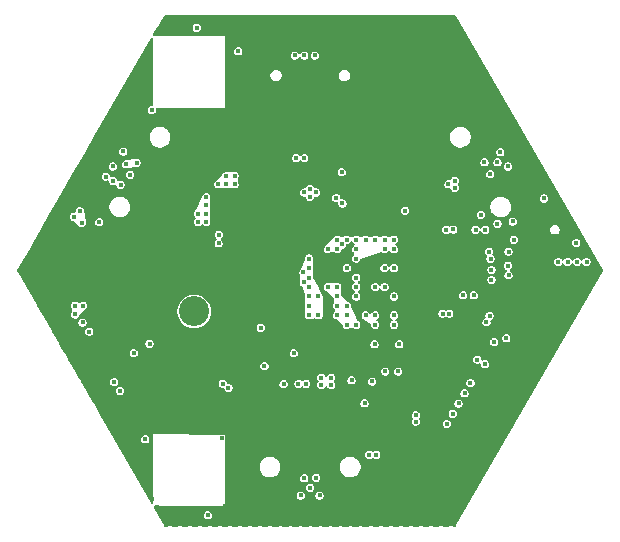
<source format=gbr>
%TF.GenerationSoftware,KiCad,Pcbnew,9.0.5*%
%TF.CreationDate,2025-10-20T13:37:52+02:00*%
%TF.ProjectId,PCB_PAPI,5043425f-5041-4504-992e-6b696361645f,rev?*%
%TF.SameCoordinates,Original*%
%TF.FileFunction,Copper,L7,Inr*%
%TF.FilePolarity,Positive*%
%FSLAX46Y46*%
G04 Gerber Fmt 4.6, Leading zero omitted, Abs format (unit mm)*
G04 Created by KiCad (PCBNEW 9.0.5) date 2025-10-20 13:37:52*
%MOMM*%
%LPD*%
G01*
G04 APERTURE LIST*
%TA.AperFunction,ComponentPad*%
%ADD10C,0.800000*%
%TD*%
%TA.AperFunction,ComponentPad*%
%ADD11C,5.000000*%
%TD*%
%TA.AperFunction,ComponentPad*%
%ADD12C,2.550000*%
%TD*%
%TA.AperFunction,ComponentPad*%
%ADD13C,1.500000*%
%TD*%
%TA.AperFunction,ViaPad*%
%ADD14C,0.400000*%
%TD*%
G04 APERTURE END LIST*
D10*
%TO.N,GND*%
%TO.C,H1*%
X137625000Y-101186533D03*
X138174175Y-99860708D03*
X138174175Y-102512358D03*
X139500000Y-99311533D03*
D11*
X139500000Y-101186533D03*
D10*
X139500000Y-103061533D03*
X140825825Y-99860708D03*
X140825825Y-102512358D03*
X141375000Y-101186533D03*
%TD*%
%TO.N,GND*%
%TO.C,H3*%
X137625000Y-64813467D03*
X138174175Y-63487642D03*
X138174175Y-66139292D03*
X139500000Y-62938467D03*
D11*
X139500000Y-64813467D03*
D10*
X139500000Y-66688467D03*
X140825825Y-63487642D03*
X140825825Y-66139292D03*
X141375000Y-64813467D03*
%TD*%
%TO.N,GND*%
%TO.C,H2*%
X106125000Y-83000000D03*
X106674175Y-81674175D03*
X106674175Y-84325825D03*
X108000000Y-81125000D03*
D11*
X108000000Y-83000000D03*
D10*
X108000000Y-84875000D03*
X109325825Y-81674175D03*
X109325825Y-84325825D03*
X109875000Y-83000000D03*
%TD*%
D12*
%TO.N,VBAT+*%
%TO.C,J3*%
X119173647Y-86476918D03*
%TO.N,GND*%
X121673647Y-90807046D03*
D13*
X114513393Y-98405122D03*
X109013393Y-88878842D03*
%TD*%
D14*
%TO.N,GND*%
X111800000Y-79200000D03*
X125625000Y-73600000D03*
X126114000Y-61750808D03*
X123400000Y-71200000D03*
X142120000Y-80900000D03*
X148850000Y-74850000D03*
X147490000Y-78810000D03*
X133050000Y-91860000D03*
X117690000Y-103205000D03*
X133410000Y-67005000D03*
X143075000Y-101143648D03*
X139102000Y-104270000D03*
X144970000Y-86150000D03*
X133593705Y-77407982D03*
X127000000Y-88720000D03*
X109500000Y-91764593D03*
X150560000Y-86290000D03*
X149218000Y-75506756D03*
X123630000Y-92770000D03*
X128690000Y-91740000D03*
X142353000Y-102394189D03*
X146070000Y-94150000D03*
X141992000Y-103019459D03*
X137666000Y-61750808D03*
X152150000Y-80600000D03*
X118164000Y-104270000D03*
X113500000Y-69750000D03*
X114750000Y-100850000D03*
X139832000Y-61750808D03*
X133893701Y-91193701D03*
X106983000Y-78632299D03*
X144886000Y-68003512D03*
X123948000Y-61750808D03*
X151800000Y-79950000D03*
X140120000Y-83900000D03*
X117450000Y-61750808D03*
X122504000Y-61750808D03*
X129724000Y-61750808D03*
X146390000Y-85000000D03*
X133410000Y-62375000D03*
X124590000Y-67005000D03*
X110944000Y-94265674D03*
X138420000Y-79110000D03*
X145730000Y-94680000D03*
X133410000Y-63075000D03*
X116965000Y-103205000D03*
X141637000Y-62376079D03*
X146750000Y-88200000D03*
X146950000Y-86150000D03*
X144519000Y-98642567D03*
X130360000Y-64990000D03*
X120590000Y-96680000D03*
X120540000Y-69470000D03*
X146450000Y-88950000D03*
X130650000Y-76850000D03*
X121052000Y-104270000D03*
X147550000Y-90450000D03*
X123890000Y-63075000D03*
X147407000Y-93640404D03*
X111666000Y-95516215D03*
X118415000Y-96680000D03*
X149450000Y-86100000D03*
X137900000Y-92375000D03*
X143436000Y-100518378D03*
X134810000Y-63775000D03*
X146300000Y-93290000D03*
X136222000Y-61750808D03*
X123226000Y-61750808D03*
X123190000Y-67705000D03*
X117640000Y-62945000D03*
X148560000Y-82480000D03*
X135300000Y-87600000D03*
X147750000Y-86150000D03*
X142550000Y-88500000D03*
X133700000Y-87600000D03*
X134110000Y-63075000D03*
X148250000Y-76200000D03*
X145963000Y-96141485D03*
X139740000Y-96420000D03*
X128850000Y-78060000D03*
X146650000Y-92500000D03*
X131110000Y-73150000D03*
X124670000Y-61750808D03*
X146550000Y-82642500D03*
X121782000Y-61750808D03*
X121265000Y-62945000D03*
X129900000Y-70950000D03*
X144970000Y-91490000D03*
X150301000Y-77382567D03*
X117640000Y-69470000D03*
X133334000Y-61750808D03*
X128280000Y-61750808D03*
X129525000Y-96800000D03*
X153450000Y-83000000D03*
X118750000Y-72600000D03*
X148900000Y-85350000D03*
X116915000Y-62945000D03*
X127530000Y-90690000D03*
X127570000Y-87950000D03*
X124662000Y-104270000D03*
X122850000Y-81800000D03*
X142120000Y-82900000D03*
X127600000Y-96800000D03*
X104817000Y-82383921D03*
X121990000Y-66570000D03*
X135492000Y-104270000D03*
X139824000Y-104270000D03*
X113330000Y-91320000D03*
X136053705Y-94247982D03*
X138014170Y-78200000D03*
X135500000Y-61750808D03*
X121990000Y-68020000D03*
X119090000Y-69470000D03*
X139740000Y-84920000D03*
X121774000Y-104270000D03*
X125625000Y-74300000D03*
X132612000Y-61750808D03*
X123630000Y-91530000D03*
X134810000Y-62375000D03*
X140120000Y-82900000D03*
X112388000Y-96766756D03*
X148550000Y-91650000D03*
X133588705Y-78527982D03*
X144550000Y-69700000D03*
X121060000Y-61750808D03*
X129002000Y-61750808D03*
X121990000Y-63670000D03*
X115465000Y-67300000D03*
X143850000Y-92710000D03*
X142714000Y-101768918D03*
X133410000Y-67705000D03*
X135800000Y-96140000D03*
X147577429Y-76575945D03*
X136936000Y-104270000D03*
X140120000Y-80900000D03*
X149860000Y-85670000D03*
X111150000Y-76950000D03*
X111305000Y-94890945D03*
X143797000Y-99893107D03*
X138840000Y-92690000D03*
X151400000Y-86700000D03*
X136853705Y-93447982D03*
X134770000Y-104270000D03*
X114480000Y-68040000D03*
X112450000Y-76480000D03*
X129280000Y-92740000D03*
X146324000Y-95516215D03*
X113120000Y-68002704D03*
X119815000Y-69470000D03*
X124590000Y-63075000D03*
X105529000Y-84886619D03*
X132100000Y-84400000D03*
X122850000Y-80950000D03*
X146800000Y-77000000D03*
X134810000Y-67705000D03*
X123890000Y-63775000D03*
X110228769Y-90072037D03*
X113953769Y-96523927D03*
X148150000Y-92350000D03*
X143442000Y-65502430D03*
X115515000Y-98855000D03*
X121040000Y-103210000D03*
X122040000Y-98855000D03*
X125250000Y-103050000D03*
X136853705Y-94247982D03*
X134056000Y-61750808D03*
X114300000Y-100100000D03*
X123890000Y-62375000D03*
X115998000Y-103019459D03*
X143120000Y-80900000D03*
X107695000Y-88638241D03*
X117690000Y-96680000D03*
X121950000Y-80100000D03*
X126325000Y-73600000D03*
X115465000Y-64395000D03*
X118415000Y-103205000D03*
X124660000Y-91910000D03*
X112230000Y-91610000D03*
X141120000Y-80900000D03*
X145241000Y-97392026D03*
X148200000Y-85100000D03*
X144420000Y-91920000D03*
X130600000Y-76230000D03*
X124590000Y-62375000D03*
X131700000Y-81650000D03*
X132900000Y-90925000D03*
X118886000Y-104270000D03*
X123190000Y-63075000D03*
X117442000Y-104270000D03*
X123890000Y-67705000D03*
X136053705Y-93447982D03*
X105168000Y-84261349D03*
X132093799Y-78425000D03*
X123190000Y-62375000D03*
X137050000Y-85240000D03*
X123675000Y-83725000D03*
X113500000Y-98700000D03*
X137270000Y-82740000D03*
X116730000Y-61750000D03*
X130450000Y-73880000D03*
X144158000Y-99267837D03*
X131168000Y-61750808D03*
X122496000Y-104270000D03*
X145450000Y-85550000D03*
X119815000Y-62945000D03*
X147046000Y-94265674D03*
X123890000Y-67005000D03*
X145950000Y-69800000D03*
X120338000Y-61750808D03*
X132525000Y-104275000D03*
X132130000Y-76840000D03*
X151270000Y-85640000D03*
X139870000Y-74730000D03*
X125500000Y-71200000D03*
X118900000Y-61750000D03*
X113110000Y-98017296D03*
X133000000Y-79390000D03*
X124925000Y-74300000D03*
X138300000Y-91710000D03*
X121990000Y-65120000D03*
X123190000Y-66305000D03*
X127300000Y-69600000D03*
X109640000Y-74760000D03*
X131890000Y-61750808D03*
X121950000Y-81800000D03*
X134110000Y-62375000D03*
X124590000Y-66305000D03*
X109861000Y-92389863D03*
X125540000Y-89380000D03*
X108417000Y-89888782D03*
X143470000Y-93350000D03*
X142720000Y-64251890D03*
X127570000Y-91620000D03*
X122040000Y-98130000D03*
X144525000Y-67378241D03*
X135510000Y-98080000D03*
X124590000Y-67705000D03*
X108778000Y-90514052D03*
X115515000Y-96680000D03*
X125620000Y-87700000D03*
X150200000Y-88750000D03*
X107344000Y-78007029D03*
X116440000Y-69480000D03*
X152150000Y-85350000D03*
X131700000Y-104275000D03*
X141120000Y-81900000D03*
X134100000Y-76600000D03*
X114222373Y-68913175D03*
X134810000Y-67005000D03*
X128760000Y-79060000D03*
X122040000Y-101030000D03*
X123560000Y-95710000D03*
X122050000Y-102230000D03*
X149350000Y-90200000D03*
X147900000Y-89750000D03*
X123940000Y-104270000D03*
X108056000Y-89263512D03*
X134400000Y-90300000D03*
X134110000Y-63775000D03*
X106251000Y-86137160D03*
X137550000Y-75790000D03*
X126836000Y-61750808D03*
X115580000Y-81760000D03*
X137658000Y-104270000D03*
X134250000Y-94100000D03*
X136480000Y-96140000D03*
X143080000Y-72520000D03*
X143120000Y-82900000D03*
X147400000Y-85100000D03*
X143120000Y-81900000D03*
X133326000Y-104270000D03*
X122850000Y-80100000D03*
X143060000Y-94000000D03*
X128990000Y-88470000D03*
X143081000Y-64877160D03*
X145602000Y-96766756D03*
X123190000Y-63775000D03*
X151400000Y-79300000D03*
X121520000Y-97150000D03*
X147600000Y-87150000D03*
X141120000Y-82900000D03*
X137625000Y-70100000D03*
X151000000Y-87350000D03*
X115465000Y-65845000D03*
X116359000Y-103644729D03*
X109600000Y-76100000D03*
X144069400Y-89932462D03*
X143313813Y-99006250D03*
X134110000Y-67005000D03*
X145300000Y-90850000D03*
X135925000Y-69127276D03*
X119160000Y-103210000D03*
X123190000Y-67005000D03*
X152500000Y-81250000D03*
X149579000Y-76132026D03*
X151800000Y-86000000D03*
X113290000Y-94250000D03*
X112749000Y-97392026D03*
X148950000Y-90950000D03*
X118365000Y-69470000D03*
X109139000Y-91139323D03*
X125392000Y-61750808D03*
X111810000Y-93830000D03*
X104807000Y-83636079D03*
X138388000Y-61750808D03*
X138380000Y-104270000D03*
X132470000Y-80820000D03*
X108130000Y-79860000D03*
X134110000Y-66305000D03*
X142754088Y-87060000D03*
X130500000Y-86550000D03*
X119090000Y-62945000D03*
X130920000Y-69090000D03*
X105539000Y-81133381D03*
X146300000Y-70400000D03*
X131120000Y-73860000D03*
X134778000Y-61750808D03*
X152550000Y-84650000D03*
X147400000Y-91250000D03*
X132700000Y-103150000D03*
X118172000Y-61750808D03*
X127558000Y-61750808D03*
X144164000Y-66752971D03*
X134200000Y-95840000D03*
X149450000Y-86850000D03*
X134900000Y-92075000D03*
X148350000Y-89100000D03*
X138600000Y-87000000D03*
X133410000Y-66305000D03*
X148950000Y-88700000D03*
X106973000Y-87387701D03*
X148200000Y-86600000D03*
X114420000Y-67180000D03*
X119650000Y-61750000D03*
X107334000Y-88012971D03*
X141276000Y-61750808D03*
X123218000Y-104270000D03*
X141998000Y-63001349D03*
X126325000Y-74300000D03*
X115510000Y-101710000D03*
X146685000Y-94890945D03*
X134110000Y-67705000D03*
X125384000Y-104270000D03*
X143120000Y-83900000D03*
X113900000Y-99400000D03*
X124590000Y-63775000D03*
X142359000Y-63626619D03*
X116240000Y-96680000D03*
X115460000Y-68470000D03*
X117570000Y-80310000D03*
X130975000Y-104275000D03*
X143100000Y-70550000D03*
X104446000Y-83010808D03*
X110422571Y-76579945D03*
X121990000Y-68745000D03*
X144080000Y-78130000D03*
X116720000Y-104270000D03*
X150662000Y-78007837D03*
X141631000Y-103644729D03*
X144880000Y-98017296D03*
X132100000Y-83600000D03*
X133300000Y-82410000D03*
X141200000Y-72760000D03*
X145420000Y-95270000D03*
X143830000Y-94450000D03*
X105890000Y-85511890D03*
X145250000Y-68600000D03*
X106612000Y-86762430D03*
X144710000Y-94890000D03*
X126170000Y-91747982D03*
X153100000Y-83650000D03*
X139110000Y-61750808D03*
X134810000Y-63075000D03*
X135890000Y-91090000D03*
X140546000Y-104270000D03*
X115304955Y-92164248D03*
X112759000Y-68627974D03*
X149800000Y-89450000D03*
X140120000Y-81900000D03*
X123975000Y-88450000D03*
X130446000Y-61750808D03*
X147768000Y-93015134D03*
X142120000Y-81900000D03*
X151023000Y-78633107D03*
X136214000Y-104270000D03*
X115465000Y-65120000D03*
X126630000Y-65380000D03*
X121990000Y-67295000D03*
X121990000Y-65845000D03*
X119140000Y-96680000D03*
X121810000Y-102960000D03*
X140970000Y-89180000D03*
X133410000Y-63775000D03*
X135120000Y-95190000D03*
X110222000Y-93015134D03*
X149700000Y-87500000D03*
X123275000Y-88450000D03*
X130450000Y-73140000D03*
X126200000Y-104275000D03*
X123890000Y-66305000D03*
X143852429Y-70124055D03*
X120000000Y-104250000D03*
X122040000Y-100305000D03*
X134810000Y-66305000D03*
X105178000Y-81758651D03*
X124925000Y-73600000D03*
X140554000Y-61750808D03*
X144042500Y-84800000D03*
X134048000Y-104270000D03*
X141270000Y-104270000D03*
X132100000Y-85200000D03*
X113100000Y-78810000D03*
X121990000Y-69470000D03*
X145950000Y-89600000D03*
X121990000Y-62945000D03*
X115637000Y-102394189D03*
X106622000Y-79257570D03*
X150600000Y-88050000D03*
X115510000Y-99600000D03*
X149940000Y-76757296D03*
X105900000Y-80508110D03*
X121265000Y-69470000D03*
X136700000Y-79540000D03*
X119865000Y-96680000D03*
X146150000Y-86150000D03*
X143803000Y-66127701D03*
X122040000Y-99580000D03*
X131740000Y-90800000D03*
X130910000Y-81630000D03*
X118365000Y-62945000D03*
X145600000Y-69200000D03*
X130591205Y-78467982D03*
X123275000Y-87750000D03*
X136944000Y-61750808D03*
X115515000Y-101030000D03*
X136780000Y-83530000D03*
X106261000Y-79882840D03*
X115515000Y-100305000D03*
X137040000Y-80550000D03*
X121950000Y-80950000D03*
%TO.N,+3.3V*%
X134450000Y-89250000D03*
X136550000Y-89250000D03*
X128503705Y-76397982D03*
X141250000Y-76000000D03*
X150800000Y-82275000D03*
X128500000Y-73490000D03*
X134600000Y-98600000D03*
X112950000Y-75750000D03*
X127800000Y-73490000D03*
X150000000Y-82275000D03*
X129500000Y-76400000D03*
X144185000Y-86850000D03*
X112300000Y-75400000D03*
X131300000Y-86800000D03*
X140775000Y-86650000D03*
X132900000Y-83600000D03*
X151600000Y-82275000D03*
X132900000Y-84400000D03*
X132900000Y-85200000D03*
X134000000Y-98600000D03*
X136100000Y-87600000D03*
X128980000Y-76097984D03*
X134500000Y-87600000D03*
X128980000Y-76760000D03*
X129700000Y-86800000D03*
X140700000Y-75700000D03*
X152400000Y-82275000D03*
X141250000Y-75400000D03*
X140207500Y-86650000D03*
X111700000Y-75050000D03*
X143925000Y-87375000D03*
%TO.N,/HP+*%
X140569400Y-95994640D03*
%TO.N,Net-(C7-Pad1)*%
X132100000Y-82800000D03*
%TO.N,/HP-*%
X141069400Y-95128614D03*
%TO.N,Net-(C10-Pad1)*%
X132900000Y-82000000D03*
%TO.N,VBAT+*%
X124810000Y-87850000D03*
%TO.N,+5V*%
X120200000Y-77500000D03*
X114054955Y-89999184D03*
X119500000Y-78200000D03*
X115400000Y-89200000D03*
X120200000Y-78200000D03*
X120200000Y-76800000D03*
X120200000Y-78900000D03*
X119500000Y-78900000D03*
%TO.N,4.5V*%
X137950000Y-95800000D03*
X120340000Y-103730000D03*
X122600000Y-75700000D03*
X137950000Y-95250000D03*
X121200000Y-75700000D03*
X121900000Y-75700000D03*
X143800000Y-90950000D03*
X109502276Y-77962083D03*
X122075000Y-92940000D03*
X122600000Y-75000000D03*
X121590000Y-92580000D03*
X121900000Y-75000000D03*
X132500000Y-92300000D03*
X122910000Y-64440000D03*
X143150000Y-90550000D03*
%TO.N,/NRST*%
X131675000Y-74675000D03*
X129400000Y-64800000D03*
X132100000Y-87600000D03*
%TO.N,/GPIO_MOT1*%
X145100000Y-73000000D03*
X132900000Y-81200000D03*
%TO.N,/TX_MOT1*%
X134500000Y-80400000D03*
X145750000Y-74200000D03*
%TO.N,/RX_MOT1*%
X144849599Y-73849599D03*
X133700000Y-80400000D03*
%TO.N,/RX_MOT2*%
X129000000Y-101400000D03*
X134500000Y-86800000D03*
%TO.N,/TX_MOT2*%
X133700000Y-86800000D03*
X128200000Y-102050000D03*
%TO.N,/GPIO_MOT2*%
X129800000Y-102050000D03*
X136100000Y-86800000D03*
%TO.N,/GPIO_MOT3*%
X112300000Y-74200000D03*
X131300000Y-80400000D03*
%TO.N,/TX_MOT3*%
X113175000Y-72925000D03*
X132900000Y-80400000D03*
%TO.N,/RX_MOT3*%
X132100000Y-80400000D03*
X113433154Y-74016846D03*
%TO.N,/ESP32_TX*%
X141109144Y-79534697D03*
X135300000Y-81200000D03*
%TO.N,/ESP32_RX*%
X136100000Y-81200000D03*
X140516306Y-79550038D03*
%TO.N,/ACCEL_MOSI*%
X132100000Y-86000000D03*
X128650000Y-92600000D03*
%TO.N,Net-(IC5-INT2)*%
X129943705Y-92707982D03*
%TO.N,/ACCEL_MISO*%
X131300000Y-86000000D03*
X128000000Y-92600000D03*
%TO.N,Net-(IC5-INT1)*%
X130773705Y-92707982D03*
%TO.N,/ACCEL_CLK*%
X126750000Y-92626338D03*
X128900000Y-86000000D03*
%TO.N,/ACCEL_INT2*%
X129943705Y-92067982D03*
X132100000Y-86800000D03*
%TO.N,/ACCEL_INT1*%
X130773705Y-92067982D03*
X132900000Y-87600000D03*
%TO.N,/MOUSE_INT*%
X128900000Y-86800000D03*
X110300000Y-88175000D03*
%TO.N,/SWDIO*%
X127700000Y-64800000D03*
X131210000Y-76870000D03*
%TO.N,/SWCLK*%
X128500000Y-64800000D03*
X131730000Y-77330000D03*
%TO.N,/RX_LIDAR*%
X112900000Y-93200000D03*
X131300000Y-85200000D03*
%TO.N,/SDA_TOF1*%
X144250000Y-74850000D03*
X135300000Y-80400000D03*
%TO.N,/SDA_TOF3*%
X114300000Y-73900000D03*
X131700000Y-80800000D03*
%TO.N,/SCL_TOF1*%
X143750000Y-73850000D03*
X136100000Y-80400000D03*
%TO.N,/SDA_TOF2*%
X128900000Y-85200000D03*
X128500000Y-100600000D03*
%TO.N,/SDA_OLED*%
X136100000Y-82800000D03*
X145600000Y-88750000D03*
%TO.N,/LIDAR_PWM*%
X112400000Y-92450000D03*
X128900000Y-84400000D03*
%TO.N,/MOUSE_CS*%
X109087500Y-85987500D03*
X128900000Y-82000000D03*
%TO.N,/SCL_TOF2*%
X129500000Y-100550000D03*
X129700000Y-85200000D03*
%TO.N,/SCL_OLED*%
X144569400Y-89066436D03*
X135300000Y-82800000D03*
%TO.N,/SCL_TOF3*%
X113750000Y-74900000D03*
X131300000Y-81200000D03*
%TO.N,/MOUSE_MISO*%
X109100000Y-86725000D03*
X128900000Y-83600000D03*
%TO.N,/LED_TIM*%
X136100000Y-85200000D03*
X142569400Y-92530538D03*
%TO.N,/TX_SUP*%
X142069400Y-93396564D03*
X135300000Y-84400000D03*
%TO.N,/RX_SUP*%
X141569400Y-94262589D03*
X134500000Y-84400000D03*
%TO.N,Net-(IC8-~{OE})*%
X111147724Y-78912083D03*
%TO.N,Net-(U1-BOOT0)*%
X131300000Y-84400000D03*
X125130000Y-91100000D03*
X127620000Y-90000787D03*
%TO.N,Net-(IC8-Y)*%
X109000000Y-78450000D03*
X115600000Y-69420000D03*
%TO.N,Net-(LED2-DOUT)*%
X119400000Y-62450000D03*
X115040000Y-97292878D03*
%TO.N,Net-(U5-GPIO0)*%
X145800000Y-83400000D03*
%TO.N,RESET*%
X144350000Y-83800000D03*
%TO.N,/ESP32/mic_sck*%
X151525000Y-80675000D03*
%TO.N,/ESP32/mic_data*%
X146250000Y-80400000D03*
%TO.N,Net-(U5-GPIO3)*%
X144270000Y-82010000D03*
%TO.N,/ESP32/mic_frame_sck*%
X146150000Y-78850000D03*
%TO.N,/ESP32/BOOT1*%
X142850000Y-85100000D03*
%TO.N,Net-(U5-VDD_SPI)*%
X137039170Y-77950000D03*
%TO.N,/MOUSE_CLK*%
X128900000Y-82800000D03*
X109780000Y-85975000D03*
%TO.N,/MOUSE_MOSI*%
X130500000Y-84400000D03*
X109730000Y-87400000D03*
%TO.N,/ESP32/max_data*%
X144150000Y-81400000D03*
X134250000Y-92400000D03*
%TO.N,/ESP32/max_bit_clk*%
X135350000Y-91550000D03*
X145750000Y-82600000D03*
%TO.N,/RGB_TOM_JERRY*%
X109650000Y-79000000D03*
X130500000Y-81200000D03*
%TO.N,Net-(U5-GPIO45)*%
X141950000Y-85100000D03*
%TO.N,/ESP32/max_frame_clk*%
X136445361Y-91554639D03*
X144350000Y-82950000D03*
%TO.N,/ESP32/SD_FSPIQ*%
X121275000Y-79975000D03*
X143000000Y-79550000D03*
%TO.N,/ESP32/SD_FSPICLK*%
X121250000Y-80700000D03*
X143450000Y-78300000D03*
%TO.N,/ESP32/SD_FSPID*%
X128425000Y-83175000D03*
X143820000Y-79550000D03*
%TO.N,/ESP32/SD_FSPICS*%
X128450000Y-84000000D03*
X144850000Y-79050000D03*
%TO.N,/ESP32/max_gpio*%
X133600000Y-94250000D03*
X145800000Y-81400000D03*
%TO.N,Net-(MK2-LR)*%
X148800000Y-76900000D03*
%TD*%
%TA.AperFunction,Conductor*%
%TO.N,GND*%
G36*
X117047273Y-61400500D02*
G01*
X117152727Y-61400500D01*
X117154593Y-61400000D01*
X117886986Y-61400000D01*
X117894614Y-61400500D01*
X117897273Y-61400500D01*
X118005386Y-61400500D01*
X118013014Y-61400000D01*
X118745407Y-61400000D01*
X118747273Y-61400500D01*
X118852727Y-61400500D01*
X118854593Y-61400000D01*
X119586986Y-61400000D01*
X119594614Y-61400500D01*
X119597273Y-61400500D01*
X119705386Y-61400500D01*
X119713014Y-61400000D01*
X120445407Y-61400000D01*
X120447273Y-61400500D01*
X120552727Y-61400500D01*
X120554593Y-61400000D01*
X121286986Y-61400000D01*
X121294614Y-61400500D01*
X121297273Y-61400500D01*
X121405386Y-61400500D01*
X121413014Y-61400000D01*
X122145407Y-61400000D01*
X122147273Y-61400500D01*
X122252727Y-61400500D01*
X122254593Y-61400000D01*
X122986986Y-61400000D01*
X122994614Y-61400500D01*
X122997273Y-61400500D01*
X123105386Y-61400500D01*
X123113014Y-61400000D01*
X123845407Y-61400000D01*
X123847273Y-61400500D01*
X123952727Y-61400500D01*
X123954593Y-61400000D01*
X124686986Y-61400000D01*
X124694614Y-61400500D01*
X124697273Y-61400500D01*
X124805386Y-61400500D01*
X124813014Y-61400000D01*
X125545407Y-61400000D01*
X125547273Y-61400500D01*
X125652727Y-61400500D01*
X125654593Y-61400000D01*
X126386986Y-61400000D01*
X126394614Y-61400500D01*
X126397273Y-61400500D01*
X126505386Y-61400500D01*
X126513014Y-61400000D01*
X127245407Y-61400000D01*
X127247273Y-61400500D01*
X127352727Y-61400500D01*
X127354593Y-61400000D01*
X128086986Y-61400000D01*
X128094614Y-61400500D01*
X128097273Y-61400500D01*
X128205386Y-61400500D01*
X128213014Y-61400000D01*
X128945407Y-61400000D01*
X128947273Y-61400500D01*
X129052727Y-61400500D01*
X129054593Y-61400000D01*
X129786986Y-61400000D01*
X129794614Y-61400500D01*
X129797273Y-61400500D01*
X129905386Y-61400500D01*
X129913014Y-61400000D01*
X130645407Y-61400000D01*
X130647273Y-61400500D01*
X130752727Y-61400500D01*
X130754593Y-61400000D01*
X131486986Y-61400000D01*
X131494614Y-61400500D01*
X131497273Y-61400500D01*
X131605386Y-61400500D01*
X131613014Y-61400000D01*
X132345407Y-61400000D01*
X132347273Y-61400500D01*
X132452727Y-61400500D01*
X132454593Y-61400000D01*
X133186986Y-61400000D01*
X133194614Y-61400500D01*
X133197273Y-61400500D01*
X133305386Y-61400500D01*
X133313014Y-61400000D01*
X134045407Y-61400000D01*
X134047273Y-61400500D01*
X134152727Y-61400500D01*
X134154593Y-61400000D01*
X134886986Y-61400000D01*
X134894614Y-61400500D01*
X134897273Y-61400500D01*
X135005386Y-61400500D01*
X135013014Y-61400000D01*
X135745407Y-61400000D01*
X135747273Y-61400500D01*
X135852727Y-61400500D01*
X135854593Y-61400000D01*
X136586986Y-61400000D01*
X136594614Y-61400500D01*
X136597273Y-61400500D01*
X136705386Y-61400500D01*
X136713014Y-61400000D01*
X137445407Y-61400000D01*
X137447273Y-61400500D01*
X137552727Y-61400500D01*
X137554593Y-61400000D01*
X138286986Y-61400000D01*
X138294614Y-61400500D01*
X138297273Y-61400500D01*
X138405386Y-61400500D01*
X138413014Y-61400000D01*
X139145407Y-61400000D01*
X139147273Y-61400500D01*
X139252727Y-61400500D01*
X139254593Y-61400000D01*
X139986986Y-61400000D01*
X139994614Y-61400500D01*
X139997273Y-61400500D01*
X140105386Y-61400500D01*
X140113014Y-61400000D01*
X140845407Y-61400000D01*
X140847273Y-61400500D01*
X140952727Y-61400500D01*
X140954593Y-61400000D01*
X141296154Y-61400000D01*
X141354345Y-61418907D01*
X141366158Y-61428996D01*
X141370353Y-61433191D01*
X141386085Y-61453694D01*
X153797634Y-82950498D01*
X153810356Y-83010346D01*
X153797634Y-83049500D01*
X141386082Y-104546309D01*
X141386081Y-104546308D01*
X141379562Y-104557598D01*
X141372413Y-104564749D01*
X141364736Y-104583278D01*
X141361495Y-104588893D01*
X141361491Y-104588902D01*
X141354695Y-104600673D01*
X141354149Y-104602282D01*
X141352176Y-104611844D01*
X141350600Y-104617407D01*
X141349500Y-104620064D01*
X141349500Y-104621291D01*
X141347606Y-104627979D01*
X141332671Y-104650275D01*
X141319557Y-104673696D01*
X141315835Y-104675411D01*
X141313556Y-104678815D01*
X141288364Y-104688076D01*
X141263992Y-104699313D01*
X141256617Y-104699748D01*
X141256129Y-104699928D01*
X141255688Y-104699803D01*
X141252353Y-104700000D01*
X141189611Y-104700000D01*
X141140112Y-104686737D01*
X141079587Y-104651793D01*
X140977727Y-104624500D01*
X140872273Y-104624500D01*
X140770413Y-104651793D01*
X140709887Y-104686737D01*
X140660389Y-104700000D01*
X140339611Y-104700000D01*
X140290112Y-104686737D01*
X140229587Y-104651793D01*
X140127727Y-104624500D01*
X140022273Y-104624500D01*
X139920413Y-104651793D01*
X139859887Y-104686737D01*
X139810389Y-104700000D01*
X139489611Y-104700000D01*
X139440112Y-104686737D01*
X139379587Y-104651793D01*
X139277727Y-104624500D01*
X139172273Y-104624500D01*
X139070413Y-104651793D01*
X139009887Y-104686737D01*
X138960389Y-104700000D01*
X138639611Y-104700000D01*
X138590112Y-104686737D01*
X138529587Y-104651793D01*
X138427727Y-104624500D01*
X138322273Y-104624500D01*
X138220413Y-104651793D01*
X138159887Y-104686737D01*
X138110389Y-104700000D01*
X137789611Y-104700000D01*
X137740112Y-104686737D01*
X137679587Y-104651793D01*
X137577727Y-104624500D01*
X137472273Y-104624500D01*
X137370413Y-104651793D01*
X137309887Y-104686737D01*
X137260389Y-104700000D01*
X136939611Y-104700000D01*
X136890112Y-104686737D01*
X136829587Y-104651793D01*
X136727727Y-104624500D01*
X136622273Y-104624500D01*
X136520413Y-104651793D01*
X136459887Y-104686737D01*
X136410389Y-104700000D01*
X136089611Y-104700000D01*
X136040112Y-104686737D01*
X135979587Y-104651793D01*
X135877727Y-104624500D01*
X135772273Y-104624500D01*
X135670413Y-104651793D01*
X135609887Y-104686737D01*
X135560389Y-104700000D01*
X135239611Y-104700000D01*
X135190112Y-104686737D01*
X135129587Y-104651793D01*
X135027727Y-104624500D01*
X134922273Y-104624500D01*
X134820413Y-104651793D01*
X134759887Y-104686737D01*
X134710389Y-104700000D01*
X134389611Y-104700000D01*
X134340112Y-104686737D01*
X134279587Y-104651793D01*
X134177727Y-104624500D01*
X134072273Y-104624500D01*
X133970413Y-104651793D01*
X133909887Y-104686737D01*
X133860389Y-104700000D01*
X133539611Y-104700000D01*
X133490112Y-104686737D01*
X133429587Y-104651793D01*
X133327727Y-104624500D01*
X133222273Y-104624500D01*
X133120413Y-104651793D01*
X133059887Y-104686737D01*
X133010389Y-104700000D01*
X132689611Y-104700000D01*
X132640112Y-104686737D01*
X132579587Y-104651793D01*
X132477727Y-104624500D01*
X132372273Y-104624500D01*
X132270413Y-104651793D01*
X132209887Y-104686737D01*
X132160389Y-104700000D01*
X131839611Y-104700000D01*
X131790112Y-104686737D01*
X131729587Y-104651793D01*
X131627727Y-104624500D01*
X131522273Y-104624500D01*
X131420413Y-104651793D01*
X131359887Y-104686737D01*
X131310389Y-104700000D01*
X130989611Y-104700000D01*
X130940112Y-104686737D01*
X130879587Y-104651793D01*
X130777727Y-104624500D01*
X130672273Y-104624500D01*
X130570413Y-104651793D01*
X130509887Y-104686737D01*
X130460389Y-104700000D01*
X130139611Y-104700000D01*
X130090112Y-104686737D01*
X130029587Y-104651793D01*
X129927727Y-104624500D01*
X129822273Y-104624500D01*
X129720413Y-104651793D01*
X129659887Y-104686737D01*
X129610389Y-104700000D01*
X129289611Y-104700000D01*
X129240112Y-104686737D01*
X129179587Y-104651793D01*
X129077727Y-104624500D01*
X128972273Y-104624500D01*
X128870413Y-104651793D01*
X128809887Y-104686737D01*
X128760389Y-104700000D01*
X128439611Y-104700000D01*
X128390112Y-104686737D01*
X128329587Y-104651793D01*
X128227727Y-104624500D01*
X128122273Y-104624500D01*
X128020413Y-104651793D01*
X127959887Y-104686737D01*
X127910389Y-104700000D01*
X127589611Y-104700000D01*
X127540112Y-104686737D01*
X127479587Y-104651793D01*
X127377727Y-104624500D01*
X127272273Y-104624500D01*
X127170413Y-104651793D01*
X127109887Y-104686737D01*
X127060389Y-104700000D01*
X126739611Y-104700000D01*
X126690112Y-104686737D01*
X126629587Y-104651793D01*
X126527727Y-104624500D01*
X126422273Y-104624500D01*
X126320413Y-104651793D01*
X126259887Y-104686737D01*
X126210389Y-104700000D01*
X125889611Y-104700000D01*
X125840112Y-104686737D01*
X125779587Y-104651793D01*
X125677727Y-104624500D01*
X125572273Y-104624500D01*
X125470413Y-104651793D01*
X125409887Y-104686737D01*
X125360389Y-104700000D01*
X125039611Y-104700000D01*
X124990112Y-104686737D01*
X124929587Y-104651793D01*
X124827727Y-104624500D01*
X124722273Y-104624500D01*
X124620413Y-104651793D01*
X124559887Y-104686737D01*
X124510389Y-104700000D01*
X124189611Y-104700000D01*
X124140112Y-104686737D01*
X124079587Y-104651793D01*
X123977727Y-104624500D01*
X123872273Y-104624500D01*
X123770413Y-104651793D01*
X123709887Y-104686737D01*
X123660389Y-104700000D01*
X123339611Y-104700000D01*
X123290112Y-104686737D01*
X123229587Y-104651793D01*
X123127727Y-104624500D01*
X123022273Y-104624500D01*
X122920413Y-104651793D01*
X122859887Y-104686737D01*
X122810389Y-104700000D01*
X122489611Y-104700000D01*
X122440112Y-104686737D01*
X122379587Y-104651793D01*
X122277727Y-104624500D01*
X122172273Y-104624500D01*
X122070413Y-104651793D01*
X122009887Y-104686737D01*
X121960389Y-104700000D01*
X121639611Y-104700000D01*
X121590112Y-104686737D01*
X121529587Y-104651793D01*
X121427727Y-104624500D01*
X121322273Y-104624500D01*
X121220413Y-104651793D01*
X121159887Y-104686737D01*
X121110389Y-104700000D01*
X120789611Y-104700000D01*
X120740112Y-104686737D01*
X120679587Y-104651793D01*
X120577727Y-104624500D01*
X120472273Y-104624500D01*
X120370413Y-104651793D01*
X120309887Y-104686737D01*
X120260389Y-104700000D01*
X119939611Y-104700000D01*
X119890112Y-104686737D01*
X119829587Y-104651793D01*
X119727727Y-104624500D01*
X119622273Y-104624500D01*
X119520413Y-104651793D01*
X119459887Y-104686737D01*
X119410389Y-104700000D01*
X119089611Y-104700000D01*
X119040112Y-104686737D01*
X118979587Y-104651793D01*
X118877727Y-104624500D01*
X118772273Y-104624500D01*
X118670413Y-104651793D01*
X118609887Y-104686737D01*
X118560389Y-104700000D01*
X118239611Y-104700000D01*
X118190112Y-104686737D01*
X118129587Y-104651793D01*
X118027727Y-104624500D01*
X117922273Y-104624500D01*
X117820413Y-104651793D01*
X117759887Y-104686737D01*
X117710389Y-104700000D01*
X117389611Y-104700000D01*
X117340112Y-104686737D01*
X117279587Y-104651793D01*
X117177727Y-104624500D01*
X117072273Y-104624500D01*
X116970413Y-104651793D01*
X116909887Y-104686737D01*
X116860389Y-104700000D01*
X116747648Y-104700000D01*
X116689457Y-104681093D01*
X116653493Y-104631593D01*
X116650551Y-104620318D01*
X116649365Y-104614358D01*
X116647174Y-104606184D01*
X116645304Y-104600675D01*
X116645304Y-104600673D01*
X116635266Y-104583287D01*
X116627587Y-104564749D01*
X116620432Y-104557594D01*
X116613916Y-104546308D01*
X116613914Y-104546305D01*
X116140798Y-103726868D01*
X116115964Y-103683856D01*
X119989500Y-103683856D01*
X119989500Y-103776144D01*
X120013386Y-103865288D01*
X120059531Y-103945212D01*
X120124788Y-104010469D01*
X120204712Y-104056614D01*
X120293856Y-104080500D01*
X120293858Y-104080500D01*
X120386142Y-104080500D01*
X120386144Y-104080500D01*
X120475288Y-104056614D01*
X120555212Y-104010469D01*
X120620469Y-103945212D01*
X120666614Y-103865288D01*
X120690500Y-103776144D01*
X120690500Y-103683856D01*
X120666614Y-103594712D01*
X120620469Y-103514788D01*
X120555212Y-103449531D01*
X120475288Y-103403386D01*
X120386144Y-103379500D01*
X120293856Y-103379500D01*
X120204712Y-103403386D01*
X120204711Y-103403386D01*
X120204709Y-103403387D01*
X120124790Y-103449529D01*
X120059529Y-103514790D01*
X120013387Y-103594709D01*
X120013386Y-103594711D01*
X120013386Y-103594712D01*
X119989500Y-103683856D01*
X116115964Y-103683856D01*
X115777999Y-103098501D01*
X115765277Y-103038653D01*
X115790163Y-102982757D01*
X115843150Y-102952164D01*
X115863735Y-102950000D01*
X121799999Y-102950000D01*
X121800000Y-102950000D01*
X121800000Y-102003856D01*
X127849500Y-102003856D01*
X127849500Y-102096144D01*
X127873386Y-102185288D01*
X127919531Y-102265212D01*
X127984788Y-102330469D01*
X128064712Y-102376614D01*
X128153856Y-102400500D01*
X128153858Y-102400500D01*
X128246142Y-102400500D01*
X128246144Y-102400500D01*
X128335288Y-102376614D01*
X128415212Y-102330469D01*
X128480469Y-102265212D01*
X128526614Y-102185288D01*
X128550500Y-102096144D01*
X128550500Y-102003856D01*
X129449500Y-102003856D01*
X129449500Y-102096144D01*
X129473386Y-102185288D01*
X129519531Y-102265212D01*
X129584788Y-102330469D01*
X129664712Y-102376614D01*
X129753856Y-102400500D01*
X129753858Y-102400500D01*
X129846142Y-102400500D01*
X129846144Y-102400500D01*
X129935288Y-102376614D01*
X130015212Y-102330469D01*
X130080469Y-102265212D01*
X130126614Y-102185288D01*
X130150500Y-102096144D01*
X130150500Y-102003856D01*
X130126614Y-101914712D01*
X130080469Y-101834788D01*
X130015212Y-101769531D01*
X129940875Y-101726612D01*
X129935290Y-101723387D01*
X129935289Y-101723386D01*
X129935288Y-101723386D01*
X129846144Y-101699500D01*
X129753856Y-101699500D01*
X129664712Y-101723386D01*
X129664711Y-101723386D01*
X129664709Y-101723387D01*
X129584790Y-101769529D01*
X129519529Y-101834790D01*
X129473387Y-101914709D01*
X129473386Y-101914711D01*
X129473386Y-101914712D01*
X129449500Y-102003856D01*
X128550500Y-102003856D01*
X128526614Y-101914712D01*
X128480469Y-101834788D01*
X128415212Y-101769531D01*
X128340875Y-101726612D01*
X128335290Y-101723387D01*
X128335289Y-101723386D01*
X128335288Y-101723386D01*
X128246144Y-101699500D01*
X128153856Y-101699500D01*
X128064712Y-101723386D01*
X128064711Y-101723386D01*
X128064709Y-101723387D01*
X127984790Y-101769529D01*
X127919529Y-101834790D01*
X127873387Y-101914709D01*
X127873386Y-101914711D01*
X127873386Y-101914712D01*
X127849500Y-102003856D01*
X121800000Y-102003856D01*
X121800000Y-101353856D01*
X128649500Y-101353856D01*
X128649500Y-101446144D01*
X128673386Y-101535288D01*
X128719531Y-101615212D01*
X128784788Y-101680469D01*
X128864712Y-101726614D01*
X128953856Y-101750500D01*
X128953858Y-101750500D01*
X129046142Y-101750500D01*
X129046144Y-101750500D01*
X129135288Y-101726614D01*
X129215212Y-101680469D01*
X129280469Y-101615212D01*
X129326614Y-101535288D01*
X129350500Y-101446144D01*
X129350500Y-101353856D01*
X129326614Y-101264712D01*
X129280469Y-101184788D01*
X129215212Y-101119531D01*
X129135288Y-101073386D01*
X129046144Y-101049500D01*
X128953856Y-101049500D01*
X128864712Y-101073386D01*
X128864711Y-101073386D01*
X128864709Y-101073387D01*
X128784790Y-101119529D01*
X128719529Y-101184790D01*
X128673387Y-101264709D01*
X128673386Y-101264711D01*
X128673386Y-101264712D01*
X128649500Y-101353856D01*
X121800000Y-101353856D01*
X121800000Y-100553856D01*
X128149500Y-100553856D01*
X128149500Y-100646144D01*
X128173386Y-100735288D01*
X128219531Y-100815212D01*
X128284788Y-100880469D01*
X128364712Y-100926614D01*
X128453856Y-100950500D01*
X128453858Y-100950500D01*
X128546142Y-100950500D01*
X128546144Y-100950500D01*
X128635288Y-100926614D01*
X128715212Y-100880469D01*
X128780469Y-100815212D01*
X128826614Y-100735288D01*
X128850500Y-100646144D01*
X128850500Y-100553856D01*
X128837103Y-100503856D01*
X129149500Y-100503856D01*
X129149500Y-100596144D01*
X129173386Y-100685288D01*
X129219531Y-100765212D01*
X129284788Y-100830469D01*
X129364712Y-100876614D01*
X129453856Y-100900500D01*
X129453858Y-100900500D01*
X129546142Y-100900500D01*
X129546144Y-100900500D01*
X129635288Y-100876614D01*
X129715212Y-100830469D01*
X129780469Y-100765212D01*
X129826614Y-100685288D01*
X129850500Y-100596144D01*
X129850500Y-100503856D01*
X129826614Y-100414712D01*
X129780469Y-100334788D01*
X129715212Y-100269531D01*
X129635288Y-100223386D01*
X129546144Y-100199500D01*
X129453856Y-100199500D01*
X129364712Y-100223386D01*
X129364711Y-100223386D01*
X129364709Y-100223387D01*
X129284790Y-100269529D01*
X129219529Y-100334790D01*
X129173387Y-100414709D01*
X129173386Y-100414711D01*
X129173386Y-100414712D01*
X129149500Y-100503856D01*
X128837103Y-100503856D01*
X128826614Y-100464712D01*
X128780469Y-100384788D01*
X128715212Y-100319531D01*
X128635288Y-100273386D01*
X128546144Y-100249500D01*
X128453856Y-100249500D01*
X128364712Y-100273386D01*
X128364711Y-100273386D01*
X128364709Y-100273387D01*
X128284790Y-100319529D01*
X128219529Y-100384790D01*
X128173387Y-100464709D01*
X128173386Y-100464711D01*
X128173386Y-100464712D01*
X128149500Y-100553856D01*
X121800000Y-100553856D01*
X121800000Y-99563768D01*
X124724500Y-99563768D01*
X124724500Y-99736231D01*
X124758145Y-99905373D01*
X124758145Y-99905375D01*
X124824139Y-100064700D01*
X124824145Y-100064712D01*
X124892660Y-100167249D01*
X124919955Y-100208099D01*
X125041901Y-100330045D01*
X125103034Y-100370893D01*
X125185287Y-100425854D01*
X125185299Y-100425860D01*
X125244153Y-100450238D01*
X125344626Y-100491855D01*
X125513771Y-100525500D01*
X125513772Y-100525500D01*
X125686228Y-100525500D01*
X125686229Y-100525500D01*
X125855374Y-100491855D01*
X126014705Y-100425858D01*
X126014707Y-100425856D01*
X126014712Y-100425854D01*
X126076170Y-100384788D01*
X126158099Y-100330045D01*
X126280045Y-100208099D01*
X126348188Y-100106115D01*
X126375854Y-100064712D01*
X126375860Y-100064700D01*
X126441855Y-99905374D01*
X126475500Y-99736229D01*
X126475500Y-99563771D01*
X126475499Y-99563768D01*
X131524500Y-99563768D01*
X131524500Y-99736231D01*
X131558145Y-99905373D01*
X131558145Y-99905375D01*
X131624139Y-100064700D01*
X131624145Y-100064712D01*
X131692660Y-100167249D01*
X131719955Y-100208099D01*
X131841901Y-100330045D01*
X131903034Y-100370893D01*
X131985287Y-100425854D01*
X131985299Y-100425860D01*
X132044153Y-100450238D01*
X132144626Y-100491855D01*
X132313771Y-100525500D01*
X132313772Y-100525500D01*
X132486228Y-100525500D01*
X132486229Y-100525500D01*
X132655374Y-100491855D01*
X132814705Y-100425858D01*
X132814707Y-100425856D01*
X132814712Y-100425854D01*
X132876170Y-100384788D01*
X132958099Y-100330045D01*
X133080045Y-100208099D01*
X133148188Y-100106115D01*
X133175854Y-100064712D01*
X133175860Y-100064700D01*
X133241855Y-99905374D01*
X133275500Y-99736229D01*
X133275500Y-99563771D01*
X133241855Y-99394626D01*
X133175858Y-99235295D01*
X133175854Y-99235287D01*
X133120893Y-99153034D01*
X133080045Y-99091901D01*
X132958099Y-98969955D01*
X132893232Y-98926612D01*
X132814712Y-98874145D01*
X132814700Y-98874139D01*
X132655374Y-98808145D01*
X132486231Y-98774500D01*
X132486229Y-98774500D01*
X132313771Y-98774500D01*
X132313768Y-98774500D01*
X132144626Y-98808145D01*
X132144624Y-98808145D01*
X131985299Y-98874139D01*
X131985287Y-98874145D01*
X131841901Y-98969955D01*
X131841897Y-98969958D01*
X131719958Y-99091897D01*
X131719955Y-99091901D01*
X131624145Y-99235287D01*
X131624139Y-99235299D01*
X131558145Y-99394624D01*
X131558145Y-99394626D01*
X131524500Y-99563768D01*
X126475499Y-99563768D01*
X126441855Y-99394626D01*
X126375858Y-99235295D01*
X126375854Y-99235287D01*
X126320893Y-99153034D01*
X126280045Y-99091901D01*
X126158099Y-98969955D01*
X126093232Y-98926612D01*
X126014712Y-98874145D01*
X126014700Y-98874139D01*
X125855374Y-98808145D01*
X125686231Y-98774500D01*
X125686229Y-98774500D01*
X125513771Y-98774500D01*
X125513768Y-98774500D01*
X125344626Y-98808145D01*
X125344624Y-98808145D01*
X125185299Y-98874139D01*
X125185287Y-98874145D01*
X125041901Y-98969955D01*
X125041897Y-98969958D01*
X124919958Y-99091897D01*
X124919955Y-99091901D01*
X124824145Y-99235287D01*
X124824139Y-99235299D01*
X124758145Y-99394624D01*
X124758145Y-99394626D01*
X124724500Y-99563768D01*
X121800000Y-99563768D01*
X121800000Y-98553856D01*
X133649500Y-98553856D01*
X133649500Y-98646144D01*
X133673386Y-98735288D01*
X133719531Y-98815212D01*
X133784788Y-98880469D01*
X133864712Y-98926614D01*
X133953856Y-98950500D01*
X133953858Y-98950500D01*
X134046142Y-98950500D01*
X134046144Y-98950500D01*
X134135288Y-98926614D01*
X134215212Y-98880469D01*
X134229998Y-98865682D01*
X134284513Y-98837907D01*
X134344945Y-98847478D01*
X134370000Y-98865681D01*
X134384788Y-98880469D01*
X134464712Y-98926614D01*
X134553856Y-98950500D01*
X134553858Y-98950500D01*
X134646142Y-98950500D01*
X134646144Y-98950500D01*
X134735288Y-98926614D01*
X134815212Y-98880469D01*
X134880469Y-98815212D01*
X134926614Y-98735288D01*
X134950500Y-98646144D01*
X134950500Y-98553856D01*
X134926614Y-98464712D01*
X134880469Y-98384788D01*
X134815212Y-98319531D01*
X134735288Y-98273386D01*
X134646144Y-98249500D01*
X134553856Y-98249500D01*
X134464712Y-98273386D01*
X134464711Y-98273386D01*
X134464709Y-98273387D01*
X134384790Y-98319529D01*
X134384788Y-98319530D01*
X134384788Y-98319531D01*
X134370001Y-98334317D01*
X134315487Y-98362093D01*
X134255055Y-98352522D01*
X134229999Y-98334318D01*
X134215212Y-98319531D01*
X134135288Y-98273386D01*
X134046144Y-98249500D01*
X133953856Y-98249500D01*
X133864712Y-98273386D01*
X133864711Y-98273386D01*
X133864709Y-98273387D01*
X133784790Y-98319529D01*
X133719529Y-98384790D01*
X133673387Y-98464709D01*
X133673386Y-98464711D01*
X133673386Y-98464712D01*
X133649500Y-98553856D01*
X121800000Y-98553856D01*
X121800000Y-96900000D01*
X115730000Y-96889999D01*
X115730000Y-102645902D01*
X115711093Y-102704093D01*
X115661593Y-102740057D01*
X115600407Y-102740057D01*
X115550907Y-102704093D01*
X115545264Y-102695403D01*
X112424215Y-97289746D01*
X112399381Y-97246734D01*
X114689500Y-97246734D01*
X114689500Y-97339022D01*
X114713386Y-97428166D01*
X114759531Y-97508090D01*
X114824788Y-97573347D01*
X114904712Y-97619492D01*
X114993856Y-97643378D01*
X114993858Y-97643378D01*
X115086142Y-97643378D01*
X115086144Y-97643378D01*
X115175288Y-97619492D01*
X115255212Y-97573347D01*
X115320469Y-97508090D01*
X115366614Y-97428166D01*
X115390500Y-97339022D01*
X115390500Y-97246734D01*
X115366614Y-97157590D01*
X115320469Y-97077666D01*
X115255212Y-97012409D01*
X115175288Y-96966264D01*
X115086144Y-96942378D01*
X114993856Y-96942378D01*
X114904712Y-96966264D01*
X114904711Y-96966264D01*
X114904709Y-96966265D01*
X114824790Y-97012407D01*
X114759529Y-97077668D01*
X114713387Y-97157587D01*
X114713386Y-97157589D01*
X114713386Y-97157590D01*
X114689500Y-97246734D01*
X112399381Y-97246734D01*
X111244724Y-95246868D01*
X111219890Y-95203856D01*
X137599500Y-95203856D01*
X137599500Y-95296144D01*
X137623386Y-95385288D01*
X137623387Y-95385290D01*
X137672775Y-95470831D01*
X137671568Y-95471527D01*
X137689587Y-95522407D01*
X137672774Y-95579168D01*
X137672775Y-95579169D01*
X137672772Y-95579172D01*
X137672210Y-95581073D01*
X137669605Y-95584657D01*
X137623387Y-95664709D01*
X137623386Y-95664711D01*
X137623386Y-95664712D01*
X137599500Y-95753856D01*
X137599500Y-95846144D01*
X137623386Y-95935288D01*
X137669531Y-96015212D01*
X137734788Y-96080469D01*
X137814712Y-96126614D01*
X137903856Y-96150500D01*
X137903858Y-96150500D01*
X137996142Y-96150500D01*
X137996144Y-96150500D01*
X138085288Y-96126614D01*
X138165212Y-96080469D01*
X138230469Y-96015212D01*
X138268988Y-95948496D01*
X140218900Y-95948496D01*
X140218900Y-96040784D01*
X140242786Y-96129928D01*
X140288931Y-96209852D01*
X140354188Y-96275109D01*
X140434112Y-96321254D01*
X140523256Y-96345140D01*
X140523258Y-96345140D01*
X140615542Y-96345140D01*
X140615544Y-96345140D01*
X140704688Y-96321254D01*
X140784612Y-96275109D01*
X140849869Y-96209852D01*
X140896014Y-96129928D01*
X140919900Y-96040784D01*
X140919900Y-95948496D01*
X140896014Y-95859352D01*
X140849869Y-95779428D01*
X140784612Y-95714171D01*
X140704688Y-95668026D01*
X140615544Y-95644140D01*
X140523256Y-95644140D01*
X140434112Y-95668026D01*
X140434111Y-95668026D01*
X140434109Y-95668027D01*
X140354190Y-95714169D01*
X140288929Y-95779430D01*
X140242787Y-95859349D01*
X140242786Y-95859351D01*
X140242786Y-95859352D01*
X140218900Y-95948496D01*
X138268988Y-95948496D01*
X138276614Y-95935288D01*
X138300500Y-95846144D01*
X138300500Y-95753856D01*
X138276614Y-95664712D01*
X138230469Y-95584788D01*
X138227225Y-95579169D01*
X138228433Y-95578471D01*
X138210412Y-95527606D01*
X138227781Y-95468938D01*
X138230395Y-95465339D01*
X138230467Y-95465213D01*
X138230469Y-95465212D01*
X138276614Y-95385288D01*
X138300500Y-95296144D01*
X138300500Y-95203856D01*
X138276614Y-95114712D01*
X138257999Y-95082470D01*
X140718900Y-95082470D01*
X140718900Y-95174758D01*
X140742786Y-95263902D01*
X140788931Y-95343826D01*
X140854188Y-95409083D01*
X140934112Y-95455228D01*
X141023256Y-95479114D01*
X141023258Y-95479114D01*
X141115542Y-95479114D01*
X141115544Y-95479114D01*
X141204688Y-95455228D01*
X141284612Y-95409083D01*
X141349869Y-95343826D01*
X141396014Y-95263902D01*
X141419900Y-95174758D01*
X141419900Y-95082470D01*
X141396014Y-94993326D01*
X141349869Y-94913402D01*
X141284612Y-94848145D01*
X141204688Y-94802000D01*
X141115544Y-94778114D01*
X141023256Y-94778114D01*
X140934112Y-94802000D01*
X140934111Y-94802000D01*
X140934109Y-94802001D01*
X140854190Y-94848143D01*
X140788929Y-94913404D01*
X140742787Y-94993323D01*
X140742786Y-94993325D01*
X140742786Y-94993326D01*
X140718900Y-95082470D01*
X138257999Y-95082470D01*
X138230469Y-95034788D01*
X138165212Y-94969531D01*
X138085288Y-94923386D01*
X137996144Y-94899500D01*
X137903856Y-94899500D01*
X137814712Y-94923386D01*
X137814711Y-94923386D01*
X137814709Y-94923387D01*
X137734790Y-94969529D01*
X137669529Y-95034790D01*
X137623387Y-95114709D01*
X137623386Y-95114711D01*
X137623386Y-95114712D01*
X137599500Y-95203856D01*
X111219890Y-95203856D01*
X110667357Y-94246868D01*
X110642523Y-94203856D01*
X133249500Y-94203856D01*
X133249500Y-94296144D01*
X133273386Y-94385288D01*
X133273387Y-94385290D01*
X133280655Y-94397879D01*
X133319531Y-94465212D01*
X133384788Y-94530469D01*
X133464712Y-94576614D01*
X133553856Y-94600500D01*
X133553858Y-94600500D01*
X133646142Y-94600500D01*
X133646144Y-94600500D01*
X133735288Y-94576614D01*
X133815212Y-94530469D01*
X133880469Y-94465212D01*
X133926614Y-94385288D01*
X133950500Y-94296144D01*
X133950500Y-94216445D01*
X141218900Y-94216445D01*
X141218900Y-94308733D01*
X141242786Y-94397877D01*
X141242787Y-94397879D01*
X141281662Y-94465212D01*
X141288931Y-94477801D01*
X141354188Y-94543058D01*
X141434112Y-94589203D01*
X141523256Y-94613089D01*
X141523258Y-94613089D01*
X141615542Y-94613089D01*
X141615544Y-94613089D01*
X141704688Y-94589203D01*
X141784612Y-94543058D01*
X141849869Y-94477801D01*
X141896014Y-94397877D01*
X141919900Y-94308733D01*
X141919900Y-94216445D01*
X141896014Y-94127301D01*
X141849869Y-94047377D01*
X141784612Y-93982120D01*
X141762804Y-93969529D01*
X141704690Y-93935976D01*
X141704689Y-93935975D01*
X141704688Y-93935975D01*
X141615544Y-93912089D01*
X141523256Y-93912089D01*
X141434112Y-93935975D01*
X141434111Y-93935975D01*
X141434109Y-93935976D01*
X141354190Y-93982118D01*
X141288929Y-94047379D01*
X141242787Y-94127298D01*
X141242786Y-94127300D01*
X141242786Y-94127301D01*
X141218900Y-94216445D01*
X133950500Y-94216445D01*
X133950500Y-94203856D01*
X133926614Y-94114712D01*
X133880469Y-94034788D01*
X133815212Y-93969531D01*
X133757092Y-93935975D01*
X133735290Y-93923387D01*
X133735289Y-93923386D01*
X133735288Y-93923386D01*
X133646144Y-93899500D01*
X133553856Y-93899500D01*
X133464712Y-93923386D01*
X133464711Y-93923386D01*
X133464709Y-93923387D01*
X133384790Y-93969529D01*
X133319529Y-94034790D01*
X133273387Y-94114709D01*
X133273386Y-94114711D01*
X133273386Y-94114712D01*
X133249500Y-94203856D01*
X110642523Y-94203856D01*
X110036288Y-93153856D01*
X112549500Y-93153856D01*
X112549500Y-93246144D01*
X112573386Y-93335288D01*
X112573387Y-93335290D01*
X112582122Y-93350420D01*
X112619531Y-93415212D01*
X112684788Y-93480469D01*
X112764712Y-93526614D01*
X112853856Y-93550500D01*
X112853858Y-93550500D01*
X112946142Y-93550500D01*
X112946144Y-93550500D01*
X113035288Y-93526614D01*
X113115212Y-93480469D01*
X113180469Y-93415212D01*
X113217877Y-93350420D01*
X141718900Y-93350420D01*
X141718900Y-93442708D01*
X141742786Y-93531852D01*
X141742787Y-93531854D01*
X141753552Y-93550500D01*
X141788931Y-93611776D01*
X141854188Y-93677033D01*
X141934112Y-93723178D01*
X142023256Y-93747064D01*
X142023258Y-93747064D01*
X142115542Y-93747064D01*
X142115544Y-93747064D01*
X142204688Y-93723178D01*
X142284612Y-93677033D01*
X142349869Y-93611776D01*
X142396014Y-93531852D01*
X142419900Y-93442708D01*
X142419900Y-93350420D01*
X142396014Y-93261276D01*
X142349869Y-93181352D01*
X142284612Y-93116095D01*
X142204688Y-93069950D01*
X142115544Y-93046064D01*
X142023256Y-93046064D01*
X141934112Y-93069950D01*
X141934111Y-93069950D01*
X141934109Y-93069951D01*
X141854190Y-93116093D01*
X141788929Y-93181354D01*
X141742787Y-93261273D01*
X141742786Y-93261275D01*
X141742786Y-93261276D01*
X141718900Y-93350420D01*
X113217877Y-93350420D01*
X113226614Y-93335288D01*
X113250500Y-93246144D01*
X113250500Y-93153856D01*
X113226614Y-93064712D01*
X113180469Y-92984788D01*
X113115212Y-92919531D01*
X113070744Y-92893857D01*
X113035290Y-92873387D01*
X113035289Y-92873386D01*
X113035288Y-92873386D01*
X112946144Y-92849500D01*
X112853856Y-92849500D01*
X112764712Y-92873386D01*
X112764711Y-92873386D01*
X112764709Y-92873387D01*
X112684790Y-92919529D01*
X112619529Y-92984790D01*
X112573387Y-93064709D01*
X112573386Y-93064711D01*
X112573386Y-93064712D01*
X112549500Y-93153856D01*
X110036288Y-93153856D01*
X109628097Y-92446868D01*
X109603263Y-92403856D01*
X112049500Y-92403856D01*
X112049500Y-92496144D01*
X112073386Y-92585288D01*
X112073387Y-92585290D01*
X112117583Y-92661839D01*
X112119531Y-92665212D01*
X112184788Y-92730469D01*
X112264712Y-92776614D01*
X112353856Y-92800500D01*
X112353858Y-92800500D01*
X112446142Y-92800500D01*
X112446144Y-92800500D01*
X112535288Y-92776614D01*
X112615212Y-92730469D01*
X112680469Y-92665212D01*
X112726614Y-92585288D01*
X112740395Y-92533856D01*
X121239500Y-92533856D01*
X121239500Y-92626144D01*
X121254057Y-92680470D01*
X121263387Y-92715290D01*
X121285809Y-92754126D01*
X121309531Y-92795212D01*
X121374788Y-92860469D01*
X121454712Y-92906614D01*
X121543856Y-92930500D01*
X121543858Y-92930500D01*
X121633625Y-92930500D01*
X121691816Y-92949407D01*
X121727780Y-92998907D01*
X121729247Y-93003860D01*
X121746956Y-93069950D01*
X121748387Y-93075290D01*
X121793748Y-93153857D01*
X121794531Y-93155212D01*
X121859788Y-93220469D01*
X121939712Y-93266614D01*
X122028856Y-93290500D01*
X122028858Y-93290500D01*
X122121142Y-93290500D01*
X122121144Y-93290500D01*
X122210288Y-93266614D01*
X122290212Y-93220469D01*
X122355469Y-93155212D01*
X122401614Y-93075288D01*
X122425500Y-92986144D01*
X122425500Y-92893856D01*
X122401614Y-92804712D01*
X122355469Y-92724788D01*
X122290212Y-92659531D01*
X122290058Y-92659442D01*
X122290057Y-92659441D01*
X122290056Y-92659441D01*
X122210290Y-92613387D01*
X122210289Y-92613386D01*
X122210288Y-92613386D01*
X122121144Y-92589500D01*
X122031375Y-92589500D01*
X122002733Y-92580194D01*
X126399500Y-92580194D01*
X126399500Y-92672482D01*
X126423386Y-92761626D01*
X126423387Y-92761628D01*
X126467874Y-92838681D01*
X126469531Y-92841550D01*
X126534788Y-92906807D01*
X126614712Y-92952952D01*
X126703856Y-92976838D01*
X126703858Y-92976838D01*
X126796142Y-92976838D01*
X126796144Y-92976838D01*
X126885288Y-92952952D01*
X126965212Y-92906807D01*
X127030469Y-92841550D01*
X127076614Y-92761626D01*
X127100500Y-92672482D01*
X127100500Y-92580194D01*
X127093443Y-92553856D01*
X127649500Y-92553856D01*
X127649500Y-92646144D01*
X127671062Y-92726614D01*
X127673387Y-92735290D01*
X127713468Y-92804712D01*
X127719531Y-92815212D01*
X127784788Y-92880469D01*
X127864712Y-92926614D01*
X127953856Y-92950500D01*
X127953858Y-92950500D01*
X128046142Y-92950500D01*
X128046144Y-92950500D01*
X128135288Y-92926614D01*
X128215212Y-92880469D01*
X128254998Y-92840682D01*
X128309513Y-92812907D01*
X128369945Y-92822478D01*
X128395000Y-92840681D01*
X128434788Y-92880469D01*
X128514712Y-92926614D01*
X128603856Y-92950500D01*
X128603858Y-92950500D01*
X128696142Y-92950500D01*
X128696144Y-92950500D01*
X128785288Y-92926614D01*
X128865212Y-92880469D01*
X128930469Y-92815212D01*
X128976614Y-92735288D01*
X129000500Y-92646144D01*
X129000500Y-92553856D01*
X128976614Y-92464712D01*
X128930469Y-92384788D01*
X128865212Y-92319531D01*
X128862522Y-92317978D01*
X128785290Y-92273387D01*
X128785289Y-92273386D01*
X128785288Y-92273386D01*
X128696144Y-92249500D01*
X128603856Y-92249500D01*
X128514712Y-92273386D01*
X128514711Y-92273386D01*
X128514709Y-92273387D01*
X128434790Y-92319529D01*
X128434788Y-92319530D01*
X128434788Y-92319531D01*
X128395001Y-92359317D01*
X128340487Y-92387093D01*
X128280055Y-92377522D01*
X128254999Y-92359318D01*
X128215212Y-92319531D01*
X128212522Y-92317978D01*
X128135290Y-92273387D01*
X128135289Y-92273386D01*
X128135288Y-92273386D01*
X128046144Y-92249500D01*
X127953856Y-92249500D01*
X127864712Y-92273386D01*
X127864711Y-92273386D01*
X127864709Y-92273387D01*
X127784790Y-92319529D01*
X127719529Y-92384790D01*
X127673387Y-92464709D01*
X127673386Y-92464711D01*
X127673386Y-92464712D01*
X127649500Y-92553856D01*
X127093443Y-92553856D01*
X127076614Y-92491050D01*
X127030469Y-92411126D01*
X126965212Y-92345869D01*
X126916904Y-92317978D01*
X126885290Y-92299725D01*
X126885289Y-92299724D01*
X126885288Y-92299724D01*
X126796144Y-92275838D01*
X126703856Y-92275838D01*
X126614712Y-92299724D01*
X126614711Y-92299724D01*
X126614709Y-92299725D01*
X126534790Y-92345867D01*
X126469529Y-92411128D01*
X126423387Y-92491047D01*
X126423386Y-92491049D01*
X126423386Y-92491050D01*
X126399500Y-92580194D01*
X122002733Y-92580194D01*
X121973184Y-92570593D01*
X121937220Y-92521093D01*
X121935748Y-92516123D01*
X121935504Y-92515212D01*
X121916614Y-92444712D01*
X121870469Y-92364788D01*
X121805212Y-92299531D01*
X121776907Y-92283189D01*
X121725290Y-92253387D01*
X121725289Y-92253386D01*
X121725288Y-92253386D01*
X121636144Y-92229500D01*
X121543856Y-92229500D01*
X121454712Y-92253386D01*
X121454711Y-92253386D01*
X121454709Y-92253387D01*
X121374790Y-92299529D01*
X121309529Y-92364790D01*
X121263387Y-92444709D01*
X121263386Y-92444711D01*
X121263386Y-92444712D01*
X121239500Y-92533856D01*
X112740395Y-92533856D01*
X112750500Y-92496144D01*
X112750500Y-92403856D01*
X112726614Y-92314712D01*
X112680469Y-92234788D01*
X112615212Y-92169531D01*
X112606865Y-92164712D01*
X112535290Y-92123387D01*
X112535289Y-92123386D01*
X112535288Y-92123386D01*
X112446144Y-92099500D01*
X112353856Y-92099500D01*
X112264712Y-92123386D01*
X112264711Y-92123386D01*
X112264709Y-92123387D01*
X112184790Y-92169529D01*
X112119529Y-92234790D01*
X112073387Y-92314709D01*
X112073386Y-92314711D01*
X112073386Y-92314712D01*
X112049500Y-92403856D01*
X109603263Y-92403856D01*
X109382698Y-92021838D01*
X129593205Y-92021838D01*
X129593205Y-92114126D01*
X129616336Y-92200451D01*
X129617092Y-92203272D01*
X129663233Y-92283190D01*
X129663236Y-92283194D01*
X129698022Y-92317980D01*
X129725798Y-92372495D01*
X129716227Y-92432927D01*
X129698023Y-92457982D01*
X129671612Y-92484394D01*
X129663234Y-92492772D01*
X129617092Y-92572691D01*
X129617091Y-92572693D01*
X129617091Y-92572694D01*
X129593205Y-92661838D01*
X129593205Y-92754126D01*
X129617091Y-92843270D01*
X129617092Y-92843272D01*
X129627021Y-92860470D01*
X129663236Y-92923194D01*
X129728493Y-92988451D01*
X129808417Y-93034596D01*
X129897561Y-93058482D01*
X129897563Y-93058482D01*
X129989847Y-93058482D01*
X129989849Y-93058482D01*
X130078993Y-93034596D01*
X130158917Y-92988451D01*
X130224174Y-92923194D01*
X130241113Y-92893856D01*
X130272969Y-92838681D01*
X130318439Y-92797740D01*
X130379289Y-92791345D01*
X130432277Y-92821937D01*
X130444441Y-92838681D01*
X130493232Y-92923189D01*
X130493234Y-92923191D01*
X130493236Y-92923194D01*
X130558493Y-92988451D01*
X130638417Y-93034596D01*
X130727561Y-93058482D01*
X130727563Y-93058482D01*
X130819847Y-93058482D01*
X130819849Y-93058482D01*
X130908993Y-93034596D01*
X130988917Y-92988451D01*
X131054174Y-92923194D01*
X131100319Y-92843270D01*
X131124205Y-92754126D01*
X131124205Y-92661838D01*
X131100319Y-92572694D01*
X131054174Y-92492770D01*
X131019387Y-92457983D01*
X130991612Y-92403469D01*
X131001183Y-92343037D01*
X131008655Y-92330690D01*
X131013485Y-92323882D01*
X131054174Y-92283194D01*
X131071113Y-92253856D01*
X132149500Y-92253856D01*
X132149500Y-92346144D01*
X132173386Y-92435288D01*
X132173387Y-92435290D01*
X132208520Y-92496142D01*
X132219531Y-92515212D01*
X132284788Y-92580469D01*
X132364712Y-92626614D01*
X132453856Y-92650500D01*
X132453858Y-92650500D01*
X132546142Y-92650500D01*
X132546144Y-92650500D01*
X132635288Y-92626614D01*
X132715212Y-92580469D01*
X132780469Y-92515212D01*
X132826614Y-92435288D01*
X132848434Y-92353856D01*
X133899500Y-92353856D01*
X133899500Y-92446144D01*
X133923003Y-92533857D01*
X133923387Y-92535290D01*
X133968476Y-92613386D01*
X133969531Y-92615212D01*
X134034788Y-92680469D01*
X134114712Y-92726614D01*
X134203856Y-92750500D01*
X134203858Y-92750500D01*
X134296142Y-92750500D01*
X134296144Y-92750500D01*
X134385288Y-92726614D01*
X134465212Y-92680469D01*
X134530469Y-92615212D01*
X134576614Y-92535288D01*
X134590251Y-92484394D01*
X142218900Y-92484394D01*
X142218900Y-92576682D01*
X142242786Y-92665826D01*
X142242787Y-92665828D01*
X142282890Y-92735288D01*
X142288931Y-92745750D01*
X142354188Y-92811007D01*
X142434112Y-92857152D01*
X142523256Y-92881038D01*
X142523258Y-92881038D01*
X142615542Y-92881038D01*
X142615544Y-92881038D01*
X142704688Y-92857152D01*
X142784612Y-92811007D01*
X142849869Y-92745750D01*
X142896014Y-92665826D01*
X142919900Y-92576682D01*
X142919900Y-92484394D01*
X142896014Y-92395250D01*
X142849869Y-92315326D01*
X142784612Y-92250069D01*
X142783626Y-92249500D01*
X142704690Y-92203925D01*
X142704689Y-92203924D01*
X142704688Y-92203924D01*
X142615544Y-92180038D01*
X142523256Y-92180038D01*
X142434112Y-92203924D01*
X142434111Y-92203924D01*
X142434109Y-92203925D01*
X142354190Y-92250067D01*
X142288929Y-92315328D01*
X142242787Y-92395247D01*
X142242786Y-92395249D01*
X142242786Y-92395250D01*
X142218900Y-92484394D01*
X134590251Y-92484394D01*
X134600500Y-92446144D01*
X134600500Y-92353856D01*
X134576614Y-92264712D01*
X134530469Y-92184788D01*
X134465212Y-92119531D01*
X134455850Y-92114126D01*
X134385290Y-92073387D01*
X134385289Y-92073386D01*
X134385288Y-92073386D01*
X134296144Y-92049500D01*
X134203856Y-92049500D01*
X134114712Y-92073386D01*
X134114711Y-92073386D01*
X134114709Y-92073387D01*
X134034790Y-92119529D01*
X133969529Y-92184790D01*
X133923387Y-92264709D01*
X133923386Y-92264711D01*
X133923386Y-92264712D01*
X133899500Y-92353856D01*
X132848434Y-92353856D01*
X132850500Y-92346144D01*
X132850500Y-92253856D01*
X132826614Y-92164712D01*
X132780469Y-92084788D01*
X132715212Y-92019531D01*
X132635288Y-91973386D01*
X132546144Y-91949500D01*
X132453856Y-91949500D01*
X132364712Y-91973386D01*
X132364711Y-91973386D01*
X132364709Y-91973387D01*
X132284790Y-92019529D01*
X132219529Y-92084790D01*
X132173387Y-92164709D01*
X132173386Y-92164711D01*
X132173386Y-92164712D01*
X132149500Y-92253856D01*
X131071113Y-92253856D01*
X131100319Y-92203270D01*
X131124205Y-92114126D01*
X131124205Y-92021838D01*
X131100319Y-91932694D01*
X131054174Y-91852770D01*
X130988917Y-91787513D01*
X130950291Y-91765212D01*
X130908995Y-91741369D01*
X130908994Y-91741368D01*
X130908993Y-91741368D01*
X130819849Y-91717482D01*
X130727561Y-91717482D01*
X130638417Y-91741368D01*
X130638416Y-91741368D01*
X130638414Y-91741369D01*
X130558495Y-91787511D01*
X130493234Y-91852772D01*
X130444441Y-91937283D01*
X130398971Y-91978223D01*
X130338121Y-91984618D01*
X130285133Y-91954025D01*
X130272969Y-91937283D01*
X130224175Y-91852772D01*
X130224174Y-91852770D01*
X130158917Y-91787513D01*
X130120291Y-91765212D01*
X130078995Y-91741369D01*
X130078994Y-91741368D01*
X130078993Y-91741368D01*
X129989849Y-91717482D01*
X129897561Y-91717482D01*
X129808417Y-91741368D01*
X129808416Y-91741368D01*
X129808414Y-91741369D01*
X129728495Y-91787511D01*
X129663234Y-91852772D01*
X129617092Y-91932691D01*
X129617091Y-91932693D01*
X129617091Y-91932694D01*
X129593205Y-92021838D01*
X109382698Y-92021838D01*
X109083632Y-91503856D01*
X134999500Y-91503856D01*
X134999500Y-91596144D01*
X135023386Y-91685288D01*
X135023387Y-91685290D01*
X135041973Y-91717482D01*
X135069531Y-91765212D01*
X135134788Y-91830469D01*
X135214712Y-91876614D01*
X135303856Y-91900500D01*
X135303858Y-91900500D01*
X135396142Y-91900500D01*
X135396144Y-91900500D01*
X135485288Y-91876614D01*
X135565212Y-91830469D01*
X135630469Y-91765212D01*
X135676614Y-91685288D01*
X135700500Y-91596144D01*
X135700500Y-91508495D01*
X136094861Y-91508495D01*
X136094861Y-91600783D01*
X136117504Y-91685288D01*
X136118748Y-91689929D01*
X136162213Y-91765212D01*
X136164892Y-91769851D01*
X136230149Y-91835108D01*
X136310073Y-91881253D01*
X136399217Y-91905139D01*
X136399219Y-91905139D01*
X136491503Y-91905139D01*
X136491505Y-91905139D01*
X136580649Y-91881253D01*
X136660573Y-91835108D01*
X136725830Y-91769851D01*
X136771975Y-91689927D01*
X136795861Y-91600783D01*
X136795861Y-91508495D01*
X136771975Y-91419351D01*
X136725830Y-91339427D01*
X136660573Y-91274170D01*
X136652538Y-91269531D01*
X136580651Y-91228026D01*
X136580650Y-91228025D01*
X136580649Y-91228025D01*
X136491505Y-91204139D01*
X136399217Y-91204139D01*
X136310073Y-91228025D01*
X136310072Y-91228025D01*
X136310070Y-91228026D01*
X136230151Y-91274168D01*
X136164890Y-91339429D01*
X136118748Y-91419348D01*
X136118747Y-91419350D01*
X136118747Y-91419351D01*
X136094861Y-91508495D01*
X135700500Y-91508495D01*
X135700500Y-91503856D01*
X135676614Y-91414712D01*
X135630469Y-91334788D01*
X135565212Y-91269531D01*
X135505902Y-91235288D01*
X135485290Y-91223387D01*
X135485289Y-91223386D01*
X135485288Y-91223386D01*
X135396144Y-91199500D01*
X135303856Y-91199500D01*
X135214712Y-91223386D01*
X135214711Y-91223386D01*
X135214709Y-91223387D01*
X135134790Y-91269529D01*
X135069529Y-91334790D01*
X135023387Y-91414709D01*
X135023386Y-91414711D01*
X135023386Y-91414712D01*
X134999500Y-91503856D01*
X109083632Y-91503856D01*
X108848651Y-91096868D01*
X108823817Y-91053856D01*
X124779500Y-91053856D01*
X124779500Y-91146144D01*
X124802095Y-91230469D01*
X124803387Y-91235290D01*
X124823156Y-91269531D01*
X124849531Y-91315212D01*
X124914788Y-91380469D01*
X124994712Y-91426614D01*
X125083856Y-91450500D01*
X125083858Y-91450500D01*
X125176142Y-91450500D01*
X125176144Y-91450500D01*
X125265288Y-91426614D01*
X125345212Y-91380469D01*
X125410469Y-91315212D01*
X125456614Y-91235288D01*
X125480500Y-91146144D01*
X125480500Y-91053856D01*
X125456614Y-90964712D01*
X125410469Y-90884788D01*
X125345212Y-90819531D01*
X125336865Y-90814712D01*
X125265290Y-90773387D01*
X125265289Y-90773386D01*
X125265288Y-90773386D01*
X125176144Y-90749500D01*
X125083856Y-90749500D01*
X124994712Y-90773386D01*
X124994711Y-90773386D01*
X124994709Y-90773387D01*
X124914790Y-90819529D01*
X124849529Y-90884790D01*
X124803387Y-90964709D01*
X124803386Y-90964711D01*
X124803386Y-90964712D01*
X124779500Y-91053856D01*
X108823817Y-91053856D01*
X108531099Y-90546868D01*
X108506265Y-90503856D01*
X142799500Y-90503856D01*
X142799500Y-90596144D01*
X142819164Y-90669531D01*
X142823387Y-90685290D01*
X142860459Y-90749500D01*
X142869531Y-90765212D01*
X142934788Y-90830469D01*
X143014712Y-90876614D01*
X143103856Y-90900500D01*
X143103858Y-90900500D01*
X143196142Y-90900500D01*
X143196144Y-90900500D01*
X143285288Y-90876614D01*
X143300999Y-90867542D01*
X143360846Y-90854821D01*
X143416743Y-90879706D01*
X143447336Y-90932694D01*
X143449500Y-90953279D01*
X143449500Y-90996144D01*
X143473386Y-91085288D01*
X143473387Y-91085290D01*
X143508520Y-91146142D01*
X143519531Y-91165212D01*
X143584788Y-91230469D01*
X143664712Y-91276614D01*
X143753856Y-91300500D01*
X143753858Y-91300500D01*
X143846142Y-91300500D01*
X143846144Y-91300500D01*
X143935288Y-91276614D01*
X144015212Y-91230469D01*
X144080469Y-91165212D01*
X144126614Y-91085288D01*
X144150500Y-90996144D01*
X144150500Y-90903856D01*
X144126614Y-90814712D01*
X144080469Y-90734788D01*
X144015212Y-90669531D01*
X143973032Y-90645178D01*
X143935290Y-90623387D01*
X143935289Y-90623386D01*
X143935288Y-90623386D01*
X143846144Y-90599500D01*
X143753856Y-90599500D01*
X143676266Y-90620290D01*
X143664708Y-90623387D01*
X143648999Y-90632457D01*
X143589150Y-90645178D01*
X143533255Y-90620290D01*
X143502663Y-90567302D01*
X143500500Y-90546720D01*
X143500500Y-90503857D01*
X143500500Y-90503856D01*
X143476614Y-90414712D01*
X143430469Y-90334788D01*
X143365212Y-90269531D01*
X143285288Y-90223386D01*
X143196144Y-90199500D01*
X143103856Y-90199500D01*
X143014712Y-90223386D01*
X143014711Y-90223386D01*
X143014709Y-90223387D01*
X142934790Y-90269529D01*
X142869529Y-90334790D01*
X142823387Y-90414709D01*
X142823386Y-90414711D01*
X142823386Y-90414712D01*
X142799500Y-90503856D01*
X108506265Y-90503856D01*
X108213076Y-89996052D01*
X108188242Y-89953040D01*
X113704455Y-89953040D01*
X113704455Y-90045328D01*
X113704885Y-90046931D01*
X113728342Y-90134474D01*
X113765885Y-90199500D01*
X113774486Y-90214396D01*
X113839743Y-90279653D01*
X113919667Y-90325798D01*
X114008811Y-90349684D01*
X114008813Y-90349684D01*
X114101097Y-90349684D01*
X114101099Y-90349684D01*
X114190243Y-90325798D01*
X114270167Y-90279653D01*
X114335424Y-90214396D01*
X114381569Y-90134472D01*
X114405455Y-90045328D01*
X114405455Y-89954643D01*
X127269500Y-89954643D01*
X127269500Y-90046931D01*
X127292957Y-90134474D01*
X127293387Y-90136077D01*
X127338603Y-90214393D01*
X127339531Y-90215999D01*
X127404788Y-90281256D01*
X127484712Y-90327401D01*
X127573856Y-90351287D01*
X127573858Y-90351287D01*
X127666142Y-90351287D01*
X127666144Y-90351287D01*
X127755288Y-90327401D01*
X127835212Y-90281256D01*
X127900469Y-90215999D01*
X127946614Y-90136075D01*
X127970500Y-90046931D01*
X127970500Y-89954643D01*
X127946614Y-89865499D01*
X127900469Y-89785575D01*
X127835212Y-89720318D01*
X127832432Y-89718713D01*
X127755290Y-89674174D01*
X127755289Y-89674173D01*
X127755288Y-89674173D01*
X127666144Y-89650287D01*
X127573856Y-89650287D01*
X127484712Y-89674173D01*
X127484711Y-89674173D01*
X127484709Y-89674174D01*
X127404790Y-89720316D01*
X127339529Y-89785577D01*
X127293387Y-89865496D01*
X127293386Y-89865498D01*
X127293386Y-89865499D01*
X127269500Y-89954643D01*
X114405455Y-89954643D01*
X114405455Y-89953040D01*
X114381569Y-89863896D01*
X114335424Y-89783972D01*
X114270167Y-89718715D01*
X114193019Y-89674173D01*
X114190245Y-89672571D01*
X114190244Y-89672570D01*
X114190243Y-89672570D01*
X114101099Y-89648684D01*
X114008811Y-89648684D01*
X113919667Y-89672570D01*
X113919666Y-89672570D01*
X113919664Y-89672571D01*
X113839745Y-89718713D01*
X113774484Y-89783974D01*
X113728342Y-89863893D01*
X113728341Y-89863895D01*
X113728341Y-89863896D01*
X113704455Y-89953040D01*
X108188242Y-89953040D01*
X107751653Y-89196868D01*
X107726819Y-89153856D01*
X115049500Y-89153856D01*
X115049500Y-89246144D01*
X115073386Y-89335288D01*
X115073387Y-89335290D01*
X115106735Y-89393050D01*
X115119531Y-89415212D01*
X115184788Y-89480469D01*
X115264712Y-89526614D01*
X115353856Y-89550500D01*
X115353858Y-89550500D01*
X115446142Y-89550500D01*
X115446144Y-89550500D01*
X115535288Y-89526614D01*
X115615212Y-89480469D01*
X115680469Y-89415212D01*
X115726614Y-89335288D01*
X115750500Y-89246144D01*
X115750500Y-89203856D01*
X134099500Y-89203856D01*
X134099500Y-89296144D01*
X134123386Y-89385288D01*
X134169531Y-89465212D01*
X134234788Y-89530469D01*
X134314712Y-89576614D01*
X134403856Y-89600500D01*
X134403858Y-89600500D01*
X134496142Y-89600500D01*
X134496144Y-89600500D01*
X134585288Y-89576614D01*
X134665212Y-89530469D01*
X134730469Y-89465212D01*
X134776614Y-89385288D01*
X134800500Y-89296144D01*
X134800500Y-89203856D01*
X136199500Y-89203856D01*
X136199500Y-89296144D01*
X136223386Y-89385288D01*
X136269531Y-89465212D01*
X136334788Y-89530469D01*
X136414712Y-89576614D01*
X136503856Y-89600500D01*
X136503858Y-89600500D01*
X136596142Y-89600500D01*
X136596144Y-89600500D01*
X136685288Y-89576614D01*
X136765212Y-89530469D01*
X136830469Y-89465212D01*
X136876614Y-89385288D01*
X136900500Y-89296144D01*
X136900500Y-89203856D01*
X136876614Y-89114712D01*
X136846932Y-89063302D01*
X136830472Y-89034792D01*
X136830470Y-89034790D01*
X136830469Y-89034788D01*
X136815973Y-89020292D01*
X144218900Y-89020292D01*
X144218900Y-89112580D01*
X144241485Y-89196868D01*
X144242787Y-89201726D01*
X144244017Y-89203857D01*
X144288931Y-89281648D01*
X144354188Y-89346905D01*
X144434112Y-89393050D01*
X144523256Y-89416936D01*
X144523258Y-89416936D01*
X144615542Y-89416936D01*
X144615544Y-89416936D01*
X144704688Y-89393050D01*
X144784612Y-89346905D01*
X144849869Y-89281648D01*
X144896014Y-89201724D01*
X144919900Y-89112580D01*
X144919900Y-89020292D01*
X144896014Y-88931148D01*
X144849869Y-88851224D01*
X144784612Y-88785967D01*
X144784609Y-88785965D01*
X144779652Y-88783103D01*
X144704690Y-88739823D01*
X144704689Y-88739822D01*
X144704688Y-88739822D01*
X144615544Y-88715936D01*
X144523256Y-88715936D01*
X144434112Y-88739822D01*
X144434111Y-88739822D01*
X144434109Y-88739823D01*
X144354190Y-88785965D01*
X144288929Y-88851226D01*
X144242787Y-88931145D01*
X144242786Y-88931147D01*
X144242786Y-88931148D01*
X144218900Y-89020292D01*
X136815973Y-89020292D01*
X136765212Y-88969531D01*
X136757731Y-88965212D01*
X136685290Y-88923387D01*
X136685289Y-88923386D01*
X136685288Y-88923386D01*
X136596144Y-88899500D01*
X136503856Y-88899500D01*
X136414712Y-88923386D01*
X136414711Y-88923386D01*
X136414709Y-88923387D01*
X136334790Y-88969529D01*
X136269529Y-89034790D01*
X136223387Y-89114709D01*
X136223386Y-89114711D01*
X136223386Y-89114712D01*
X136199500Y-89203856D01*
X134800500Y-89203856D01*
X134776614Y-89114712D01*
X134730469Y-89034788D01*
X134665212Y-88969531D01*
X134657731Y-88965212D01*
X134585290Y-88923387D01*
X134585289Y-88923386D01*
X134585288Y-88923386D01*
X134496144Y-88899500D01*
X134403856Y-88899500D01*
X134314712Y-88923386D01*
X134314711Y-88923386D01*
X134314709Y-88923387D01*
X134234790Y-88969529D01*
X134169529Y-89034790D01*
X134123387Y-89114709D01*
X134123386Y-89114711D01*
X134123386Y-89114712D01*
X134099500Y-89203856D01*
X115750500Y-89203856D01*
X115750500Y-89153856D01*
X115726614Y-89064712D01*
X115680469Y-88984788D01*
X115615212Y-88919531D01*
X115555902Y-88885288D01*
X115535290Y-88873387D01*
X115535289Y-88873386D01*
X115535288Y-88873386D01*
X115446144Y-88849500D01*
X115353856Y-88849500D01*
X115264712Y-88873386D01*
X115264711Y-88873386D01*
X115264709Y-88873387D01*
X115184790Y-88919529D01*
X115119529Y-88984790D01*
X115073387Y-89064709D01*
X115073386Y-89064711D01*
X115073386Y-89064712D01*
X115049500Y-89153856D01*
X107726819Y-89153856D01*
X107467004Y-88703856D01*
X145249500Y-88703856D01*
X145249500Y-88796144D01*
X145273386Y-88885288D01*
X145273387Y-88885290D01*
X145293156Y-88919531D01*
X145319531Y-88965212D01*
X145384788Y-89030469D01*
X145464712Y-89076614D01*
X145553856Y-89100500D01*
X145553858Y-89100500D01*
X145646142Y-89100500D01*
X145646144Y-89100500D01*
X145735288Y-89076614D01*
X145815212Y-89030469D01*
X145880469Y-88965212D01*
X145926614Y-88885288D01*
X145950500Y-88796144D01*
X145950500Y-88703856D01*
X145926614Y-88614712D01*
X145880469Y-88534788D01*
X145815212Y-88469531D01*
X145790856Y-88455469D01*
X145735290Y-88423387D01*
X145735289Y-88423386D01*
X145735288Y-88423386D01*
X145646144Y-88399500D01*
X145553856Y-88399500D01*
X145464712Y-88423386D01*
X145464711Y-88423386D01*
X145464709Y-88423387D01*
X145384790Y-88469529D01*
X145319529Y-88534790D01*
X145273387Y-88614709D01*
X145273386Y-88614711D01*
X145273386Y-88614712D01*
X145249500Y-88703856D01*
X107467004Y-88703856D01*
X107159852Y-88171868D01*
X107135018Y-88128856D01*
X109949500Y-88128856D01*
X109949500Y-88221144D01*
X109973386Y-88310288D01*
X110019531Y-88390212D01*
X110084788Y-88455469D01*
X110164712Y-88501614D01*
X110253856Y-88525500D01*
X110253858Y-88525500D01*
X110346142Y-88525500D01*
X110346144Y-88525500D01*
X110435288Y-88501614D01*
X110515212Y-88455469D01*
X110580469Y-88390212D01*
X110626614Y-88310288D01*
X110650500Y-88221144D01*
X110650500Y-88128856D01*
X110626614Y-88039712D01*
X110580469Y-87959788D01*
X110515212Y-87894531D01*
X110490856Y-87880469D01*
X110435290Y-87848387D01*
X110435289Y-87848386D01*
X110435288Y-87848386D01*
X110346144Y-87824500D01*
X110253856Y-87824500D01*
X110164712Y-87848386D01*
X110164711Y-87848386D01*
X110164709Y-87848387D01*
X110084790Y-87894529D01*
X110019529Y-87959790D01*
X109973387Y-88039709D01*
X109973386Y-88039711D01*
X109973386Y-88039712D01*
X109949500Y-88128856D01*
X107135018Y-88128856D01*
X106712392Y-87396868D01*
X106687558Y-87353856D01*
X109379500Y-87353856D01*
X109379500Y-87446144D01*
X109403386Y-87535288D01*
X109403387Y-87535290D01*
X109443617Y-87604970D01*
X109449531Y-87615212D01*
X109514788Y-87680469D01*
X109594712Y-87726614D01*
X109683856Y-87750500D01*
X109683858Y-87750500D01*
X109776142Y-87750500D01*
X109776144Y-87750500D01*
X109865288Y-87726614D01*
X109945212Y-87680469D01*
X110010469Y-87615212D01*
X110056614Y-87535288D01*
X110080500Y-87446144D01*
X110080500Y-87353856D01*
X110056614Y-87264712D01*
X110010469Y-87184788D01*
X109945212Y-87119531D01*
X109936089Y-87114264D01*
X109865290Y-87073387D01*
X109865289Y-87073386D01*
X109865288Y-87073386D01*
X109776144Y-87049500D01*
X109683856Y-87049500D01*
X109594712Y-87073386D01*
X109594711Y-87073386D01*
X109594709Y-87073387D01*
X109514790Y-87119529D01*
X109449529Y-87184790D01*
X109403387Y-87264709D01*
X109403386Y-87264711D01*
X109403386Y-87264712D01*
X109379500Y-87353856D01*
X106687558Y-87353856D01*
X105896861Y-85984368D01*
X105872027Y-85941356D01*
X108737000Y-85941356D01*
X108737000Y-86033644D01*
X108760886Y-86122788D01*
X108781110Y-86157817D01*
X108793079Y-86191363D01*
X108833746Y-86440446D01*
X108824463Y-86500923D01*
X108821776Y-86505899D01*
X108773387Y-86589709D01*
X108773386Y-86589711D01*
X108773386Y-86589712D01*
X108749500Y-86678856D01*
X108749500Y-86771144D01*
X108773183Y-86859529D01*
X108773387Y-86860290D01*
X108811851Y-86926911D01*
X108819531Y-86940212D01*
X108884788Y-87005469D01*
X108964712Y-87051614D01*
X109053856Y-87075500D01*
X109053858Y-87075500D01*
X109146142Y-87075500D01*
X109146144Y-87075500D01*
X109235288Y-87051614D01*
X109315212Y-87005469D01*
X109380469Y-86940212D01*
X109426614Y-86860288D01*
X109430718Y-86844966D01*
X109454755Y-86802208D01*
X109872649Y-86364725D01*
X117748147Y-86364725D01*
X117748147Y-86589110D01*
X117783245Y-86810718D01*
X117852584Y-87024120D01*
X117952687Y-87220584D01*
X117954450Y-87224043D01*
X118086336Y-87405569D01*
X118244996Y-87564229D01*
X118426522Y-87696115D01*
X118626445Y-87797981D01*
X118839842Y-87867318D01*
X118839843Y-87867318D01*
X118839846Y-87867319D01*
X119061455Y-87902418D01*
X119061458Y-87902418D01*
X119285839Y-87902418D01*
X119507447Y-87867319D01*
X119507448Y-87867318D01*
X119507452Y-87867318D01*
X119702768Y-87803856D01*
X124459500Y-87803856D01*
X124459500Y-87896144D01*
X124476554Y-87959790D01*
X124483387Y-87985290D01*
X124514806Y-88039709D01*
X124529531Y-88065212D01*
X124594788Y-88130469D01*
X124674712Y-88176614D01*
X124763856Y-88200500D01*
X124763858Y-88200500D01*
X124856142Y-88200500D01*
X124856144Y-88200500D01*
X124945288Y-88176614D01*
X125025212Y-88130469D01*
X125090469Y-88065212D01*
X125136614Y-87985288D01*
X125160500Y-87896144D01*
X125160500Y-87803856D01*
X125136614Y-87714712D01*
X125090469Y-87634788D01*
X125025212Y-87569531D01*
X124998064Y-87553857D01*
X124945290Y-87523387D01*
X124945289Y-87523386D01*
X124945288Y-87523386D01*
X124856144Y-87499500D01*
X124763856Y-87499500D01*
X124674712Y-87523386D01*
X124674711Y-87523386D01*
X124674709Y-87523387D01*
X124594790Y-87569529D01*
X124529529Y-87634790D01*
X124483387Y-87714709D01*
X124483386Y-87714711D01*
X124483386Y-87714712D01*
X124459500Y-87803856D01*
X119702768Y-87803856D01*
X119720849Y-87797981D01*
X119870074Y-87721946D01*
X119895176Y-87709157D01*
X119895179Y-87709156D01*
X119920761Y-87696121D01*
X119920768Y-87696117D01*
X119920767Y-87696117D01*
X119920772Y-87696115D01*
X120102298Y-87564229D01*
X120260958Y-87405569D01*
X120392844Y-87224043D01*
X120494710Y-87024120D01*
X120564047Y-86810723D01*
X120564048Y-86810718D01*
X120599147Y-86589110D01*
X120599147Y-86364725D01*
X120564048Y-86143117D01*
X120564047Y-86143113D01*
X120494710Y-85929716D01*
X120392844Y-85729793D01*
X120260958Y-85548267D01*
X120102298Y-85389607D01*
X119920772Y-85257721D01*
X119920771Y-85257720D01*
X119920769Y-85257719D01*
X119720849Y-85155855D01*
X119507447Y-85086516D01*
X119285839Y-85051418D01*
X119285836Y-85051418D01*
X119061458Y-85051418D01*
X119061455Y-85051418D01*
X118839846Y-85086516D01*
X118626444Y-85155855D01*
X118426524Y-85257719D01*
X118244997Y-85389606D01*
X118086335Y-85548268D01*
X117954448Y-85729795D01*
X117852584Y-85929715D01*
X117783245Y-86143117D01*
X117748147Y-86364725D01*
X109872649Y-86364725D01*
X109944836Y-86289154D01*
X109966924Y-86271801D01*
X109995212Y-86255469D01*
X110060469Y-86190212D01*
X110106614Y-86110288D01*
X110130500Y-86021144D01*
X110130500Y-85928856D01*
X110106614Y-85839712D01*
X110060469Y-85759788D01*
X109995212Y-85694531D01*
X109958590Y-85673387D01*
X109915290Y-85648387D01*
X109915289Y-85648386D01*
X109915288Y-85648386D01*
X109826144Y-85624500D01*
X109733856Y-85624500D01*
X109644712Y-85648386D01*
X109644711Y-85648386D01*
X109644709Y-85648387D01*
X109564790Y-85694529D01*
X109564788Y-85694530D01*
X109564788Y-85694531D01*
X109499531Y-85759788D01*
X109499529Y-85759790D01*
X109497504Y-85761816D01*
X109442987Y-85789593D01*
X109382555Y-85780022D01*
X109357499Y-85761818D01*
X109302712Y-85707031D01*
X109281058Y-85694529D01*
X109222790Y-85660887D01*
X109222789Y-85660886D01*
X109222788Y-85660886D01*
X109133644Y-85637000D01*
X109041356Y-85637000D01*
X108952212Y-85660886D01*
X108952211Y-85660886D01*
X108952209Y-85660887D01*
X108872290Y-85707029D01*
X108807029Y-85772290D01*
X108760887Y-85852209D01*
X108760886Y-85852211D01*
X108760886Y-85852212D01*
X108737000Y-85941356D01*
X105872027Y-85941356D01*
X104273015Y-83171868D01*
X104248181Y-83128856D01*
X128074500Y-83128856D01*
X128074500Y-83221144D01*
X128098386Y-83310288D01*
X128098388Y-83310293D01*
X128100870Y-83316283D01*
X128099282Y-83316940D01*
X128110000Y-83356930D01*
X128110000Y-83901634D01*
X128106627Y-83927255D01*
X128099500Y-83953853D01*
X128099500Y-83953856D01*
X128099500Y-84046144D01*
X128121062Y-84126614D01*
X128123387Y-84135290D01*
X128151966Y-84184790D01*
X128169531Y-84215212D01*
X128234788Y-84280469D01*
X128234790Y-84280470D01*
X128234791Y-84280471D01*
X128239937Y-84284420D01*
X128239140Y-84285457D01*
X128275439Y-84325767D01*
X128276338Y-84327851D01*
X128550183Y-84982835D01*
X128557815Y-85018598D01*
X128559805Y-85099822D01*
X128556463Y-85127865D01*
X128549500Y-85153854D01*
X128549500Y-85153856D01*
X128549500Y-85246144D01*
X128552602Y-85257721D01*
X128561736Y-85291811D01*
X128565079Y-85315008D01*
X128577767Y-85832789D01*
X128574424Y-85860836D01*
X128555968Y-85929716D01*
X128549500Y-85953856D01*
X128549500Y-86046144D01*
X128573386Y-86135288D01*
X128573387Y-86135289D01*
X128575869Y-86141282D01*
X128575016Y-86141635D01*
X128586321Y-86181845D01*
X128596464Y-86595735D01*
X128583232Y-86647658D01*
X128573386Y-86664711D01*
X128573386Y-86664712D01*
X128549500Y-86753856D01*
X128549500Y-86846144D01*
X128573386Y-86935288D01*
X128619531Y-87015212D01*
X128684788Y-87080469D01*
X128764712Y-87126614D01*
X128853856Y-87150500D01*
X128853858Y-87150500D01*
X128946142Y-87150500D01*
X128946144Y-87150500D01*
X129035288Y-87126614D01*
X129094712Y-87092304D01*
X129139908Y-87079134D01*
X129429667Y-87066536D01*
X129483468Y-87079707D01*
X129484788Y-87080469D01*
X129564712Y-87126614D01*
X129653856Y-87150500D01*
X129653858Y-87150500D01*
X129746142Y-87150500D01*
X129746144Y-87150500D01*
X129835288Y-87126614D01*
X129915212Y-87080469D01*
X129980469Y-87015212D01*
X130026614Y-86935288D01*
X130050500Y-86846144D01*
X130050500Y-86753856D01*
X130050500Y-86751198D01*
X130050000Y-86743569D01*
X130050000Y-85256430D01*
X130050500Y-85248800D01*
X130050500Y-85153857D01*
X130049333Y-85149501D01*
X130026614Y-85064712D01*
X129980469Y-84984788D01*
X129918067Y-84922386D01*
X129899988Y-84897573D01*
X129893916Y-84885736D01*
X129621068Y-84353856D01*
X130149500Y-84353856D01*
X130149500Y-84446144D01*
X130166434Y-84509342D01*
X130173387Y-84535290D01*
X130203978Y-84588275D01*
X130219531Y-84615212D01*
X130284788Y-84680469D01*
X130284790Y-84680470D01*
X130284792Y-84680472D01*
X130370332Y-84729859D01*
X130369906Y-84730595D01*
X130395388Y-84747735D01*
X130961342Y-85320853D01*
X130976631Y-85340909D01*
X130989995Y-85364055D01*
X131003053Y-85407160D01*
X131024762Y-85742443D01*
X131011706Y-85798340D01*
X130973386Y-85864710D01*
X130958774Y-85919244D01*
X130949500Y-85953856D01*
X130949500Y-86046144D01*
X130972749Y-86132910D01*
X130973387Y-86135290D01*
X131005761Y-86191363D01*
X131019531Y-86215212D01*
X131031476Y-86227157D01*
X131033628Y-86231382D01*
X131037636Y-86233915D01*
X131047338Y-86258288D01*
X131059252Y-86281672D01*
X131060264Y-86290762D01*
X131072772Y-86483934D01*
X131057664Y-86543225D01*
X131043985Y-86560332D01*
X131019532Y-86584785D01*
X131019529Y-86584789D01*
X130973387Y-86664709D01*
X130973386Y-86664711D01*
X130973386Y-86664712D01*
X130949500Y-86753856D01*
X130949500Y-86846144D01*
X130973386Y-86935288D01*
X131019531Y-87015212D01*
X131084788Y-87080469D01*
X131164712Y-87126614D01*
X131253856Y-87150500D01*
X131274568Y-87150500D01*
X131332759Y-87169407D01*
X131353116Y-87189241D01*
X131418379Y-87274316D01*
X131773651Y-87737439D01*
X131780837Y-87748195D01*
X131809582Y-87797981D01*
X131819531Y-87815212D01*
X131884788Y-87880469D01*
X131964712Y-87926614D01*
X132053856Y-87950500D01*
X132053858Y-87950500D01*
X132146142Y-87950500D01*
X132146144Y-87950500D01*
X132235288Y-87926614D01*
X132295320Y-87891953D01*
X132350632Y-87878860D01*
X132696201Y-87899188D01*
X132739887Y-87912281D01*
X132764708Y-87926612D01*
X132764709Y-87926612D01*
X132764712Y-87926614D01*
X132853856Y-87950500D01*
X132853858Y-87950500D01*
X132946142Y-87950500D01*
X132946144Y-87950500D01*
X133035288Y-87926614D01*
X133115212Y-87880469D01*
X133180469Y-87815212D01*
X133226614Y-87735288D01*
X133250500Y-87646144D01*
X133250500Y-87553856D01*
X133226614Y-87464712D01*
X133180469Y-87384788D01*
X133115212Y-87319531D01*
X133035288Y-87273386D01*
X133035284Y-87273384D01*
X133035279Y-87273382D01*
X133029288Y-87270900D01*
X133029843Y-87269558D01*
X132984736Y-87240257D01*
X132972080Y-87220067D01*
X132769751Y-86789469D01*
X132769750Y-86789466D01*
X132753018Y-86753856D01*
X133349500Y-86753856D01*
X133349500Y-86846144D01*
X133373386Y-86935288D01*
X133419531Y-87015212D01*
X133484788Y-87080469D01*
X133484790Y-87080470D01*
X133484792Y-87080472D01*
X133493052Y-87085241D01*
X133503550Y-87092229D01*
X133757529Y-87285736D01*
X134109438Y-87553857D01*
X134110498Y-87554664D01*
X134145326Y-87604970D01*
X134149500Y-87633412D01*
X134149500Y-87646144D01*
X134173386Y-87735288D01*
X134219531Y-87815212D01*
X134284788Y-87880469D01*
X134364712Y-87926614D01*
X134453856Y-87950500D01*
X134453858Y-87950500D01*
X134546142Y-87950500D01*
X134546144Y-87950500D01*
X134635288Y-87926614D01*
X134715212Y-87880469D01*
X134780469Y-87815212D01*
X134826614Y-87735288D01*
X134850500Y-87646144D01*
X134850500Y-87553856D01*
X134826614Y-87464712D01*
X134780469Y-87384788D01*
X134715212Y-87319531D01*
X134715209Y-87319529D01*
X134660952Y-87288203D01*
X134648448Y-87274316D01*
X134632881Y-87263978D01*
X134628471Y-87252128D01*
X134620012Y-87242733D01*
X134611541Y-87206635D01*
X134611338Y-87201817D01*
X134627779Y-87142881D01*
X134660746Y-87111915D01*
X134715212Y-87080469D01*
X134780469Y-87015212D01*
X134826614Y-86935288D01*
X134850500Y-86846144D01*
X134850500Y-86753856D01*
X135749500Y-86753856D01*
X135749500Y-86846144D01*
X135773386Y-86935288D01*
X135819531Y-87015212D01*
X135884788Y-87080469D01*
X135884790Y-87080470D01*
X135943321Y-87114264D01*
X135984261Y-87159734D01*
X135990656Y-87220584D01*
X135960063Y-87273572D01*
X135943321Y-87285736D01*
X135884790Y-87319529D01*
X135819529Y-87384790D01*
X135773387Y-87464709D01*
X135773386Y-87464711D01*
X135773386Y-87464712D01*
X135749500Y-87553856D01*
X135749500Y-87646144D01*
X135773386Y-87735288D01*
X135819531Y-87815212D01*
X135884788Y-87880469D01*
X135964712Y-87926614D01*
X136053856Y-87950500D01*
X136053858Y-87950500D01*
X136146142Y-87950500D01*
X136146144Y-87950500D01*
X136235288Y-87926614D01*
X136315212Y-87880469D01*
X136380469Y-87815212D01*
X136426614Y-87735288D01*
X136450500Y-87646144D01*
X136450500Y-87553856D01*
X136426614Y-87464712D01*
X136380469Y-87384788D01*
X136324537Y-87328856D01*
X143574500Y-87328856D01*
X143574500Y-87421144D01*
X143598386Y-87510288D01*
X143598387Y-87510290D01*
X143632590Y-87569531D01*
X143644531Y-87590212D01*
X143709788Y-87655469D01*
X143789712Y-87701614D01*
X143878856Y-87725500D01*
X143878858Y-87725500D01*
X143971142Y-87725500D01*
X143971144Y-87725500D01*
X144060288Y-87701614D01*
X144140212Y-87655469D01*
X144205469Y-87590212D01*
X144251614Y-87510288D01*
X144275500Y-87421144D01*
X144275500Y-87328856D01*
X144265727Y-87292382D01*
X144268928Y-87231283D01*
X144307433Y-87183732D01*
X144314698Y-87179911D01*
X144314668Y-87179859D01*
X144349524Y-87159734D01*
X144400212Y-87130469D01*
X144465469Y-87065212D01*
X144511614Y-86985288D01*
X144535500Y-86896144D01*
X144535500Y-86803856D01*
X144511614Y-86714712D01*
X144465469Y-86634788D01*
X144400212Y-86569531D01*
X144384279Y-86560332D01*
X144320290Y-86523387D01*
X144320289Y-86523386D01*
X144320288Y-86523386D01*
X144231144Y-86499500D01*
X144138856Y-86499500D01*
X144049712Y-86523386D01*
X144049711Y-86523386D01*
X144049709Y-86523387D01*
X143969790Y-86569529D01*
X143904529Y-86634790D01*
X143858387Y-86714709D01*
X143858386Y-86714711D01*
X143858386Y-86714712D01*
X143834500Y-86803856D01*
X143834500Y-86896144D01*
X143843698Y-86930470D01*
X143844273Y-86932616D01*
X143841070Y-86993718D01*
X143802565Y-87041268D01*
X143795301Y-87045088D01*
X143795332Y-87045141D01*
X143709790Y-87094529D01*
X143644529Y-87159790D01*
X143598387Y-87239709D01*
X143598386Y-87239711D01*
X143598386Y-87239712D01*
X143574500Y-87328856D01*
X136324537Y-87328856D01*
X136315212Y-87319531D01*
X136249939Y-87281845D01*
X136243893Y-87276951D01*
X136231256Y-87257502D01*
X136215738Y-87240267D01*
X136214904Y-87232333D01*
X136210558Y-87225644D01*
X136211766Y-87202484D01*
X136209342Y-87179416D01*
X136213331Y-87172506D01*
X136213747Y-87164542D01*
X136228336Y-87146517D01*
X136239935Y-87126428D01*
X136251250Y-87118207D01*
X136252241Y-87116984D01*
X136253340Y-87116689D01*
X136256679Y-87114264D01*
X136315207Y-87080472D01*
X136315207Y-87080471D01*
X136315212Y-87080469D01*
X136380469Y-87015212D01*
X136426614Y-86935288D01*
X136450500Y-86846144D01*
X136450500Y-86753856D01*
X136426614Y-86664712D01*
X136426612Y-86664709D01*
X136426612Y-86664707D01*
X136416313Y-86646869D01*
X136416312Y-86646868D01*
X136391478Y-86603856D01*
X139857000Y-86603856D01*
X139857000Y-86696144D01*
X139880886Y-86785288D01*
X139880887Y-86785290D01*
X139916020Y-86846142D01*
X139927031Y-86865212D01*
X139992288Y-86930469D01*
X140072212Y-86976614D01*
X140161356Y-87000500D01*
X140161358Y-87000500D01*
X140253642Y-87000500D01*
X140253644Y-87000500D01*
X140342788Y-86976614D01*
X140422712Y-86930469D01*
X140422714Y-86930466D01*
X140427858Y-86926520D01*
X140428986Y-86927990D01*
X140475763Y-86904157D01*
X140536195Y-86913728D01*
X140554341Y-86926911D01*
X140554642Y-86926520D01*
X140559789Y-86930470D01*
X140576663Y-86940212D01*
X140639712Y-86976614D01*
X140728856Y-87000500D01*
X140728858Y-87000500D01*
X140821142Y-87000500D01*
X140821144Y-87000500D01*
X140910288Y-86976614D01*
X140990212Y-86930469D01*
X141055469Y-86865212D01*
X141101614Y-86785288D01*
X141125500Y-86696144D01*
X141125500Y-86603856D01*
X141101614Y-86514712D01*
X141055469Y-86434788D01*
X140990212Y-86369531D01*
X140910288Y-86323386D01*
X140821144Y-86299500D01*
X140728856Y-86299500D01*
X140639712Y-86323386D01*
X140639711Y-86323386D01*
X140639709Y-86323387D01*
X140559789Y-86369529D01*
X140554642Y-86373480D01*
X140553513Y-86372009D01*
X140506737Y-86395843D01*
X140446305Y-86386272D01*
X140428158Y-86373088D01*
X140427858Y-86373480D01*
X140422710Y-86369529D01*
X140342790Y-86323387D01*
X140342789Y-86323386D01*
X140342788Y-86323386D01*
X140253644Y-86299500D01*
X140161356Y-86299500D01*
X140072212Y-86323386D01*
X140072211Y-86323386D01*
X140072209Y-86323387D01*
X139992290Y-86369529D01*
X139927029Y-86434790D01*
X139880887Y-86514709D01*
X139880886Y-86514711D01*
X139880886Y-86514712D01*
X139857000Y-86603856D01*
X136391478Y-86603856D01*
X136380470Y-86584790D01*
X136380469Y-86584788D01*
X136315212Y-86519531D01*
X136306865Y-86514712D01*
X136235290Y-86473387D01*
X136235289Y-86473386D01*
X136235288Y-86473386D01*
X136146144Y-86449500D01*
X136053856Y-86449500D01*
X135964712Y-86473386D01*
X135964711Y-86473386D01*
X135964709Y-86473387D01*
X135884790Y-86519529D01*
X135819529Y-86584790D01*
X135773387Y-86664709D01*
X135773386Y-86664711D01*
X135773386Y-86664712D01*
X135749500Y-86753856D01*
X134850500Y-86753856D01*
X134826614Y-86664712D01*
X134780469Y-86584788D01*
X134715212Y-86519531D01*
X134706865Y-86514712D01*
X134635290Y-86473387D01*
X134635289Y-86473386D01*
X134635288Y-86473386D01*
X134546144Y-86449500D01*
X134453856Y-86449500D01*
X134364712Y-86473386D01*
X134364711Y-86473386D01*
X134364709Y-86473387D01*
X134284790Y-86519529D01*
X134219529Y-86584790D01*
X134185736Y-86643321D01*
X134140266Y-86684261D01*
X134079416Y-86690656D01*
X134026428Y-86660063D01*
X134014264Y-86643321D01*
X133980470Y-86584790D01*
X133980469Y-86584788D01*
X133915212Y-86519531D01*
X133906865Y-86514712D01*
X133835290Y-86473387D01*
X133835289Y-86473386D01*
X133835288Y-86473386D01*
X133746144Y-86449500D01*
X133653856Y-86449500D01*
X133564712Y-86473386D01*
X133564711Y-86473386D01*
X133564709Y-86473387D01*
X133484790Y-86519529D01*
X133419529Y-86584790D01*
X133373387Y-86664709D01*
X133373386Y-86664711D01*
X133373386Y-86664712D01*
X133349500Y-86753856D01*
X132753018Y-86753856D01*
X132454991Y-86119594D01*
X132447356Y-86058887D01*
X132448963Y-86051877D01*
X132450500Y-86046144D01*
X132450500Y-85953856D01*
X132426614Y-85864712D01*
X132380469Y-85784788D01*
X132315212Y-85719531D01*
X132293558Y-85707029D01*
X132235290Y-85673387D01*
X132235289Y-85673386D01*
X132235288Y-85673386D01*
X132169117Y-85655655D01*
X132125823Y-85631101D01*
X131676041Y-85194948D01*
X131649333Y-85149501D01*
X131639843Y-85114087D01*
X131637483Y-85105281D01*
X131634403Y-85087256D01*
X131634346Y-85086518D01*
X131598371Y-84618828D01*
X131611343Y-84561736D01*
X131626614Y-84535288D01*
X131650500Y-84446144D01*
X131650500Y-84353856D01*
X131626614Y-84264712D01*
X131580469Y-84184788D01*
X131515212Y-84119531D01*
X131515205Y-84119527D01*
X131435330Y-84073410D01*
X131435329Y-84073409D01*
X131435288Y-84073386D01*
X131397659Y-84063303D01*
X131390000Y-84050000D01*
X131351293Y-84050879D01*
X131346144Y-84049500D01*
X131253856Y-84049500D01*
X131250678Y-84050351D01*
X131227311Y-84053697D01*
X130628019Y-84067316D01*
X130600150Y-84063969D01*
X130546147Y-84049500D01*
X130546144Y-84049500D01*
X130453856Y-84049500D01*
X130364712Y-84073386D01*
X130364711Y-84073386D01*
X130364709Y-84073387D01*
X130284790Y-84119529D01*
X130219529Y-84184790D01*
X130173387Y-84264709D01*
X130173386Y-84264711D01*
X130173386Y-84264712D01*
X130149500Y-84353856D01*
X129621068Y-84353856D01*
X129270763Y-83670982D01*
X129259852Y-83626418D01*
X129259399Y-83553856D01*
X132549500Y-83553856D01*
X132549500Y-83646144D01*
X132573386Y-83735288D01*
X132619531Y-83815212D01*
X132684788Y-83880469D01*
X132684790Y-83880470D01*
X132743321Y-83914264D01*
X132784261Y-83959734D01*
X132790656Y-84020584D01*
X132760063Y-84073572D01*
X132743321Y-84085736D01*
X132684790Y-84119529D01*
X132619529Y-84184790D01*
X132573387Y-84264709D01*
X132573386Y-84264711D01*
X132573386Y-84264712D01*
X132549500Y-84353856D01*
X132549500Y-84446144D01*
X132566434Y-84509342D01*
X132573387Y-84535290D01*
X132603978Y-84588275D01*
X132619531Y-84615212D01*
X132684788Y-84680469D01*
X132684790Y-84680470D01*
X132743321Y-84714264D01*
X132784261Y-84759734D01*
X132790656Y-84820584D01*
X132760063Y-84873572D01*
X132743321Y-84885736D01*
X132684790Y-84919529D01*
X132619529Y-84984790D01*
X132573387Y-85064709D01*
X132573387Y-85064710D01*
X132573386Y-85064712D01*
X132549500Y-85153856D01*
X132549500Y-85246144D01*
X132572563Y-85332215D01*
X132573387Y-85335290D01*
X132604747Y-85389607D01*
X132619531Y-85415212D01*
X132684788Y-85480469D01*
X132764712Y-85526614D01*
X132853856Y-85550500D01*
X132853858Y-85550500D01*
X132946142Y-85550500D01*
X132946144Y-85550500D01*
X133035288Y-85526614D01*
X133115212Y-85480469D01*
X133180469Y-85415212D01*
X133226614Y-85335288D01*
X133250500Y-85246144D01*
X133250500Y-85153856D01*
X135749500Y-85153856D01*
X135749500Y-85246144D01*
X135772563Y-85332215D01*
X135773387Y-85335290D01*
X135804747Y-85389607D01*
X135819531Y-85415212D01*
X135884788Y-85480469D01*
X135964712Y-85526614D01*
X136053856Y-85550500D01*
X136053858Y-85550500D01*
X136146142Y-85550500D01*
X136146144Y-85550500D01*
X136235288Y-85526614D01*
X136315212Y-85480469D01*
X136380469Y-85415212D01*
X136426614Y-85335288D01*
X136450500Y-85246144D01*
X136450500Y-85153856D01*
X136426614Y-85064712D01*
X136420346Y-85053856D01*
X141599500Y-85053856D01*
X141599500Y-85146144D01*
X141605941Y-85170181D01*
X141623387Y-85235290D01*
X141635592Y-85256430D01*
X141669531Y-85315212D01*
X141734788Y-85380469D01*
X141814712Y-85426614D01*
X141903856Y-85450500D01*
X141903858Y-85450500D01*
X141996142Y-85450500D01*
X141996144Y-85450500D01*
X142085288Y-85426614D01*
X142165212Y-85380469D01*
X142230469Y-85315212D01*
X142276614Y-85235288D01*
X142300500Y-85146144D01*
X142300500Y-85053856D01*
X142499500Y-85053856D01*
X142499500Y-85146144D01*
X142505941Y-85170181D01*
X142523387Y-85235290D01*
X142535592Y-85256430D01*
X142569531Y-85315212D01*
X142634788Y-85380469D01*
X142714712Y-85426614D01*
X142803856Y-85450500D01*
X142803858Y-85450500D01*
X142896142Y-85450500D01*
X142896144Y-85450500D01*
X142985288Y-85426614D01*
X143065212Y-85380469D01*
X143130469Y-85315212D01*
X143176614Y-85235288D01*
X143200500Y-85146144D01*
X143200500Y-85053856D01*
X143176614Y-84964712D01*
X143130469Y-84884788D01*
X143065212Y-84819531D01*
X142985288Y-84773386D01*
X142896144Y-84749500D01*
X142803856Y-84749500D01*
X142714712Y-84773386D01*
X142714711Y-84773386D01*
X142714709Y-84773387D01*
X142634790Y-84819529D01*
X142569529Y-84884790D01*
X142523387Y-84964709D01*
X142523386Y-84964711D01*
X142523386Y-84964712D01*
X142499500Y-85053856D01*
X142300500Y-85053856D01*
X142276614Y-84964712D01*
X142230469Y-84884788D01*
X142165212Y-84819531D01*
X142085288Y-84773386D01*
X141996144Y-84749500D01*
X141903856Y-84749500D01*
X141814712Y-84773386D01*
X141814711Y-84773386D01*
X141814709Y-84773387D01*
X141734790Y-84819529D01*
X141669529Y-84884790D01*
X141623387Y-84964709D01*
X141623386Y-84964711D01*
X141623386Y-84964712D01*
X141599500Y-85053856D01*
X136420346Y-85053856D01*
X136380469Y-84984788D01*
X136315212Y-84919531D01*
X136315205Y-84919527D01*
X136235290Y-84873387D01*
X136235289Y-84873386D01*
X136235288Y-84873386D01*
X136146144Y-84849500D01*
X136053856Y-84849500D01*
X135964712Y-84873386D01*
X135964711Y-84873386D01*
X135964709Y-84873387D01*
X135884790Y-84919529D01*
X135819529Y-84984790D01*
X135773387Y-85064709D01*
X135773387Y-85064710D01*
X135773386Y-85064712D01*
X135749500Y-85153856D01*
X133250500Y-85153856D01*
X133226614Y-85064712D01*
X133180469Y-84984788D01*
X133115212Y-84919531D01*
X133115209Y-84919529D01*
X133115207Y-84919527D01*
X133056679Y-84885736D01*
X133015738Y-84840267D01*
X133009342Y-84779416D01*
X133039935Y-84726428D01*
X133056679Y-84714264D01*
X133115207Y-84680472D01*
X133115207Y-84680471D01*
X133115212Y-84680469D01*
X133180469Y-84615212D01*
X133226614Y-84535288D01*
X133250500Y-84446144D01*
X133250500Y-84353856D01*
X134149500Y-84353856D01*
X134149500Y-84446144D01*
X134166434Y-84509342D01*
X134173387Y-84535290D01*
X134203978Y-84588275D01*
X134219531Y-84615212D01*
X134284788Y-84680469D01*
X134364712Y-84726614D01*
X134453856Y-84750500D01*
X134453858Y-84750500D01*
X134546142Y-84750500D01*
X134546144Y-84750500D01*
X134635288Y-84726614D01*
X134715212Y-84680469D01*
X134780469Y-84615212D01*
X134780472Y-84615207D01*
X134814264Y-84556679D01*
X134859733Y-84515738D01*
X134920584Y-84509342D01*
X134973572Y-84539935D01*
X134985736Y-84556679D01*
X135019527Y-84615207D01*
X135019529Y-84615209D01*
X135019531Y-84615212D01*
X135084788Y-84680469D01*
X135164712Y-84726614D01*
X135253856Y-84750500D01*
X135253858Y-84750500D01*
X135346142Y-84750500D01*
X135346144Y-84750500D01*
X135435288Y-84726614D01*
X135515212Y-84680469D01*
X135580469Y-84615212D01*
X135626614Y-84535288D01*
X135650500Y-84446144D01*
X135650500Y-84353856D01*
X135626614Y-84264712D01*
X135580469Y-84184788D01*
X135515212Y-84119531D01*
X135515205Y-84119527D01*
X135435290Y-84073387D01*
X135435289Y-84073386D01*
X135435288Y-84073386D01*
X135346144Y-84049500D01*
X135253856Y-84049500D01*
X135164712Y-84073386D01*
X135164711Y-84073386D01*
X135164709Y-84073387D01*
X135084790Y-84119529D01*
X135019529Y-84184790D01*
X134985736Y-84243321D01*
X134940266Y-84284261D01*
X134879416Y-84290656D01*
X134826428Y-84260063D01*
X134814264Y-84243321D01*
X134780470Y-84184790D01*
X134780469Y-84184788D01*
X134715212Y-84119531D01*
X134715205Y-84119527D01*
X134635290Y-84073387D01*
X134635289Y-84073386D01*
X134635288Y-84073386D01*
X134546144Y-84049500D01*
X134453856Y-84049500D01*
X134364712Y-84073386D01*
X134364711Y-84073386D01*
X134364709Y-84073387D01*
X134284790Y-84119529D01*
X134219529Y-84184790D01*
X134173387Y-84264709D01*
X134173386Y-84264711D01*
X134173386Y-84264712D01*
X134149500Y-84353856D01*
X133250500Y-84353856D01*
X133226614Y-84264712D01*
X133180469Y-84184788D01*
X133115212Y-84119531D01*
X133115209Y-84119529D01*
X133115207Y-84119527D01*
X133056679Y-84085736D01*
X133015738Y-84040267D01*
X133009342Y-83979416D01*
X133039935Y-83926428D01*
X133056679Y-83914264D01*
X133115207Y-83880472D01*
X133115207Y-83880471D01*
X133115212Y-83880469D01*
X133180469Y-83815212D01*
X133226614Y-83735288D01*
X133250500Y-83646144D01*
X133250500Y-83553856D01*
X133226614Y-83464712D01*
X133180469Y-83384788D01*
X133115212Y-83319531D01*
X133110724Y-83316940D01*
X133035290Y-83273387D01*
X133035289Y-83273386D01*
X133035288Y-83273386D01*
X132946144Y-83249500D01*
X132853856Y-83249500D01*
X132764712Y-83273386D01*
X132764711Y-83273386D01*
X132764709Y-83273387D01*
X132684790Y-83319529D01*
X132619529Y-83384790D01*
X132573387Y-83464709D01*
X132573386Y-83464711D01*
X132573386Y-83464712D01*
X132549500Y-83553856D01*
X129259399Y-83553856D01*
X129254399Y-82753856D01*
X131749500Y-82753856D01*
X131749500Y-82846144D01*
X131772541Y-82932134D01*
X131773387Y-82935290D01*
X131816721Y-83010346D01*
X131819531Y-83015212D01*
X131884788Y-83080469D01*
X131964712Y-83126614D01*
X132053856Y-83150500D01*
X132053858Y-83150500D01*
X132146142Y-83150500D01*
X132146144Y-83150500D01*
X132235288Y-83126614D01*
X132315212Y-83080469D01*
X132380469Y-83015212D01*
X132426614Y-82935288D01*
X132450500Y-82846144D01*
X132450500Y-82753856D01*
X134949500Y-82753856D01*
X134949500Y-82846144D01*
X134972541Y-82932134D01*
X134973387Y-82935290D01*
X135016721Y-83010346D01*
X135019531Y-83015212D01*
X135084788Y-83080469D01*
X135164712Y-83126614D01*
X135253856Y-83150500D01*
X135253858Y-83150500D01*
X135346142Y-83150500D01*
X135346144Y-83150500D01*
X135435288Y-83126614D01*
X135515212Y-83080469D01*
X135580469Y-83015212D01*
X135580472Y-83015207D01*
X135614264Y-82956679D01*
X135659733Y-82915738D01*
X135720584Y-82909342D01*
X135773572Y-82939935D01*
X135785736Y-82956679D01*
X135819527Y-83015207D01*
X135819529Y-83015209D01*
X135819531Y-83015212D01*
X135884788Y-83080469D01*
X135964712Y-83126614D01*
X136053856Y-83150500D01*
X136053858Y-83150500D01*
X136146142Y-83150500D01*
X136146144Y-83150500D01*
X136235288Y-83126614D01*
X136315212Y-83080469D01*
X136380469Y-83015212D01*
X136426614Y-82935288D01*
X136435036Y-82903856D01*
X143999500Y-82903856D01*
X143999500Y-82996144D01*
X144023386Y-83085288D01*
X144023387Y-83085290D01*
X144043156Y-83119531D01*
X144069531Y-83165212D01*
X144134788Y-83230469D01*
X144134790Y-83230470D01*
X144214712Y-83276614D01*
X144225011Y-83279374D01*
X144276325Y-83312698D01*
X144298251Y-83369820D01*
X144282415Y-83428920D01*
X144234865Y-83467425D01*
X144225011Y-83470626D01*
X144214712Y-83473385D01*
X144134790Y-83519529D01*
X144069529Y-83584790D01*
X144023387Y-83664709D01*
X144023386Y-83664711D01*
X144023386Y-83664712D01*
X143999500Y-83753856D01*
X143999500Y-83846144D01*
X144023386Y-83935288D01*
X144069531Y-84015212D01*
X144134788Y-84080469D01*
X144214712Y-84126614D01*
X144303856Y-84150500D01*
X144303858Y-84150500D01*
X144396142Y-84150500D01*
X144396144Y-84150500D01*
X144485288Y-84126614D01*
X144565212Y-84080469D01*
X144630469Y-84015212D01*
X144676614Y-83935288D01*
X144700500Y-83846144D01*
X144700500Y-83753856D01*
X144676614Y-83664712D01*
X144630469Y-83584788D01*
X144565212Y-83519531D01*
X144565209Y-83519529D01*
X144485289Y-83473386D01*
X144480700Y-83472156D01*
X144474989Y-83470626D01*
X144423675Y-83437303D01*
X144401748Y-83380182D01*
X144417583Y-83321081D01*
X144465133Y-83282576D01*
X144474984Y-83279374D01*
X144485288Y-83276614D01*
X144565212Y-83230469D01*
X144630469Y-83165212D01*
X144676614Y-83085288D01*
X144700500Y-82996144D01*
X144700500Y-82903856D01*
X144676614Y-82814712D01*
X144630469Y-82734788D01*
X144565212Y-82669531D01*
X144565209Y-82669529D01*
X144565207Y-82669527D01*
X144502119Y-82633103D01*
X144502118Y-82633103D01*
X144485290Y-82623387D01*
X144485289Y-82623386D01*
X144485288Y-82623386D01*
X144396144Y-82599500D01*
X144303856Y-82599500D01*
X144214712Y-82623386D01*
X144214711Y-82623386D01*
X144214709Y-82623387D01*
X144134790Y-82669529D01*
X144069529Y-82734790D01*
X144023387Y-82814709D01*
X144023386Y-82814711D01*
X144023386Y-82814712D01*
X143999500Y-82903856D01*
X136435036Y-82903856D01*
X136450500Y-82846144D01*
X136450500Y-82753856D01*
X136426614Y-82664712D01*
X136380469Y-82584788D01*
X136349537Y-82553856D01*
X145399500Y-82553856D01*
X145399500Y-82646144D01*
X145411427Y-82690656D01*
X145423387Y-82735290D01*
X145469240Y-82814709D01*
X145469531Y-82815212D01*
X145534788Y-82880469D01*
X145534790Y-82880470D01*
X145618321Y-82928698D01*
X145659261Y-82974168D01*
X145665656Y-83035018D01*
X145635063Y-83088006D01*
X145618321Y-83100170D01*
X145584790Y-83119529D01*
X145519529Y-83184790D01*
X145473387Y-83264709D01*
X145473386Y-83264711D01*
X145473386Y-83264712D01*
X145449500Y-83353856D01*
X145449500Y-83446144D01*
X145469164Y-83519531D01*
X145473387Y-83535290D01*
X145501966Y-83584790D01*
X145519531Y-83615212D01*
X145584788Y-83680469D01*
X145664712Y-83726614D01*
X145753856Y-83750500D01*
X145753858Y-83750500D01*
X145846142Y-83750500D01*
X145846144Y-83750500D01*
X145935288Y-83726614D01*
X146015212Y-83680469D01*
X146080469Y-83615212D01*
X146126614Y-83535288D01*
X146150500Y-83446144D01*
X146150500Y-83353856D01*
X146126614Y-83264712D01*
X146080469Y-83184788D01*
X146015212Y-83119531D01*
X146015209Y-83119529D01*
X145931678Y-83071301D01*
X145890737Y-83025831D01*
X145884343Y-82964981D01*
X145914936Y-82911993D01*
X145931677Y-82899830D01*
X145965212Y-82880469D01*
X146030469Y-82815212D01*
X146076614Y-82735288D01*
X146100500Y-82646144D01*
X146100500Y-82553856D01*
X146076614Y-82464712D01*
X146030469Y-82384788D01*
X145965212Y-82319531D01*
X145965209Y-82319529D01*
X145945419Y-82308103D01*
X145885290Y-82273387D01*
X145885289Y-82273386D01*
X145885288Y-82273386D01*
X145796144Y-82249500D01*
X145703856Y-82249500D01*
X145614712Y-82273386D01*
X145614711Y-82273386D01*
X145614709Y-82273387D01*
X145534790Y-82319529D01*
X145469529Y-82384790D01*
X145423387Y-82464709D01*
X145423386Y-82464711D01*
X145423386Y-82464712D01*
X145399500Y-82553856D01*
X136349537Y-82553856D01*
X136315212Y-82519531D01*
X136264422Y-82490207D01*
X136235290Y-82473387D01*
X136235289Y-82473386D01*
X136235288Y-82473386D01*
X136146144Y-82449500D01*
X136053856Y-82449500D01*
X135964712Y-82473386D01*
X135964711Y-82473386D01*
X135964709Y-82473387D01*
X135884790Y-82519529D01*
X135819529Y-82584790D01*
X135785736Y-82643321D01*
X135740266Y-82684261D01*
X135679416Y-82690656D01*
X135626428Y-82660063D01*
X135614264Y-82643321D01*
X135580470Y-82584790D01*
X135580469Y-82584788D01*
X135515212Y-82519531D01*
X135464422Y-82490207D01*
X135435290Y-82473387D01*
X135435289Y-82473386D01*
X135435288Y-82473386D01*
X135346144Y-82449500D01*
X135253856Y-82449500D01*
X135164712Y-82473386D01*
X135164711Y-82473386D01*
X135164709Y-82473387D01*
X135084790Y-82519529D01*
X135019529Y-82584790D01*
X134973387Y-82664709D01*
X134973386Y-82664711D01*
X134973386Y-82664712D01*
X134949500Y-82753856D01*
X132450500Y-82753856D01*
X132426614Y-82664712D01*
X132380469Y-82584788D01*
X132315212Y-82519531D01*
X132264422Y-82490207D01*
X132235290Y-82473387D01*
X132235289Y-82473386D01*
X132235288Y-82473386D01*
X132146144Y-82449500D01*
X132053856Y-82449500D01*
X131964712Y-82473386D01*
X131964711Y-82473386D01*
X131964709Y-82473387D01*
X131884790Y-82519529D01*
X131819529Y-82584790D01*
X131773387Y-82664709D01*
X131773386Y-82664711D01*
X131773386Y-82664712D01*
X131749500Y-82753856D01*
X129254399Y-82753856D01*
X129250042Y-82056732D01*
X129250500Y-82049418D01*
X129250500Y-81953857D01*
X129250500Y-81953856D01*
X129226614Y-81864712D01*
X129180469Y-81784788D01*
X129115212Y-81719531D01*
X129035288Y-81673386D01*
X128946144Y-81649500D01*
X128853856Y-81649500D01*
X128764712Y-81673386D01*
X128764711Y-81673386D01*
X128764709Y-81673387D01*
X128684790Y-81719529D01*
X128619529Y-81784790D01*
X128573387Y-81864709D01*
X128573386Y-81864711D01*
X128573386Y-81864712D01*
X128550966Y-81948387D01*
X128549500Y-81953857D01*
X128549500Y-82046146D01*
X128560757Y-82088160D01*
X128557554Y-82149261D01*
X128555345Y-82154551D01*
X128237081Y-82858795D01*
X128213269Y-82888837D01*
X128214376Y-82889944D01*
X128209790Y-82894529D01*
X128209788Y-82894531D01*
X128177705Y-82926614D01*
X128144529Y-82959790D01*
X128098387Y-83039709D01*
X128098386Y-83039711D01*
X128098386Y-83039712D01*
X128074500Y-83128856D01*
X104248181Y-83128856D01*
X104202364Y-83049500D01*
X104189642Y-82989652D01*
X104202362Y-82950501D01*
X105239686Y-81153856D01*
X130149500Y-81153856D01*
X130149500Y-81246144D01*
X130173386Y-81335288D01*
X130173387Y-81335290D01*
X130213012Y-81403922D01*
X130219531Y-81415212D01*
X130284788Y-81480469D01*
X130364712Y-81526614D01*
X130453856Y-81550500D01*
X130453858Y-81550500D01*
X130546142Y-81550500D01*
X130546144Y-81550500D01*
X130635288Y-81526614D01*
X130715212Y-81480469D01*
X130765131Y-81430549D01*
X130769929Y-81428104D01*
X130772866Y-81423588D01*
X130796802Y-81414412D01*
X130819645Y-81402773D01*
X130829983Y-81401688D01*
X130953325Y-81395281D01*
X131012417Y-81411145D01*
X131028462Y-81424144D01*
X131084787Y-81480468D01*
X131084789Y-81480470D01*
X131086885Y-81481680D01*
X131164712Y-81526614D01*
X131253856Y-81550500D01*
X131253858Y-81550500D01*
X131346142Y-81550500D01*
X131346144Y-81550500D01*
X131435288Y-81526614D01*
X131515212Y-81480469D01*
X131580469Y-81415212D01*
X131626614Y-81335288D01*
X131650500Y-81246144D01*
X131650500Y-81246141D01*
X131651347Y-81239710D01*
X131653585Y-81240004D01*
X131669407Y-81191309D01*
X131718907Y-81155345D01*
X131739800Y-81152036D01*
X131739710Y-81151347D01*
X131746141Y-81150500D01*
X131746144Y-81150500D01*
X131835288Y-81126614D01*
X131915212Y-81080469D01*
X131980469Y-81015212D01*
X132026614Y-80935288D01*
X132050500Y-80846144D01*
X132050500Y-80846141D01*
X132051347Y-80839710D01*
X132053585Y-80840004D01*
X132069407Y-80791309D01*
X132118907Y-80755345D01*
X132139800Y-80752036D01*
X132139710Y-80751347D01*
X132146141Y-80750500D01*
X132146144Y-80750500D01*
X132235288Y-80726614D01*
X132315212Y-80680469D01*
X132380469Y-80615212D01*
X132414059Y-80557032D01*
X132429800Y-80542859D01*
X132442428Y-80525849D01*
X132452041Y-80522834D01*
X132459527Y-80516094D01*
X132480595Y-80513879D01*
X132500810Y-80507540D01*
X132510358Y-80510751D01*
X132520377Y-80509698D01*
X132558804Y-80527044D01*
X132559522Y-80527577D01*
X132586248Y-80557566D01*
X132619531Y-80615212D01*
X132684788Y-80680469D01*
X132684790Y-80680470D01*
X132743321Y-80714264D01*
X132784261Y-80759734D01*
X132790656Y-80820584D01*
X132760063Y-80873572D01*
X132743321Y-80885736D01*
X132684790Y-80919529D01*
X132619529Y-80984790D01*
X132573387Y-81064709D01*
X132573386Y-81064711D01*
X132573386Y-81064712D01*
X132549500Y-81153856D01*
X132549500Y-81246144D01*
X132573386Y-81335288D01*
X132573387Y-81335290D01*
X132613012Y-81403922D01*
X132619531Y-81415212D01*
X132655496Y-81451177D01*
X132660392Y-81460786D01*
X132668744Y-81467608D01*
X132673966Y-81487427D01*
X132683272Y-81505692D01*
X132684333Y-81526774D01*
X132674874Y-81693874D01*
X132652708Y-81750903D01*
X132646037Y-81758281D01*
X132619529Y-81784789D01*
X132573387Y-81864709D01*
X132573386Y-81864711D01*
X132573386Y-81864712D01*
X132549500Y-81953856D01*
X132549500Y-82046144D01*
X132568840Y-82118321D01*
X132573387Y-82135290D01*
X132579159Y-82145288D01*
X132619531Y-82215212D01*
X132684788Y-82280469D01*
X132764712Y-82326614D01*
X132853856Y-82350500D01*
X132853858Y-82350500D01*
X132946142Y-82350500D01*
X132946144Y-82350500D01*
X133035288Y-82326614D01*
X133115212Y-82280469D01*
X133180469Y-82215212D01*
X133226614Y-82135288D01*
X133243589Y-82071933D01*
X133276911Y-82020621D01*
X133307599Y-82003743D01*
X134970079Y-81443559D01*
X135031258Y-81442896D01*
X135071690Y-81467371D01*
X135084788Y-81480469D01*
X135164712Y-81526614D01*
X135253856Y-81550500D01*
X135253858Y-81550500D01*
X135346142Y-81550500D01*
X135346144Y-81550500D01*
X135435288Y-81526614D01*
X135515212Y-81480469D01*
X135580469Y-81415212D01*
X135582817Y-81411145D01*
X135614264Y-81356679D01*
X135659733Y-81315738D01*
X135720584Y-81309342D01*
X135773572Y-81339935D01*
X135785736Y-81356679D01*
X135819527Y-81415207D01*
X135819529Y-81415209D01*
X135819531Y-81415212D01*
X135884788Y-81480469D01*
X135964712Y-81526614D01*
X136053856Y-81550500D01*
X136053858Y-81550500D01*
X136146142Y-81550500D01*
X136146144Y-81550500D01*
X136235288Y-81526614D01*
X136315212Y-81480469D01*
X136380469Y-81415212D01*
X136415894Y-81353856D01*
X143799500Y-81353856D01*
X143799500Y-81446144D01*
X143823386Y-81535288D01*
X143869531Y-81615212D01*
X143934788Y-81680469D01*
X143934790Y-81680470D01*
X143939608Y-81683252D01*
X143980550Y-81728721D01*
X143986946Y-81789571D01*
X143975846Y-81818488D01*
X143943387Y-81874708D01*
X143943386Y-81874712D01*
X143919500Y-81963856D01*
X143919500Y-82056144D01*
X143941892Y-82139712D01*
X143943387Y-82145290D01*
X143983755Y-82215209D01*
X143989531Y-82225212D01*
X144054788Y-82290469D01*
X144134712Y-82336614D01*
X144223856Y-82360500D01*
X144223858Y-82360500D01*
X144316142Y-82360500D01*
X144316144Y-82360500D01*
X144405288Y-82336614D01*
X144485212Y-82290469D01*
X144546825Y-82228856D01*
X149649500Y-82228856D01*
X149649500Y-82321144D01*
X149666554Y-82384790D01*
X149673387Y-82410290D01*
X149704806Y-82464709D01*
X149719531Y-82490212D01*
X149784788Y-82555469D01*
X149864712Y-82601614D01*
X149953856Y-82625500D01*
X149953858Y-82625500D01*
X150046142Y-82625500D01*
X150046144Y-82625500D01*
X150135288Y-82601614D01*
X150215212Y-82555469D01*
X150280469Y-82490212D01*
X150295192Y-82464712D01*
X150314264Y-82431679D01*
X150359733Y-82390738D01*
X150420584Y-82384342D01*
X150473572Y-82414935D01*
X150485736Y-82431679D01*
X150519527Y-82490207D01*
X150519529Y-82490209D01*
X150519531Y-82490212D01*
X150584788Y-82555469D01*
X150664712Y-82601614D01*
X150753856Y-82625500D01*
X150753858Y-82625500D01*
X150846142Y-82625500D01*
X150846144Y-82625500D01*
X150935288Y-82601614D01*
X151015212Y-82555469D01*
X151080469Y-82490212D01*
X151095192Y-82464712D01*
X151114264Y-82431679D01*
X151159733Y-82390738D01*
X151220584Y-82384342D01*
X151273572Y-82414935D01*
X151285736Y-82431679D01*
X151319527Y-82490207D01*
X151319529Y-82490209D01*
X151319531Y-82490212D01*
X151384788Y-82555469D01*
X151464712Y-82601614D01*
X151553856Y-82625500D01*
X151553858Y-82625500D01*
X151646142Y-82625500D01*
X151646144Y-82625500D01*
X151735288Y-82601614D01*
X151815212Y-82555469D01*
X151880469Y-82490212D01*
X151895192Y-82464712D01*
X151914264Y-82431679D01*
X151959733Y-82390738D01*
X152020584Y-82384342D01*
X152073572Y-82414935D01*
X152085736Y-82431679D01*
X152119527Y-82490207D01*
X152119529Y-82490209D01*
X152119531Y-82490212D01*
X152184788Y-82555469D01*
X152264712Y-82601614D01*
X152353856Y-82625500D01*
X152353858Y-82625500D01*
X152446142Y-82625500D01*
X152446144Y-82625500D01*
X152535288Y-82601614D01*
X152615212Y-82555469D01*
X152680469Y-82490212D01*
X152726614Y-82410288D01*
X152750500Y-82321144D01*
X152750500Y-82228856D01*
X152726614Y-82139712D01*
X152680469Y-82059788D01*
X152615212Y-81994531D01*
X152562082Y-81963856D01*
X152535290Y-81948387D01*
X152535289Y-81948386D01*
X152535288Y-81948386D01*
X152446144Y-81924500D01*
X152353856Y-81924500D01*
X152264712Y-81948386D01*
X152264711Y-81948386D01*
X152264709Y-81948387D01*
X152184790Y-81994529D01*
X152119529Y-82059790D01*
X152085736Y-82118321D01*
X152040266Y-82159261D01*
X151979416Y-82165656D01*
X151926428Y-82135063D01*
X151914264Y-82118321D01*
X151880470Y-82059790D01*
X151880469Y-82059788D01*
X151815212Y-81994531D01*
X151762082Y-81963856D01*
X151735290Y-81948387D01*
X151735289Y-81948386D01*
X151735288Y-81948386D01*
X151646144Y-81924500D01*
X151553856Y-81924500D01*
X151464712Y-81948386D01*
X151464711Y-81948386D01*
X151464709Y-81948387D01*
X151384790Y-81994529D01*
X151319529Y-82059790D01*
X151285736Y-82118321D01*
X151240266Y-82159261D01*
X151179416Y-82165656D01*
X151126428Y-82135063D01*
X151114264Y-82118321D01*
X151080470Y-82059790D01*
X151080469Y-82059788D01*
X151015212Y-81994531D01*
X150962082Y-81963856D01*
X150935290Y-81948387D01*
X150935289Y-81948386D01*
X150935288Y-81948386D01*
X150846144Y-81924500D01*
X150753856Y-81924500D01*
X150664712Y-81948386D01*
X150664711Y-81948386D01*
X150664709Y-81948387D01*
X150584790Y-81994529D01*
X150519529Y-82059790D01*
X150485736Y-82118321D01*
X150440266Y-82159261D01*
X150379416Y-82165656D01*
X150326428Y-82135063D01*
X150314264Y-82118321D01*
X150280470Y-82059790D01*
X150280469Y-82059788D01*
X150215212Y-81994531D01*
X150162082Y-81963856D01*
X150135290Y-81948387D01*
X150135289Y-81948386D01*
X150135288Y-81948386D01*
X150046144Y-81924500D01*
X149953856Y-81924500D01*
X149864712Y-81948386D01*
X149864711Y-81948386D01*
X149864709Y-81948387D01*
X149784790Y-81994529D01*
X149719529Y-82059790D01*
X149673387Y-82139709D01*
X149673386Y-82139711D01*
X149673386Y-82139712D01*
X149649500Y-82228856D01*
X144546825Y-82228856D01*
X144550469Y-82225212D01*
X144596614Y-82145288D01*
X144620500Y-82056144D01*
X144620500Y-81963856D01*
X144596614Y-81874712D01*
X144550469Y-81794788D01*
X144485212Y-81729531D01*
X144485209Y-81729529D01*
X144485207Y-81729527D01*
X144480388Y-81726745D01*
X144439448Y-81681275D01*
X144433054Y-81620425D01*
X144444154Y-81591509D01*
X144467831Y-81550500D01*
X144476614Y-81535288D01*
X144500500Y-81446144D01*
X144500500Y-81353856D01*
X145449500Y-81353856D01*
X145449500Y-81446144D01*
X145473386Y-81535288D01*
X145519531Y-81615212D01*
X145584788Y-81680469D01*
X145664712Y-81726614D01*
X145753856Y-81750500D01*
X145753858Y-81750500D01*
X145846142Y-81750500D01*
X145846144Y-81750500D01*
X145935288Y-81726614D01*
X146015212Y-81680469D01*
X146080469Y-81615212D01*
X146126614Y-81535288D01*
X146150500Y-81446144D01*
X146150500Y-81353856D01*
X146126614Y-81264712D01*
X146080469Y-81184788D01*
X146015212Y-81119531D01*
X145935288Y-81073386D01*
X145846144Y-81049500D01*
X145753856Y-81049500D01*
X145664712Y-81073386D01*
X145664711Y-81073386D01*
X145664709Y-81073387D01*
X145584790Y-81119529D01*
X145519529Y-81184790D01*
X145473387Y-81264709D01*
X145473386Y-81264711D01*
X145473386Y-81264712D01*
X145449500Y-81353856D01*
X144500500Y-81353856D01*
X144476614Y-81264712D01*
X144430469Y-81184788D01*
X144365212Y-81119531D01*
X144285288Y-81073386D01*
X144196144Y-81049500D01*
X144103856Y-81049500D01*
X144014712Y-81073386D01*
X144014711Y-81073386D01*
X144014709Y-81073387D01*
X143934790Y-81119529D01*
X143869529Y-81184790D01*
X143823387Y-81264709D01*
X143823386Y-81264711D01*
X143823386Y-81264712D01*
X143799500Y-81353856D01*
X136415894Y-81353856D01*
X136426614Y-81335288D01*
X136431853Y-81315738D01*
X136438514Y-81290874D01*
X136450500Y-81246144D01*
X136450500Y-81153856D01*
X136426614Y-81064712D01*
X136380469Y-80984788D01*
X136315212Y-80919531D01*
X136315209Y-80919529D01*
X136315207Y-80919527D01*
X136256679Y-80885736D01*
X136215738Y-80840267D01*
X136209342Y-80779416D01*
X136239935Y-80726428D01*
X136256679Y-80714264D01*
X136315207Y-80680472D01*
X136315207Y-80680471D01*
X136315212Y-80680469D01*
X136380469Y-80615212D01*
X136426614Y-80535288D01*
X136450500Y-80446144D01*
X136450500Y-80353856D01*
X145899500Y-80353856D01*
X145899500Y-80446144D01*
X145921320Y-80527577D01*
X145923387Y-80535290D01*
X145940372Y-80564709D01*
X145969531Y-80615212D01*
X146034788Y-80680469D01*
X146114712Y-80726614D01*
X146203856Y-80750500D01*
X146203858Y-80750500D01*
X146296142Y-80750500D01*
X146296144Y-80750500D01*
X146385288Y-80726614D01*
X146465212Y-80680469D01*
X146516825Y-80628856D01*
X151174500Y-80628856D01*
X151174500Y-80721144D01*
X151193301Y-80791309D01*
X151198387Y-80810290D01*
X151241946Y-80885736D01*
X151244531Y-80890212D01*
X151309788Y-80955469D01*
X151389712Y-81001614D01*
X151478856Y-81025500D01*
X151478858Y-81025500D01*
X151571142Y-81025500D01*
X151571144Y-81025500D01*
X151660288Y-81001614D01*
X151740212Y-80955469D01*
X151805469Y-80890212D01*
X151851614Y-80810288D01*
X151875500Y-80721144D01*
X151875500Y-80628856D01*
X151851614Y-80539712D01*
X151805469Y-80459788D01*
X151740212Y-80394531D01*
X151704733Y-80374047D01*
X151660290Y-80348387D01*
X151660289Y-80348386D01*
X151660288Y-80348386D01*
X151571144Y-80324500D01*
X151478856Y-80324500D01*
X151389712Y-80348386D01*
X151389711Y-80348386D01*
X151389709Y-80348387D01*
X151309790Y-80394529D01*
X151244529Y-80459790D01*
X151198387Y-80539709D01*
X151198386Y-80539711D01*
X151198386Y-80539712D01*
X151174500Y-80628856D01*
X146516825Y-80628856D01*
X146530469Y-80615212D01*
X146576614Y-80535288D01*
X146600500Y-80446144D01*
X146600500Y-80353856D01*
X146576614Y-80264712D01*
X146530469Y-80184788D01*
X146465212Y-80119531D01*
X146449206Y-80110290D01*
X146385290Y-80073387D01*
X146385289Y-80073386D01*
X146385288Y-80073386D01*
X146296144Y-80049500D01*
X146203856Y-80049500D01*
X146114712Y-80073386D01*
X146114711Y-80073386D01*
X146114709Y-80073387D01*
X146034790Y-80119529D01*
X145969529Y-80184790D01*
X145923387Y-80264709D01*
X145923386Y-80264711D01*
X145923386Y-80264712D01*
X145899500Y-80353856D01*
X136450500Y-80353856D01*
X136426614Y-80264712D01*
X136380469Y-80184788D01*
X136315212Y-80119531D01*
X136299206Y-80110290D01*
X136235290Y-80073387D01*
X136235289Y-80073386D01*
X136235288Y-80073386D01*
X136146144Y-80049500D01*
X136053856Y-80049500D01*
X135964712Y-80073386D01*
X135964711Y-80073386D01*
X135964709Y-80073387D01*
X135884790Y-80119529D01*
X135853314Y-80151005D01*
X135846196Y-80154631D01*
X135841502Y-80161093D01*
X135819452Y-80168257D01*
X135798797Y-80178781D01*
X135783311Y-80180000D01*
X135616689Y-80180000D01*
X135558498Y-80161093D01*
X135546686Y-80151005D01*
X135515212Y-80119531D01*
X135499206Y-80110290D01*
X135435290Y-80073387D01*
X135435289Y-80073386D01*
X135435288Y-80073386D01*
X135346144Y-80049500D01*
X135253856Y-80049500D01*
X135164712Y-80073386D01*
X135164711Y-80073386D01*
X135164709Y-80073387D01*
X135084790Y-80119529D01*
X135053314Y-80151005D01*
X135046196Y-80154631D01*
X135041502Y-80161093D01*
X135019452Y-80168257D01*
X134998797Y-80178781D01*
X134983311Y-80180000D01*
X134816689Y-80180000D01*
X134758498Y-80161093D01*
X134746686Y-80151005D01*
X134715212Y-80119531D01*
X134699206Y-80110290D01*
X134635290Y-80073387D01*
X134635289Y-80073386D01*
X134635288Y-80073386D01*
X134546144Y-80049500D01*
X134453856Y-80049500D01*
X134364712Y-80073386D01*
X134364711Y-80073386D01*
X134364709Y-80073387D01*
X134284790Y-80119529D01*
X134253314Y-80151005D01*
X134246196Y-80154631D01*
X134241502Y-80161093D01*
X134219452Y-80168257D01*
X134198797Y-80178781D01*
X134183311Y-80180000D01*
X134016689Y-80180000D01*
X133958498Y-80161093D01*
X133946686Y-80151005D01*
X133915212Y-80119531D01*
X133899206Y-80110290D01*
X133835290Y-80073387D01*
X133835289Y-80073386D01*
X133835288Y-80073386D01*
X133746144Y-80049500D01*
X133653856Y-80049500D01*
X133564712Y-80073386D01*
X133564711Y-80073386D01*
X133564709Y-80073387D01*
X133484790Y-80119529D01*
X133453314Y-80151005D01*
X133446196Y-80154631D01*
X133441502Y-80161093D01*
X133419452Y-80168257D01*
X133398797Y-80178781D01*
X133383311Y-80180000D01*
X133216689Y-80180000D01*
X133158498Y-80161093D01*
X133146686Y-80151005D01*
X133115212Y-80119531D01*
X133099206Y-80110290D01*
X133035290Y-80073387D01*
X133035289Y-80073386D01*
X133035288Y-80073386D01*
X132946144Y-80049500D01*
X132853856Y-80049500D01*
X132764712Y-80073386D01*
X132764711Y-80073386D01*
X132764709Y-80073387D01*
X132684790Y-80119529D01*
X132653314Y-80151005D01*
X132646196Y-80154631D01*
X132641502Y-80161093D01*
X132619452Y-80168257D01*
X132598797Y-80178781D01*
X132583311Y-80180000D01*
X132416689Y-80180000D01*
X132358498Y-80161093D01*
X132346686Y-80151005D01*
X132315212Y-80119531D01*
X132299206Y-80110290D01*
X132235290Y-80073387D01*
X132235289Y-80073386D01*
X132235288Y-80073386D01*
X132146144Y-80049500D01*
X132053856Y-80049500D01*
X131964712Y-80073386D01*
X131964711Y-80073386D01*
X131964709Y-80073387D01*
X131884790Y-80119529D01*
X131853314Y-80151005D01*
X131846196Y-80154631D01*
X131841502Y-80161093D01*
X131819452Y-80168257D01*
X131798797Y-80178781D01*
X131783311Y-80180000D01*
X131616689Y-80180000D01*
X131558498Y-80161093D01*
X131546686Y-80151005D01*
X131515212Y-80119531D01*
X131499206Y-80110290D01*
X131435290Y-80073387D01*
X131435289Y-80073386D01*
X131435288Y-80073386D01*
X131346144Y-80049500D01*
X131253856Y-80049500D01*
X131164712Y-80073386D01*
X131164711Y-80073386D01*
X131164709Y-80073387D01*
X131084789Y-80119529D01*
X131084787Y-80119531D01*
X131019534Y-80184783D01*
X131019533Y-80184784D01*
X130980397Y-80252566D01*
X130967683Y-80269913D01*
X130451124Y-80834155D01*
X130403728Y-80862931D01*
X130364711Y-80873386D01*
X130284790Y-80919529D01*
X130219529Y-80984790D01*
X130173387Y-81064709D01*
X130173386Y-81064711D01*
X130173386Y-81064712D01*
X130149500Y-81153856D01*
X105239686Y-81153856D01*
X105528370Y-80653856D01*
X120899500Y-80653856D01*
X120899500Y-80746144D01*
X120923386Y-80835288D01*
X120923387Y-80835290D01*
X120952512Y-80885736D01*
X120969531Y-80915212D01*
X121034788Y-80980469D01*
X121114712Y-81026614D01*
X121203856Y-81050500D01*
X121203858Y-81050500D01*
X121296142Y-81050500D01*
X121296144Y-81050500D01*
X121385288Y-81026614D01*
X121465212Y-80980469D01*
X121530469Y-80915212D01*
X121576614Y-80835288D01*
X121600500Y-80746144D01*
X121600500Y-80653856D01*
X121576614Y-80564712D01*
X121530469Y-80484788D01*
X121465212Y-80419531D01*
X121465209Y-80419529D01*
X121461581Y-80415901D01*
X121433804Y-80361384D01*
X121443375Y-80300952D01*
X121482087Y-80260159D01*
X121490212Y-80255469D01*
X121555469Y-80190212D01*
X121601614Y-80110288D01*
X121625500Y-80021144D01*
X121625500Y-79928856D01*
X121601614Y-79839712D01*
X121555469Y-79759788D01*
X121490212Y-79694531D01*
X121474272Y-79685328D01*
X121410290Y-79648387D01*
X121410289Y-79648386D01*
X121410288Y-79648386D01*
X121321144Y-79624500D01*
X121228856Y-79624500D01*
X121139712Y-79648386D01*
X121139711Y-79648386D01*
X121139709Y-79648387D01*
X121059790Y-79694529D01*
X120994529Y-79759790D01*
X120948387Y-79839709D01*
X120948386Y-79839711D01*
X120948386Y-79839712D01*
X120924500Y-79928856D01*
X120924500Y-80021144D01*
X120948386Y-80110288D01*
X120948387Y-80110290D01*
X120991400Y-80184790D01*
X120994531Y-80190212D01*
X121059788Y-80255469D01*
X121059790Y-80255470D01*
X121063418Y-80259098D01*
X121091195Y-80313615D01*
X121081624Y-80374047D01*
X121042917Y-80414837D01*
X121034791Y-80419528D01*
X120969529Y-80484790D01*
X120923387Y-80564709D01*
X120923386Y-80564711D01*
X120923386Y-80564712D01*
X120899500Y-80653856D01*
X105528370Y-80653856D01*
X106192320Y-79503894D01*
X140165806Y-79503894D01*
X140165806Y-79596182D01*
X140189692Y-79685326D01*
X140189693Y-79685328D01*
X140232684Y-79759790D01*
X140235837Y-79765250D01*
X140301094Y-79830507D01*
X140381018Y-79876652D01*
X140470162Y-79900538D01*
X140470164Y-79900538D01*
X140562448Y-79900538D01*
X140562450Y-79900538D01*
X140651594Y-79876652D01*
X140731518Y-79830507D01*
X140750392Y-79811632D01*
X140804906Y-79783855D01*
X140865338Y-79793425D01*
X140890395Y-79811629D01*
X140893932Y-79815166D01*
X140973856Y-79861311D01*
X141063000Y-79885197D01*
X141063002Y-79885197D01*
X141155286Y-79885197D01*
X141155288Y-79885197D01*
X141244432Y-79861311D01*
X141324356Y-79815166D01*
X141389613Y-79749909D01*
X141435758Y-79669985D01*
X141459644Y-79580841D01*
X141459644Y-79503856D01*
X142649500Y-79503856D01*
X142649500Y-79596144D01*
X142673386Y-79685288D01*
X142673387Y-79685290D01*
X142716400Y-79759790D01*
X142719531Y-79765212D01*
X142784788Y-79830469D01*
X142864712Y-79876614D01*
X142953856Y-79900500D01*
X142953858Y-79900500D01*
X143046142Y-79900500D01*
X143046144Y-79900500D01*
X143135288Y-79876614D01*
X143215212Y-79830469D01*
X143280469Y-79765212D01*
X143280472Y-79765207D01*
X143324264Y-79689359D01*
X143369734Y-79648418D01*
X143430584Y-79642022D01*
X143483572Y-79672615D01*
X143495736Y-79689359D01*
X143539527Y-79765207D01*
X143539529Y-79765209D01*
X143539531Y-79765212D01*
X143604788Y-79830469D01*
X143684712Y-79876614D01*
X143773856Y-79900500D01*
X143773858Y-79900500D01*
X143866142Y-79900500D01*
X143866144Y-79900500D01*
X143955288Y-79876614D01*
X144035212Y-79830469D01*
X144100469Y-79765212D01*
X144146614Y-79685288D01*
X144170500Y-79596144D01*
X144170500Y-79503856D01*
X144169653Y-79500696D01*
X149308764Y-79500696D01*
X149308764Y-79606150D01*
X149336057Y-79708010D01*
X149336058Y-79708012D01*
X149336058Y-79708013D01*
X149369104Y-79765250D01*
X149388784Y-79799336D01*
X149463351Y-79873903D01*
X149554677Y-79926630D01*
X149656537Y-79953923D01*
X149656539Y-79953923D01*
X149761989Y-79953923D01*
X149761991Y-79953923D01*
X149863851Y-79926630D01*
X149955177Y-79873903D01*
X150029744Y-79799336D01*
X150082471Y-79708010D01*
X150109764Y-79606150D01*
X150109764Y-79500696D01*
X150082471Y-79398836D01*
X150082323Y-79398580D01*
X150040774Y-79326614D01*
X150029744Y-79307510D01*
X149955177Y-79232943D01*
X149944211Y-79226612D01*
X149863853Y-79180217D01*
X149863852Y-79180216D01*
X149863851Y-79180216D01*
X149761991Y-79152923D01*
X149656537Y-79152923D01*
X149554677Y-79180216D01*
X149554676Y-79180216D01*
X149554674Y-79180217D01*
X149554673Y-79180217D01*
X149463353Y-79232941D01*
X149388782Y-79307512D01*
X149336058Y-79398832D01*
X149336058Y-79398833D01*
X149336057Y-79398835D01*
X149336057Y-79398836D01*
X149308764Y-79500696D01*
X144169653Y-79500696D01*
X144146614Y-79414712D01*
X144100469Y-79334788D01*
X144035212Y-79269531D01*
X144027731Y-79265212D01*
X143955290Y-79223387D01*
X143955289Y-79223386D01*
X143955288Y-79223386D01*
X143866144Y-79199500D01*
X143773856Y-79199500D01*
X143684712Y-79223386D01*
X143684711Y-79223386D01*
X143684709Y-79223387D01*
X143604790Y-79269529D01*
X143539529Y-79334790D01*
X143495736Y-79410641D01*
X143450266Y-79451581D01*
X143389416Y-79457976D01*
X143336428Y-79427383D01*
X143324264Y-79410641D01*
X143280470Y-79334790D01*
X143280469Y-79334788D01*
X143215212Y-79269531D01*
X143207731Y-79265212D01*
X143135290Y-79223387D01*
X143135289Y-79223386D01*
X143135288Y-79223386D01*
X143046144Y-79199500D01*
X142953856Y-79199500D01*
X142864712Y-79223386D01*
X142864711Y-79223386D01*
X142864709Y-79223387D01*
X142784790Y-79269529D01*
X142719529Y-79334790D01*
X142673387Y-79414709D01*
X142673386Y-79414711D01*
X142673386Y-79414712D01*
X142649500Y-79503856D01*
X141459644Y-79503856D01*
X141459644Y-79488553D01*
X141435758Y-79399409D01*
X141389613Y-79319485D01*
X141324356Y-79254228D01*
X141256774Y-79215209D01*
X141244434Y-79208084D01*
X141244433Y-79208083D01*
X141244432Y-79208083D01*
X141155288Y-79184197D01*
X141063000Y-79184197D01*
X140973856Y-79208083D01*
X140973855Y-79208083D01*
X140973853Y-79208084D01*
X140893933Y-79254226D01*
X140875056Y-79273103D01*
X140820539Y-79300879D01*
X140760107Y-79291307D01*
X140735053Y-79273104D01*
X140731518Y-79269569D01*
X140731452Y-79269531D01*
X140651596Y-79223425D01*
X140651595Y-79223424D01*
X140651594Y-79223424D01*
X140562450Y-79199538D01*
X140470162Y-79199538D01*
X140381018Y-79223424D01*
X140381017Y-79223424D01*
X140381015Y-79223425D01*
X140301096Y-79269567D01*
X140235835Y-79334828D01*
X140189693Y-79414747D01*
X140189692Y-79414749D01*
X140189692Y-79414750D01*
X140165806Y-79503894D01*
X106192320Y-79503894D01*
X106827446Y-78403856D01*
X108649500Y-78403856D01*
X108649500Y-78496144D01*
X108669164Y-78569531D01*
X108673387Y-78585290D01*
X108701966Y-78634790D01*
X108719531Y-78665212D01*
X108784788Y-78730469D01*
X108864712Y-78776614D01*
X108953856Y-78800500D01*
X108953860Y-78800500D01*
X108959831Y-78802100D01*
X109002294Y-78825857D01*
X109287596Y-79096144D01*
X109306260Y-79113825D01*
X109323909Y-79136194D01*
X109369527Y-79215207D01*
X109369529Y-79215209D01*
X109369531Y-79215212D01*
X109434788Y-79280469D01*
X109514712Y-79326614D01*
X109603856Y-79350500D01*
X109603858Y-79350500D01*
X109696142Y-79350500D01*
X109696144Y-79350500D01*
X109785288Y-79326614D01*
X109865212Y-79280469D01*
X109930469Y-79215212D01*
X109976614Y-79135288D01*
X110000500Y-79046144D01*
X110000500Y-78953856D01*
X109988541Y-78909228D01*
X109986065Y-78896886D01*
X109981883Y-78865939D01*
X110797224Y-78865939D01*
X110797224Y-78958227D01*
X110821110Y-79047371D01*
X110821111Y-79047373D01*
X110860278Y-79115212D01*
X110867255Y-79127295D01*
X110932512Y-79192552D01*
X111012436Y-79238697D01*
X111101580Y-79262583D01*
X111101582Y-79262583D01*
X111193866Y-79262583D01*
X111193868Y-79262583D01*
X111283012Y-79238697D01*
X111362936Y-79192552D01*
X111428193Y-79127295D01*
X111474338Y-79047371D01*
X111498224Y-78958227D01*
X111498224Y-78865939D01*
X111474338Y-78776795D01*
X111428193Y-78696871D01*
X111362936Y-78631614D01*
X111354272Y-78626612D01*
X111283014Y-78585470D01*
X111283013Y-78585469D01*
X111283012Y-78585469D01*
X111193868Y-78561583D01*
X111101580Y-78561583D01*
X111012436Y-78585469D01*
X111012435Y-78585469D01*
X111012433Y-78585470D01*
X110932514Y-78631612D01*
X110867253Y-78696873D01*
X110821111Y-78776792D01*
X110821110Y-78776794D01*
X110821110Y-78776795D01*
X110797224Y-78865939D01*
X109981883Y-78865939D01*
X109850000Y-77890000D01*
X109847258Y-77869710D01*
X109844855Y-77867761D01*
X109832304Y-77839538D01*
X109828890Y-77826795D01*
X109782745Y-77746871D01*
X109717488Y-77681614D01*
X109637564Y-77635469D01*
X109548420Y-77611583D01*
X109456132Y-77611583D01*
X109366988Y-77635469D01*
X109366987Y-77635469D01*
X109366985Y-77635470D01*
X109287066Y-77681612D01*
X109221805Y-77746873D01*
X109175663Y-77826792D01*
X109175663Y-77826793D01*
X109175662Y-77826795D01*
X109155014Y-77903857D01*
X109151776Y-77915940D01*
X109151776Y-78000518D01*
X109132869Y-78058709D01*
X109083369Y-78094673D01*
X109052633Y-78097585D01*
X109052633Y-78099500D01*
X109046144Y-78099500D01*
X108953856Y-78099500D01*
X108864712Y-78123386D01*
X108864711Y-78123386D01*
X108864709Y-78123387D01*
X108784790Y-78169529D01*
X108719529Y-78234790D01*
X108673387Y-78314709D01*
X108673386Y-78314711D01*
X108673386Y-78314712D01*
X108649500Y-78403856D01*
X106827446Y-78403856D01*
X107330103Y-77533254D01*
X112004538Y-77533254D01*
X112004538Y-77533257D01*
X112004538Y-77705715D01*
X112031156Y-77839535D01*
X112038183Y-77874859D01*
X112038183Y-77874861D01*
X112104177Y-78034186D01*
X112104183Y-78034198D01*
X112172698Y-78136735D01*
X112199993Y-78177585D01*
X112321939Y-78299531D01*
X112366303Y-78329174D01*
X112465325Y-78395340D01*
X112465337Y-78395346D01*
X112524191Y-78419724D01*
X112624664Y-78461341D01*
X112793809Y-78494986D01*
X112793810Y-78494986D01*
X112966266Y-78494986D01*
X112966267Y-78494986D01*
X113135412Y-78461341D01*
X113294743Y-78395344D01*
X113294745Y-78395342D01*
X113294750Y-78395340D01*
X113336153Y-78367674D01*
X113438137Y-78299531D01*
X113560083Y-78177585D01*
X113575938Y-78153856D01*
X119149500Y-78153856D01*
X119149500Y-78246144D01*
X119163804Y-78299527D01*
X119173387Y-78335290D01*
X119208057Y-78395340D01*
X119219531Y-78415212D01*
X119284317Y-78479998D01*
X119312093Y-78534513D01*
X119302522Y-78594945D01*
X119284318Y-78620000D01*
X119239110Y-78665209D01*
X119219529Y-78684790D01*
X119173387Y-78764709D01*
X119173386Y-78764711D01*
X119173386Y-78764712D01*
X119149500Y-78853856D01*
X119149500Y-78946144D01*
X119173386Y-79035288D01*
X119173387Y-79035290D01*
X119208520Y-79096142D01*
X119219531Y-79115212D01*
X119284788Y-79180469D01*
X119364712Y-79226614D01*
X119453856Y-79250500D01*
X119453858Y-79250500D01*
X119546142Y-79250500D01*
X119546144Y-79250500D01*
X119635288Y-79226614D01*
X119715212Y-79180469D01*
X119779998Y-79115682D01*
X119834513Y-79087907D01*
X119894945Y-79097478D01*
X119920000Y-79115681D01*
X119984788Y-79180469D01*
X120064712Y-79226614D01*
X120153856Y-79250500D01*
X120153858Y-79250500D01*
X120246142Y-79250500D01*
X120246144Y-79250500D01*
X120335288Y-79226614D01*
X120415212Y-79180469D01*
X120480469Y-79115212D01*
X120526614Y-79035288D01*
X120535036Y-79003856D01*
X144499500Y-79003856D01*
X144499500Y-79096144D01*
X144522095Y-79180469D01*
X144523387Y-79185290D01*
X144536547Y-79208084D01*
X144569531Y-79265212D01*
X144634788Y-79330469D01*
X144714712Y-79376614D01*
X144803856Y-79400500D01*
X144803858Y-79400500D01*
X144896143Y-79400500D01*
X144896144Y-79400500D01*
X144985288Y-79376614D01*
X145065212Y-79330469D01*
X145130469Y-79265212D01*
X145176614Y-79185288D01*
X145200500Y-79096144D01*
X145200500Y-79003856D01*
X145176614Y-78914712D01*
X145176612Y-78914709D01*
X145176612Y-78914707D01*
X145137447Y-78846872D01*
X145137444Y-78846869D01*
X145130470Y-78834790D01*
X145130469Y-78834788D01*
X145099537Y-78803856D01*
X145799500Y-78803856D01*
X145799500Y-78896144D01*
X145823148Y-78984398D01*
X145823387Y-78985290D01*
X145858520Y-79046142D01*
X145869531Y-79065212D01*
X145934788Y-79130469D01*
X146014712Y-79176614D01*
X146103856Y-79200500D01*
X146103858Y-79200500D01*
X146196142Y-79200500D01*
X146196144Y-79200500D01*
X146285288Y-79176614D01*
X146365212Y-79130469D01*
X146430469Y-79065212D01*
X146476614Y-78985288D01*
X146500500Y-78896144D01*
X146500500Y-78803856D01*
X146476614Y-78714712D01*
X146430469Y-78634788D01*
X146365212Y-78569531D01*
X146285288Y-78523386D01*
X146196144Y-78499500D01*
X146103856Y-78499500D01*
X146014712Y-78523386D01*
X146014711Y-78523386D01*
X146014709Y-78523387D01*
X145934790Y-78569529D01*
X145869529Y-78634790D01*
X145823387Y-78714709D01*
X145823386Y-78714711D01*
X145823386Y-78714712D01*
X145799500Y-78803856D01*
X145099537Y-78803856D01*
X145065212Y-78769531D01*
X145056865Y-78764712D01*
X144985290Y-78723387D01*
X144985289Y-78723386D01*
X144985288Y-78723386D01*
X144896144Y-78699500D01*
X144803856Y-78699500D01*
X144714712Y-78723386D01*
X144714711Y-78723386D01*
X144714709Y-78723387D01*
X144634790Y-78769529D01*
X144569529Y-78834790D01*
X144523387Y-78914709D01*
X144523386Y-78914711D01*
X144523386Y-78914712D01*
X144499500Y-79003856D01*
X120535036Y-79003856D01*
X120550500Y-78946144D01*
X120550500Y-78853856D01*
X120540017Y-78814734D01*
X120540000Y-78801769D01*
X120540012Y-78801729D01*
X120540000Y-78801634D01*
X120540000Y-78298364D01*
X120543373Y-78272741D01*
X120548433Y-78253857D01*
X120550500Y-78246144D01*
X120550500Y-78153856D01*
X120548810Y-78147549D01*
X120543373Y-78127255D01*
X120540000Y-78101634D01*
X120540000Y-77903856D01*
X136688670Y-77903856D01*
X136688670Y-77996144D01*
X136707042Y-78064709D01*
X136712557Y-78085290D01*
X136758410Y-78164709D01*
X136758701Y-78165212D01*
X136823958Y-78230469D01*
X136903882Y-78276614D01*
X136993026Y-78300500D01*
X136993028Y-78300500D01*
X137085312Y-78300500D01*
X137085314Y-78300500D01*
X137174458Y-78276614D01*
X137213875Y-78253856D01*
X143099500Y-78253856D01*
X143099500Y-78346144D01*
X143118006Y-78415209D01*
X143123387Y-78435290D01*
X143160459Y-78499500D01*
X143169531Y-78515212D01*
X143234788Y-78580469D01*
X143314712Y-78626614D01*
X143403856Y-78650500D01*
X143403858Y-78650500D01*
X143496142Y-78650500D01*
X143496144Y-78650500D01*
X143585288Y-78626614D01*
X143665212Y-78580469D01*
X143730469Y-78515212D01*
X143776614Y-78435288D01*
X143800500Y-78346144D01*
X143800500Y-78253856D01*
X143776614Y-78164712D01*
X143730469Y-78084788D01*
X143665212Y-78019531D01*
X143645633Y-78008227D01*
X143585290Y-77973387D01*
X143585289Y-77973386D01*
X143585288Y-77973386D01*
X143496144Y-77949500D01*
X143403856Y-77949500D01*
X143314712Y-77973386D01*
X143314711Y-77973386D01*
X143314709Y-77973387D01*
X143234790Y-78019529D01*
X143169529Y-78084790D01*
X143123387Y-78164709D01*
X143123386Y-78164711D01*
X143123386Y-78164712D01*
X143099500Y-78253856D01*
X137213875Y-78253856D01*
X137254382Y-78230469D01*
X137319639Y-78165212D01*
X137365784Y-78085288D01*
X137389670Y-77996144D01*
X137389670Y-77903856D01*
X137365784Y-77814712D01*
X137319639Y-77734788D01*
X137254382Y-77669531D01*
X137174458Y-77623386D01*
X137085314Y-77599500D01*
X136993026Y-77599500D01*
X136903882Y-77623386D01*
X136903881Y-77623386D01*
X136903879Y-77623387D01*
X136823960Y-77669529D01*
X136758699Y-77734790D01*
X136712557Y-77814709D01*
X136712556Y-77814711D01*
X136712556Y-77814712D01*
X136688670Y-77903856D01*
X120540000Y-77903856D01*
X120540000Y-77585330D01*
X120550500Y-77546144D01*
X120550500Y-77453856D01*
X120540000Y-77414669D01*
X120540000Y-76898364D01*
X120543373Y-76872741D01*
X120548433Y-76853857D01*
X120550500Y-76846144D01*
X120550500Y-76753856D01*
X120526614Y-76664712D01*
X120480469Y-76584788D01*
X120415212Y-76519531D01*
X120415158Y-76519500D01*
X120335290Y-76473387D01*
X120335289Y-76473386D01*
X120335288Y-76473386D01*
X120246144Y-76449500D01*
X120153856Y-76449500D01*
X120064712Y-76473386D01*
X120064711Y-76473386D01*
X120064709Y-76473387D01*
X119984790Y-76519529D01*
X119919529Y-76584790D01*
X119873387Y-76664709D01*
X119873386Y-76664711D01*
X119873386Y-76664712D01*
X119850400Y-76750500D01*
X119847821Y-76760124D01*
X119847563Y-76760054D01*
X119841217Y-76781861D01*
X119335023Y-77869796D01*
X119294772Y-77913765D01*
X119284791Y-77919528D01*
X119219529Y-77984790D01*
X119173387Y-78064709D01*
X119173386Y-78064711D01*
X119173386Y-78064712D01*
X119149500Y-78153856D01*
X113575938Y-78153856D01*
X113587848Y-78136030D01*
X113617026Y-78092365D01*
X113655892Y-78034198D01*
X113655898Y-78034186D01*
X113661969Y-78019529D01*
X113721893Y-77874860D01*
X113755538Y-77705715D01*
X113755538Y-77533257D01*
X113721893Y-77364112D01*
X113688650Y-77283856D01*
X113655898Y-77204785D01*
X113655892Y-77204773D01*
X113576939Y-77086614D01*
X113560083Y-77061387D01*
X113438137Y-76939441D01*
X113397287Y-76912146D01*
X113294750Y-76843631D01*
X113294738Y-76843625D01*
X113135412Y-76777631D01*
X112966269Y-76743986D01*
X112966267Y-76743986D01*
X112793809Y-76743986D01*
X112793806Y-76743986D01*
X112624664Y-76777631D01*
X112624662Y-76777631D01*
X112465337Y-76843625D01*
X112465325Y-76843631D01*
X112321939Y-76939441D01*
X112321935Y-76939444D01*
X112199996Y-77061383D01*
X112199993Y-77061387D01*
X112104183Y-77204773D01*
X112104177Y-77204785D01*
X112038183Y-77364110D01*
X112038183Y-77364112D01*
X112004538Y-77533254D01*
X107330103Y-77533254D01*
X108012214Y-76351838D01*
X128153205Y-76351838D01*
X128153205Y-76444126D01*
X128173410Y-76519531D01*
X128177092Y-76533272D01*
X128206836Y-76584790D01*
X128223236Y-76613194D01*
X128288493Y-76678451D01*
X128368417Y-76724596D01*
X128457561Y-76748482D01*
X128457563Y-76748482D01*
X128538084Y-76748482D01*
X128596275Y-76767389D01*
X128632239Y-76816889D01*
X128633709Y-76821852D01*
X128653386Y-76895288D01*
X128699531Y-76975212D01*
X128764788Y-77040469D01*
X128844712Y-77086614D01*
X128933856Y-77110500D01*
X128933858Y-77110500D01*
X129026142Y-77110500D01*
X129026144Y-77110500D01*
X129115288Y-77086614D01*
X129195212Y-77040469D01*
X129260469Y-76975212D01*
X129306614Y-76895288D01*
X129325754Y-76823856D01*
X130859500Y-76823856D01*
X130859500Y-76916144D01*
X130883386Y-77005288D01*
X130929531Y-77085212D01*
X130994788Y-77150469D01*
X131074712Y-77196614D01*
X131163856Y-77220500D01*
X131163858Y-77220500D01*
X131256143Y-77220500D01*
X131256144Y-77220500D01*
X131256144Y-77220499D01*
X131262576Y-77219653D01*
X131262787Y-77221257D01*
X131315961Y-77224034D01*
X131363518Y-77262530D01*
X131379500Y-77316465D01*
X131379500Y-77376144D01*
X131389823Y-77414669D01*
X131403387Y-77465290D01*
X131442628Y-77533257D01*
X131449531Y-77545212D01*
X131514788Y-77610469D01*
X131594712Y-77656614D01*
X131683856Y-77680500D01*
X131683858Y-77680500D01*
X131776142Y-77680500D01*
X131776144Y-77680500D01*
X131865288Y-77656614D01*
X131945212Y-77610469D01*
X132010469Y-77545212D01*
X132017373Y-77533254D01*
X144244462Y-77533254D01*
X144244462Y-77533257D01*
X144244462Y-77705715D01*
X144271080Y-77839535D01*
X144278107Y-77874859D01*
X144278107Y-77874861D01*
X144344101Y-78034186D01*
X144344107Y-78034198D01*
X144412622Y-78136735D01*
X144439917Y-78177585D01*
X144561863Y-78299531D01*
X144606227Y-78329174D01*
X144705249Y-78395340D01*
X144705261Y-78395346D01*
X144764115Y-78419724D01*
X144864588Y-78461341D01*
X145033733Y-78494986D01*
X145033734Y-78494986D01*
X145206190Y-78494986D01*
X145206191Y-78494986D01*
X145375336Y-78461341D01*
X145534667Y-78395344D01*
X145534669Y-78395342D01*
X145534674Y-78395340D01*
X145576077Y-78367674D01*
X145678061Y-78299531D01*
X145800007Y-78177585D01*
X145868150Y-78075601D01*
X145895816Y-78034198D01*
X145895822Y-78034186D01*
X145901893Y-78019529D01*
X145961817Y-77874860D01*
X145995462Y-77705715D01*
X145995462Y-77533257D01*
X145961817Y-77364112D01*
X145928574Y-77283856D01*
X145895822Y-77204785D01*
X145895816Y-77204773D01*
X145816863Y-77086614D01*
X145800007Y-77061387D01*
X145678061Y-76939441D01*
X145616585Y-76898364D01*
X145549975Y-76853856D01*
X148449500Y-76853856D01*
X148449500Y-76946144D01*
X148473386Y-77035288D01*
X148473387Y-77035290D01*
X148503019Y-77086614D01*
X148519531Y-77115212D01*
X148584788Y-77180469D01*
X148664712Y-77226614D01*
X148753856Y-77250500D01*
X148753858Y-77250500D01*
X148846142Y-77250500D01*
X148846144Y-77250500D01*
X148935288Y-77226614D01*
X149015212Y-77180469D01*
X149080469Y-77115212D01*
X149126614Y-77035288D01*
X149150500Y-76946144D01*
X149150500Y-76853856D01*
X149126614Y-76764712D01*
X149080469Y-76684788D01*
X149015212Y-76619531D01*
X149007731Y-76615212D01*
X148935290Y-76573387D01*
X148935289Y-76573386D01*
X148935288Y-76573386D01*
X148846144Y-76549500D01*
X148753856Y-76549500D01*
X148664712Y-76573386D01*
X148664711Y-76573386D01*
X148664709Y-76573387D01*
X148584790Y-76619529D01*
X148519529Y-76684790D01*
X148473387Y-76764709D01*
X148473386Y-76764711D01*
X148473386Y-76764712D01*
X148449500Y-76853856D01*
X145549975Y-76853856D01*
X145534673Y-76843631D01*
X145534662Y-76843625D01*
X145375336Y-76777631D01*
X145206193Y-76743986D01*
X145206191Y-76743986D01*
X145033733Y-76743986D01*
X145033730Y-76743986D01*
X144864588Y-76777631D01*
X144864586Y-76777631D01*
X144705261Y-76843625D01*
X144705249Y-76843631D01*
X144561863Y-76939441D01*
X144561859Y-76939444D01*
X144439920Y-77061383D01*
X144439917Y-77061387D01*
X144344107Y-77204773D01*
X144344101Y-77204785D01*
X144278107Y-77364110D01*
X144278107Y-77364112D01*
X144244462Y-77533254D01*
X132017373Y-77533254D01*
X132056614Y-77465288D01*
X132080500Y-77376144D01*
X132080500Y-77283856D01*
X132056614Y-77194712D01*
X132010469Y-77114788D01*
X131945212Y-77049531D01*
X131929518Y-77040470D01*
X131865290Y-77003387D01*
X131865289Y-77003386D01*
X131865288Y-77003386D01*
X131776144Y-76979500D01*
X131683856Y-76979500D01*
X131683855Y-76979500D01*
X131677424Y-76980347D01*
X131677213Y-76978746D01*
X131624021Y-76975958D01*
X131576471Y-76937453D01*
X131560500Y-76883534D01*
X131560500Y-76823857D01*
X131555754Y-76806144D01*
X131536614Y-76734712D01*
X131490469Y-76654788D01*
X131425212Y-76589531D01*
X131417000Y-76584790D01*
X131345290Y-76543387D01*
X131345289Y-76543386D01*
X131345288Y-76543386D01*
X131256144Y-76519500D01*
X131163856Y-76519500D01*
X131074712Y-76543386D01*
X131074711Y-76543386D01*
X131074709Y-76543387D01*
X130994790Y-76589529D01*
X130929529Y-76654790D01*
X130883387Y-76734709D01*
X130883386Y-76734711D01*
X130883386Y-76734712D01*
X130859500Y-76823856D01*
X129325754Y-76823856D01*
X129327052Y-76819011D01*
X129360373Y-76767700D01*
X129417495Y-76745773D01*
X129448300Y-76749011D01*
X129453856Y-76750500D01*
X129453858Y-76750500D01*
X129546142Y-76750500D01*
X129546144Y-76750500D01*
X129635288Y-76726614D01*
X129715212Y-76680469D01*
X129780469Y-76615212D01*
X129826614Y-76535288D01*
X129850500Y-76446144D01*
X129850500Y-76353856D01*
X129826614Y-76264712D01*
X129780469Y-76184788D01*
X129715212Y-76119531D01*
X129711713Y-76117511D01*
X129635290Y-76073387D01*
X129635289Y-76073386D01*
X129635288Y-76073386D01*
X129546144Y-76049500D01*
X129453856Y-76049500D01*
X129445123Y-76051840D01*
X129433803Y-76054873D01*
X129372701Y-76051670D01*
X129325152Y-76013164D01*
X129312555Y-75984870D01*
X129306614Y-75962696D01*
X129260469Y-75882772D01*
X129195212Y-75817515D01*
X129148092Y-75790310D01*
X129115290Y-75771371D01*
X129115289Y-75771370D01*
X129115288Y-75771370D01*
X129026144Y-75747484D01*
X128933856Y-75747484D01*
X128844712Y-75771370D01*
X128844711Y-75771370D01*
X128844709Y-75771371D01*
X128764790Y-75817513D01*
X128699529Y-75882774D01*
X128653385Y-75962695D01*
X128650328Y-75974107D01*
X128617003Y-76025421D01*
X128559881Y-76047346D01*
X128554702Y-76047482D01*
X128549849Y-76047482D01*
X128457561Y-76047482D01*
X128368417Y-76071368D01*
X128368416Y-76071368D01*
X128368414Y-76071369D01*
X128288495Y-76117511D01*
X128223234Y-76182772D01*
X128177092Y-76262691D01*
X128177091Y-76262693D01*
X128177091Y-76262694D01*
X128153205Y-76351838D01*
X108012214Y-76351838D01*
X108790494Y-75003856D01*
X111349500Y-75003856D01*
X111349500Y-75096144D01*
X111371062Y-75176614D01*
X111373387Y-75185290D01*
X111419241Y-75264711D01*
X111419531Y-75265212D01*
X111484788Y-75330469D01*
X111564712Y-75376614D01*
X111653856Y-75400500D01*
X111653858Y-75400500D01*
X111746142Y-75400500D01*
X111746144Y-75400500D01*
X111828842Y-75378341D01*
X111889941Y-75381543D01*
X111937491Y-75420049D01*
X111950090Y-75448345D01*
X111973387Y-75535290D01*
X112019240Y-75614709D01*
X112019531Y-75615212D01*
X112084788Y-75680469D01*
X112164712Y-75726614D01*
X112253856Y-75750500D01*
X112253858Y-75750500D01*
X112346142Y-75750500D01*
X112346144Y-75750500D01*
X112435288Y-75726614D01*
X112451077Y-75717497D01*
X112510924Y-75704775D01*
X112566821Y-75729660D01*
X112597415Y-75782647D01*
X112598732Y-75790310D01*
X112599499Y-75796141D01*
X112599500Y-75796144D01*
X112623386Y-75885288D01*
X112669531Y-75965212D01*
X112734788Y-76030469D01*
X112814712Y-76076614D01*
X112903856Y-76100500D01*
X112903858Y-76100500D01*
X112996142Y-76100500D01*
X112996144Y-76100500D01*
X113085288Y-76076614D01*
X113165212Y-76030469D01*
X113230469Y-75965212D01*
X113276614Y-75885288D01*
X113300500Y-75796144D01*
X113300500Y-75703856D01*
X113287103Y-75653856D01*
X120849500Y-75653856D01*
X120849500Y-75746144D01*
X120868624Y-75817515D01*
X120873387Y-75835290D01*
X120900802Y-75882774D01*
X120919531Y-75915212D01*
X120984788Y-75980469D01*
X121064712Y-76026614D01*
X121153856Y-76050500D01*
X121153858Y-76050500D01*
X121246142Y-76050500D01*
X121246144Y-76050500D01*
X121335288Y-76026614D01*
X121390248Y-75994881D01*
X121441513Y-75981633D01*
X121669056Y-75985697D01*
X121716787Y-75998944D01*
X121764712Y-76026614D01*
X121853856Y-76050500D01*
X121853858Y-76050500D01*
X121946142Y-76050500D01*
X121946144Y-76050500D01*
X122035288Y-76026614D01*
X122069246Y-76007007D01*
X122120512Y-75993758D01*
X122391397Y-75998596D01*
X122439130Y-76011844D01*
X122464712Y-76026614D01*
X122553856Y-76050500D01*
X122553858Y-76050500D01*
X122646142Y-76050500D01*
X122646144Y-76050500D01*
X122735288Y-76026614D01*
X122815212Y-75980469D01*
X122880469Y-75915212D01*
X122926614Y-75835288D01*
X122950500Y-75746144D01*
X122950500Y-75653856D01*
X140349500Y-75653856D01*
X140349500Y-75746144D01*
X140368624Y-75817515D01*
X140373387Y-75835290D01*
X140400802Y-75882774D01*
X140419531Y-75915212D01*
X140484788Y-75980469D01*
X140564712Y-76026614D01*
X140653856Y-76050500D01*
X140653858Y-76050500D01*
X140746143Y-76050500D01*
X140746144Y-76050500D01*
X140794690Y-76037492D01*
X140855789Y-76040693D01*
X140903340Y-76079197D01*
X140915938Y-76107494D01*
X140923385Y-76135287D01*
X140969529Y-76215209D01*
X140969531Y-76215212D01*
X141034788Y-76280469D01*
X141114712Y-76326614D01*
X141203856Y-76350500D01*
X141203858Y-76350500D01*
X141296142Y-76350500D01*
X141296144Y-76350500D01*
X141385288Y-76326614D01*
X141465212Y-76280469D01*
X141530469Y-76215212D01*
X141576614Y-76135288D01*
X141600500Y-76046144D01*
X141600500Y-75953856D01*
X141576614Y-75864712D01*
X141530469Y-75784788D01*
X141515682Y-75770001D01*
X141487907Y-75715487D01*
X141497478Y-75655055D01*
X141515681Y-75629999D01*
X141530469Y-75615212D01*
X141576614Y-75535288D01*
X141600500Y-75446144D01*
X141600500Y-75353856D01*
X141576614Y-75264712D01*
X141530469Y-75184788D01*
X141465212Y-75119531D01*
X141457731Y-75115212D01*
X141385290Y-75073387D01*
X141385289Y-75073386D01*
X141385288Y-75073386D01*
X141296144Y-75049500D01*
X141203856Y-75049500D01*
X141114712Y-75073386D01*
X141114711Y-75073386D01*
X141114709Y-75073387D01*
X141034790Y-75119529D01*
X140969529Y-75184790D01*
X140923386Y-75264711D01*
X140915938Y-75292506D01*
X140882613Y-75343820D01*
X140825491Y-75365745D01*
X140794691Y-75362508D01*
X140746144Y-75349500D01*
X140653856Y-75349500D01*
X140564712Y-75373386D01*
X140564711Y-75373386D01*
X140564709Y-75373387D01*
X140484790Y-75419529D01*
X140419529Y-75484790D01*
X140373387Y-75564709D01*
X140373386Y-75564711D01*
X140373386Y-75564712D01*
X140349500Y-75653856D01*
X122950500Y-75653856D01*
X122926614Y-75564712D01*
X122893333Y-75507070D01*
X122890360Y-75498867D01*
X122889720Y-75479856D01*
X122884694Y-75457946D01*
X122903853Y-75194503D01*
X122916855Y-75152188D01*
X122926614Y-75135288D01*
X122950500Y-75046144D01*
X122950500Y-74953856D01*
X122926614Y-74864712D01*
X122880469Y-74784788D01*
X122815212Y-74719531D01*
X122815209Y-74719529D01*
X122795419Y-74708103D01*
X122735290Y-74673387D01*
X122735289Y-74673386D01*
X122735288Y-74673386D01*
X122646144Y-74649500D01*
X122553856Y-74649500D01*
X122464712Y-74673386D01*
X122464709Y-74673387D01*
X122458445Y-74675066D01*
X122458216Y-74674212D01*
X122435591Y-74679343D01*
X122108064Y-74696888D01*
X122053268Y-74683766D01*
X122035291Y-74673387D01*
X122035293Y-74673387D01*
X122000702Y-74664118D01*
X121946144Y-74649500D01*
X121853856Y-74649500D01*
X121764712Y-74673386D01*
X121764711Y-74673386D01*
X121764709Y-74673387D01*
X121684790Y-74719529D01*
X121619530Y-74784789D01*
X121608522Y-74803856D01*
X121573386Y-74864712D01*
X121573385Y-74864715D01*
X121570143Y-74870331D01*
X121569317Y-74869854D01*
X121550930Y-74896615D01*
X121033340Y-75388325D01*
X121014657Y-75402285D01*
X120984789Y-75419530D01*
X120919529Y-75484790D01*
X120873387Y-75564709D01*
X120873386Y-75564711D01*
X120873386Y-75564712D01*
X120849500Y-75653856D01*
X113287103Y-75653856D01*
X113276614Y-75614712D01*
X113230469Y-75534788D01*
X113165212Y-75469531D01*
X113128517Y-75448345D01*
X113085290Y-75423387D01*
X113085289Y-75423386D01*
X113085288Y-75423386D01*
X112996144Y-75399500D01*
X112903856Y-75399500D01*
X112814712Y-75423386D01*
X112814711Y-75423386D01*
X112814709Y-75423387D01*
X112798918Y-75432504D01*
X112739069Y-75445223D01*
X112683174Y-75420336D01*
X112652583Y-75367347D01*
X112651266Y-75359682D01*
X112650500Y-75353861D01*
X112650500Y-75353856D01*
X112626614Y-75264712D01*
X112580469Y-75184788D01*
X112515212Y-75119531D01*
X112507731Y-75115212D01*
X112435290Y-75073387D01*
X112435289Y-75073386D01*
X112435288Y-75073386D01*
X112346144Y-75049500D01*
X112253856Y-75049500D01*
X112233186Y-75055038D01*
X112171158Y-75071658D01*
X112158607Y-75071000D01*
X112146702Y-75075024D01*
X112128791Y-75069437D01*
X112110057Y-75068455D01*
X112100291Y-75060546D01*
X112088293Y-75056804D01*
X112078765Y-75043115D01*
X112062507Y-75029949D01*
X112051748Y-75007731D01*
X112050500Y-75004038D01*
X112050500Y-75003856D01*
X112026614Y-74914712D01*
X111991478Y-74853856D01*
X113399500Y-74853856D01*
X113399500Y-74946144D01*
X113423386Y-75035288D01*
X113423387Y-75035290D01*
X113458520Y-75096142D01*
X113469531Y-75115212D01*
X113534788Y-75180469D01*
X113614712Y-75226614D01*
X113703856Y-75250500D01*
X113703858Y-75250500D01*
X113796142Y-75250500D01*
X113796144Y-75250500D01*
X113885288Y-75226614D01*
X113965212Y-75180469D01*
X114030469Y-75115212D01*
X114076614Y-75035288D01*
X114100500Y-74946144D01*
X114100500Y-74853856D01*
X114076614Y-74764712D01*
X114030469Y-74684788D01*
X113974537Y-74628856D01*
X131324500Y-74628856D01*
X131324500Y-74721144D01*
X131341554Y-74784789D01*
X131348387Y-74810290D01*
X131393464Y-74888365D01*
X131394531Y-74890212D01*
X131459788Y-74955469D01*
X131539712Y-75001614D01*
X131628856Y-75025500D01*
X131628858Y-75025500D01*
X131721142Y-75025500D01*
X131721144Y-75025500D01*
X131810288Y-75001614D01*
X131890212Y-74955469D01*
X131955469Y-74890212D01*
X132001614Y-74810288D01*
X132003337Y-74803856D01*
X143899500Y-74803856D01*
X143899500Y-74896144D01*
X143923386Y-74985288D01*
X143923387Y-74985290D01*
X143964676Y-75056804D01*
X143969531Y-75065212D01*
X144034788Y-75130469D01*
X144114712Y-75176614D01*
X144203856Y-75200500D01*
X144203858Y-75200500D01*
X144296142Y-75200500D01*
X144296144Y-75200500D01*
X144385288Y-75176614D01*
X144465212Y-75130469D01*
X144530469Y-75065212D01*
X144576614Y-74985288D01*
X144600500Y-74896144D01*
X144600500Y-74803856D01*
X144576614Y-74714712D01*
X144530469Y-74634788D01*
X144465212Y-74569531D01*
X144390875Y-74526612D01*
X144385290Y-74523387D01*
X144385289Y-74523386D01*
X144385288Y-74523386D01*
X144296144Y-74499500D01*
X144203856Y-74499500D01*
X144114712Y-74523386D01*
X144114711Y-74523386D01*
X144114709Y-74523387D01*
X144034790Y-74569529D01*
X143969529Y-74634790D01*
X143923387Y-74714709D01*
X143923386Y-74714711D01*
X143923386Y-74714712D01*
X143899500Y-74803856D01*
X132003337Y-74803856D01*
X132025500Y-74721144D01*
X132025500Y-74628856D01*
X132001614Y-74539712D01*
X131955469Y-74459788D01*
X131890212Y-74394531D01*
X131810288Y-74348386D01*
X131721144Y-74324500D01*
X131628856Y-74324500D01*
X131539712Y-74348386D01*
X131539711Y-74348386D01*
X131539709Y-74348387D01*
X131459790Y-74394529D01*
X131394529Y-74459790D01*
X131348387Y-74539709D01*
X131348386Y-74539711D01*
X131348386Y-74539712D01*
X131324500Y-74628856D01*
X113974537Y-74628856D01*
X113965212Y-74619531D01*
X113885288Y-74573386D01*
X113796144Y-74549500D01*
X113703856Y-74549500D01*
X113614712Y-74573386D01*
X113614711Y-74573386D01*
X113614709Y-74573387D01*
X113534790Y-74619529D01*
X113469529Y-74684790D01*
X113423387Y-74764709D01*
X113423386Y-74764711D01*
X113423386Y-74764712D01*
X113399500Y-74853856D01*
X111991478Y-74853856D01*
X111980469Y-74834788D01*
X111915212Y-74769531D01*
X111906865Y-74764712D01*
X111835290Y-74723387D01*
X111835289Y-74723386D01*
X111835288Y-74723386D01*
X111746144Y-74699500D01*
X111653856Y-74699500D01*
X111564712Y-74723386D01*
X111564711Y-74723386D01*
X111564709Y-74723387D01*
X111484790Y-74769529D01*
X111419529Y-74834790D01*
X111373387Y-74914709D01*
X111373386Y-74914711D01*
X111373386Y-74914712D01*
X111349500Y-75003856D01*
X108790494Y-75003856D01*
X109281256Y-74153856D01*
X111949500Y-74153856D01*
X111949500Y-74246144D01*
X111973386Y-74335288D01*
X111973387Y-74335290D01*
X112007590Y-74394531D01*
X112019531Y-74415212D01*
X112084788Y-74480469D01*
X112164712Y-74526614D01*
X112253856Y-74550500D01*
X112253858Y-74550500D01*
X112346142Y-74550500D01*
X112346144Y-74550500D01*
X112435288Y-74526614D01*
X112515212Y-74480469D01*
X112580469Y-74415212D01*
X112626614Y-74335288D01*
X112650500Y-74246144D01*
X112650500Y-74153856D01*
X112626614Y-74064712D01*
X112580469Y-73984788D01*
X112566383Y-73970702D01*
X113082654Y-73970702D01*
X113082654Y-74062990D01*
X113106540Y-74152134D01*
X113106541Y-74152136D01*
X113149540Y-74226612D01*
X113152685Y-74232058D01*
X113217942Y-74297315D01*
X113297866Y-74343460D01*
X113387010Y-74367346D01*
X113387012Y-74367346D01*
X113479296Y-74367346D01*
X113479298Y-74367346D01*
X113568442Y-74343460D01*
X113617708Y-74315014D01*
X113653832Y-74302658D01*
X114160747Y-74233534D01*
X114199740Y-74235999D01*
X114253856Y-74250500D01*
X114253857Y-74250500D01*
X114346142Y-74250500D01*
X114346144Y-74250500D01*
X114435288Y-74226614D01*
X114515212Y-74180469D01*
X114580469Y-74115212D01*
X114626614Y-74035288D01*
X114650500Y-73946144D01*
X114650500Y-73853856D01*
X114626614Y-73764712D01*
X114580469Y-73684788D01*
X114515212Y-73619531D01*
X114488613Y-73604174D01*
X114435290Y-73573387D01*
X114435289Y-73573386D01*
X114435288Y-73573386D01*
X114346144Y-73549500D01*
X114253856Y-73549500D01*
X114194426Y-73565424D01*
X114164711Y-73573386D01*
X114129474Y-73593730D01*
X114090617Y-73606419D01*
X113514075Y-73668747D01*
X113485816Y-73666566D01*
X113485734Y-73667193D01*
X113479298Y-73666346D01*
X113387010Y-73666346D01*
X113297866Y-73690232D01*
X113297865Y-73690232D01*
X113297863Y-73690233D01*
X113217944Y-73736375D01*
X113152683Y-73801636D01*
X113106541Y-73881555D01*
X113106540Y-73881557D01*
X113106540Y-73881558D01*
X113082654Y-73970702D01*
X112566383Y-73970702D01*
X112515212Y-73919531D01*
X112474705Y-73896144D01*
X112435290Y-73873387D01*
X112435289Y-73873386D01*
X112435288Y-73873386D01*
X112346144Y-73849500D01*
X112253856Y-73849500D01*
X112164712Y-73873386D01*
X112164711Y-73873386D01*
X112164709Y-73873387D01*
X112084790Y-73919529D01*
X112019529Y-73984790D01*
X111973387Y-74064709D01*
X111973386Y-74064711D01*
X111973386Y-74064712D01*
X111949500Y-74153856D01*
X109281256Y-74153856D01*
X109691187Y-73443856D01*
X127449500Y-73443856D01*
X127449500Y-73536144D01*
X127473386Y-73625288D01*
X127473387Y-73625290D01*
X127510882Y-73690233D01*
X127519531Y-73705212D01*
X127584788Y-73770469D01*
X127664712Y-73816614D01*
X127753856Y-73840500D01*
X127753858Y-73840500D01*
X127846142Y-73840500D01*
X127846144Y-73840500D01*
X127935288Y-73816614D01*
X128015212Y-73770469D01*
X128079998Y-73705682D01*
X128134513Y-73677907D01*
X128194945Y-73687478D01*
X128220000Y-73705681D01*
X128284788Y-73770469D01*
X128364712Y-73816614D01*
X128453856Y-73840500D01*
X128453858Y-73840500D01*
X128546142Y-73840500D01*
X128546144Y-73840500D01*
X128635288Y-73816614D01*
X128657385Y-73803856D01*
X143399500Y-73803856D01*
X143399500Y-73896144D01*
X143423386Y-73985288D01*
X143423387Y-73985290D01*
X143469297Y-74064808D01*
X143469531Y-74065212D01*
X143534788Y-74130469D01*
X143614712Y-74176614D01*
X143703856Y-74200500D01*
X143703858Y-74200500D01*
X143796142Y-74200500D01*
X143796144Y-74200500D01*
X143885288Y-74176614D01*
X143965212Y-74130469D01*
X144030469Y-74065212D01*
X144076614Y-73985288D01*
X144100500Y-73896144D01*
X144100500Y-73803856D01*
X144100393Y-73803455D01*
X144499099Y-73803455D01*
X144499099Y-73895743D01*
X144522959Y-73984790D01*
X144522986Y-73984889D01*
X144568078Y-74062990D01*
X144569130Y-74064811D01*
X144634387Y-74130068D01*
X144714311Y-74176213D01*
X144803455Y-74200099D01*
X144803457Y-74200099D01*
X144895741Y-74200099D01*
X144895743Y-74200099D01*
X144984887Y-74176213D01*
X145023610Y-74153856D01*
X145399500Y-74153856D01*
X145399500Y-74246144D01*
X145423386Y-74335288D01*
X145423387Y-74335290D01*
X145457590Y-74394531D01*
X145469531Y-74415212D01*
X145534788Y-74480469D01*
X145614712Y-74526614D01*
X145703856Y-74550500D01*
X145703858Y-74550500D01*
X145796142Y-74550500D01*
X145796144Y-74550500D01*
X145885288Y-74526614D01*
X145965212Y-74480469D01*
X146030469Y-74415212D01*
X146076614Y-74335288D01*
X146100500Y-74246144D01*
X146100500Y-74153856D01*
X146076614Y-74064712D01*
X146030469Y-73984788D01*
X145965212Y-73919531D01*
X145924705Y-73896144D01*
X145885290Y-73873387D01*
X145885289Y-73873386D01*
X145885288Y-73873386D01*
X145796144Y-73849500D01*
X145703856Y-73849500D01*
X145614712Y-73873386D01*
X145614711Y-73873386D01*
X145614709Y-73873387D01*
X145534790Y-73919529D01*
X145469529Y-73984790D01*
X145423387Y-74064709D01*
X145423386Y-74064711D01*
X145423386Y-74064712D01*
X145399500Y-74153856D01*
X145023610Y-74153856D01*
X145064811Y-74130068D01*
X145130068Y-74064811D01*
X145176213Y-73984887D01*
X145200099Y-73895743D01*
X145200099Y-73803455D01*
X145176213Y-73714311D01*
X145130068Y-73634387D01*
X145064811Y-73569130D01*
X145030811Y-73549500D01*
X145015878Y-73540878D01*
X144984887Y-73522985D01*
X144895743Y-73499099D01*
X144803455Y-73499099D01*
X144714311Y-73522985D01*
X144714310Y-73522985D01*
X144714308Y-73522986D01*
X144634389Y-73569128D01*
X144569128Y-73634389D01*
X144522986Y-73714308D01*
X144522985Y-73714310D01*
X144522985Y-73714311D01*
X144499099Y-73803455D01*
X144100393Y-73803455D01*
X144076614Y-73714712D01*
X144030469Y-73634788D01*
X143965212Y-73569531D01*
X143964517Y-73569130D01*
X143885290Y-73523387D01*
X143885289Y-73523386D01*
X143885288Y-73523386D01*
X143796144Y-73499500D01*
X143703856Y-73499500D01*
X143614712Y-73523386D01*
X143614711Y-73523386D01*
X143614709Y-73523387D01*
X143534790Y-73569529D01*
X143469529Y-73634790D01*
X143423387Y-73714709D01*
X143423386Y-73714711D01*
X143423386Y-73714712D01*
X143399500Y-73803856D01*
X128657385Y-73803856D01*
X128715212Y-73770469D01*
X128780469Y-73705212D01*
X128826614Y-73625288D01*
X128850500Y-73536144D01*
X128850500Y-73443856D01*
X128826614Y-73354712D01*
X128780469Y-73274788D01*
X128715212Y-73209531D01*
X128708178Y-73205470D01*
X128635290Y-73163387D01*
X128635289Y-73163386D01*
X128635288Y-73163386D01*
X128546144Y-73139500D01*
X128453856Y-73139500D01*
X128364712Y-73163386D01*
X128364711Y-73163386D01*
X128364709Y-73163387D01*
X128284790Y-73209529D01*
X128284788Y-73209530D01*
X128284788Y-73209531D01*
X128220001Y-73274317D01*
X128165487Y-73302093D01*
X128105055Y-73292522D01*
X128079999Y-73274318D01*
X128015212Y-73209531D01*
X128008178Y-73205470D01*
X127935290Y-73163387D01*
X127935289Y-73163386D01*
X127935288Y-73163386D01*
X127846144Y-73139500D01*
X127753856Y-73139500D01*
X127664712Y-73163386D01*
X127664711Y-73163386D01*
X127664709Y-73163387D01*
X127584790Y-73209529D01*
X127519529Y-73274790D01*
X127473387Y-73354709D01*
X127473386Y-73354711D01*
X127473386Y-73354712D01*
X127449500Y-73443856D01*
X109691187Y-73443856D01*
X110017399Y-72878856D01*
X112824500Y-72878856D01*
X112824500Y-72971144D01*
X112848386Y-73060288D01*
X112894531Y-73140212D01*
X112959788Y-73205469D01*
X113039712Y-73251614D01*
X113128856Y-73275500D01*
X113128858Y-73275500D01*
X113221142Y-73275500D01*
X113221144Y-73275500D01*
X113310288Y-73251614D01*
X113390212Y-73205469D01*
X113455469Y-73140212D01*
X113501614Y-73060288D01*
X113525500Y-72971144D01*
X113525500Y-72953856D01*
X144749500Y-72953856D01*
X144749500Y-73046144D01*
X144773386Y-73135288D01*
X144773387Y-73135290D01*
X144789608Y-73163386D01*
X144819531Y-73215212D01*
X144884788Y-73280469D01*
X144964712Y-73326614D01*
X145053856Y-73350500D01*
X145070401Y-73350500D01*
X145146142Y-73350500D01*
X145146144Y-73350500D01*
X145235288Y-73326614D01*
X145315212Y-73280469D01*
X145380469Y-73215212D01*
X145426614Y-73135288D01*
X145450500Y-73046144D01*
X145450500Y-72953856D01*
X145426614Y-72864712D01*
X145380469Y-72784788D01*
X145315212Y-72719531D01*
X145298340Y-72709790D01*
X145235290Y-72673387D01*
X145235289Y-72673386D01*
X145235288Y-72673386D01*
X145146144Y-72649500D01*
X145053856Y-72649500D01*
X144964712Y-72673386D01*
X144964711Y-72673386D01*
X144964709Y-72673387D01*
X144884790Y-72719529D01*
X144819529Y-72784790D01*
X144773387Y-72864709D01*
X144773386Y-72864711D01*
X144773386Y-72864712D01*
X144749500Y-72953856D01*
X113525500Y-72953856D01*
X113525500Y-72878856D01*
X113501614Y-72789712D01*
X113455469Y-72709788D01*
X113390212Y-72644531D01*
X113310288Y-72598386D01*
X113221144Y-72574500D01*
X113128856Y-72574500D01*
X113039712Y-72598386D01*
X113039711Y-72598386D01*
X113039709Y-72598387D01*
X112959790Y-72644529D01*
X112894529Y-72709790D01*
X112848387Y-72789709D01*
X112848386Y-72789711D01*
X112848386Y-72789712D01*
X112824500Y-72878856D01*
X110017399Y-72878856D01*
X110730202Y-71644282D01*
X115404538Y-71644282D01*
X115404538Y-71816745D01*
X115438183Y-71985887D01*
X115438183Y-71985889D01*
X115504177Y-72145214D01*
X115504183Y-72145226D01*
X115572698Y-72247763D01*
X115599993Y-72288613D01*
X115721939Y-72410559D01*
X115783072Y-72451407D01*
X115865325Y-72506368D01*
X115865337Y-72506374D01*
X115924191Y-72530752D01*
X116024664Y-72572369D01*
X116193809Y-72606014D01*
X116193810Y-72606014D01*
X116366266Y-72606014D01*
X116366267Y-72606014D01*
X116535412Y-72572369D01*
X116694743Y-72506372D01*
X116694745Y-72506370D01*
X116694750Y-72506368D01*
X116736153Y-72478702D01*
X116838137Y-72410559D01*
X116960083Y-72288613D01*
X117028226Y-72186629D01*
X117055892Y-72145226D01*
X117055898Y-72145214D01*
X117121893Y-71985888D01*
X117155538Y-71816743D01*
X117155538Y-71644285D01*
X117155537Y-71644282D01*
X140844462Y-71644282D01*
X140844462Y-71816745D01*
X140878107Y-71985887D01*
X140878107Y-71985889D01*
X140944101Y-72145214D01*
X140944107Y-72145226D01*
X141012622Y-72247763D01*
X141039917Y-72288613D01*
X141161863Y-72410559D01*
X141222996Y-72451407D01*
X141305249Y-72506368D01*
X141305261Y-72506374D01*
X141364115Y-72530752D01*
X141464588Y-72572369D01*
X141633733Y-72606014D01*
X141633734Y-72606014D01*
X141806190Y-72606014D01*
X141806191Y-72606014D01*
X141975336Y-72572369D01*
X142134667Y-72506372D01*
X142134669Y-72506370D01*
X142134674Y-72506368D01*
X142176077Y-72478702D01*
X142278061Y-72410559D01*
X142400007Y-72288613D01*
X142468150Y-72186629D01*
X142495816Y-72145226D01*
X142495822Y-72145214D01*
X142561817Y-71985888D01*
X142595462Y-71816743D01*
X142595462Y-71644285D01*
X142561817Y-71475140D01*
X142495820Y-71315809D01*
X142495816Y-71315801D01*
X142440855Y-71233548D01*
X142400007Y-71172415D01*
X142278061Y-71050469D01*
X142237211Y-71023174D01*
X142134674Y-70954659D01*
X142134662Y-70954653D01*
X141975336Y-70888659D01*
X141806193Y-70855014D01*
X141806191Y-70855014D01*
X141633733Y-70855014D01*
X141633730Y-70855014D01*
X141464588Y-70888659D01*
X141464586Y-70888659D01*
X141305261Y-70954653D01*
X141305249Y-70954659D01*
X141161863Y-71050469D01*
X141161859Y-71050472D01*
X141039920Y-71172411D01*
X141039917Y-71172415D01*
X140944107Y-71315801D01*
X140944101Y-71315813D01*
X140878107Y-71475138D01*
X140878107Y-71475140D01*
X140844462Y-71644282D01*
X117155537Y-71644282D01*
X117121893Y-71475140D01*
X117055896Y-71315809D01*
X117055892Y-71315801D01*
X117000931Y-71233548D01*
X116960083Y-71172415D01*
X116838137Y-71050469D01*
X116797287Y-71023174D01*
X116694750Y-70954659D01*
X116694738Y-70954653D01*
X116535412Y-70888659D01*
X116366269Y-70855014D01*
X116366267Y-70855014D01*
X116193809Y-70855014D01*
X116193806Y-70855014D01*
X116024664Y-70888659D01*
X116024662Y-70888659D01*
X115865337Y-70954653D01*
X115865325Y-70954659D01*
X115721939Y-71050469D01*
X115721935Y-71050472D01*
X115599996Y-71172411D01*
X115599993Y-71172415D01*
X115504183Y-71315801D01*
X115504177Y-71315813D01*
X115438183Y-71475138D01*
X115438183Y-71475140D01*
X115404538Y-71644282D01*
X110730202Y-71644282D01*
X115535264Y-63321914D01*
X115580734Y-63280974D01*
X115641584Y-63274580D01*
X115694572Y-63305173D01*
X115719458Y-63361069D01*
X115720000Y-63371416D01*
X115720000Y-68970500D01*
X115701093Y-69028691D01*
X115651593Y-69064655D01*
X115621000Y-69069500D01*
X115553856Y-69069500D01*
X115464712Y-69093386D01*
X115464711Y-69093386D01*
X115464709Y-69093387D01*
X115384790Y-69139529D01*
X115319529Y-69204790D01*
X115273387Y-69284709D01*
X115273386Y-69284711D01*
X115273386Y-69284712D01*
X115249500Y-69373856D01*
X115249500Y-69466144D01*
X115273386Y-69555288D01*
X115319531Y-69635212D01*
X115384788Y-69700469D01*
X115464712Y-69746614D01*
X115553856Y-69770500D01*
X115553858Y-69770500D01*
X115646142Y-69770500D01*
X115646144Y-69770500D01*
X115735288Y-69746614D01*
X115815212Y-69700469D01*
X115880469Y-69635212D01*
X115926614Y-69555288D01*
X115950500Y-69466144D01*
X115950500Y-69373856D01*
X115945346Y-69354621D01*
X115948549Y-69293522D01*
X115987054Y-69245972D01*
X116040973Y-69230000D01*
X121769999Y-69230000D01*
X121770000Y-69230000D01*
X121774592Y-66442399D01*
X125634500Y-66442399D01*
X125634500Y-66567601D01*
X125666905Y-66688536D01*
X125729505Y-66796964D01*
X125818036Y-66885495D01*
X125926464Y-66948095D01*
X126047399Y-66980500D01*
X126047401Y-66980500D01*
X126172599Y-66980500D01*
X126172601Y-66980500D01*
X126293536Y-66948095D01*
X126401964Y-66885495D01*
X126490495Y-66796964D01*
X126553095Y-66688536D01*
X126585500Y-66567601D01*
X126585500Y-66442399D01*
X131414500Y-66442399D01*
X131414500Y-66567601D01*
X131446905Y-66688536D01*
X131509505Y-66796964D01*
X131598036Y-66885495D01*
X131706464Y-66948095D01*
X131827399Y-66980500D01*
X131827401Y-66980500D01*
X131952599Y-66980500D01*
X131952601Y-66980500D01*
X132073536Y-66948095D01*
X132181964Y-66885495D01*
X132270495Y-66796964D01*
X132333095Y-66688536D01*
X132365500Y-66567601D01*
X132365500Y-66442399D01*
X132333095Y-66321464D01*
X132270495Y-66213036D01*
X132181964Y-66124505D01*
X132073536Y-66061905D01*
X131952601Y-66029500D01*
X131827399Y-66029500D01*
X131746775Y-66051103D01*
X131706463Y-66061905D01*
X131598036Y-66124505D01*
X131509505Y-66213036D01*
X131446905Y-66321463D01*
X131446905Y-66321464D01*
X131414500Y-66442399D01*
X126585500Y-66442399D01*
X126553095Y-66321464D01*
X126490495Y-66213036D01*
X126401964Y-66124505D01*
X126293536Y-66061905D01*
X126172601Y-66029500D01*
X126047399Y-66029500D01*
X125966775Y-66051103D01*
X125926463Y-66061905D01*
X125818036Y-66124505D01*
X125729505Y-66213036D01*
X125666905Y-66321463D01*
X125666905Y-66321464D01*
X125634500Y-66442399D01*
X121774592Y-66442399D01*
X121777967Y-64393856D01*
X122559500Y-64393856D01*
X122559500Y-64486144D01*
X122583386Y-64575288D01*
X122583387Y-64575290D01*
X122622665Y-64643321D01*
X122629531Y-64655212D01*
X122694788Y-64720469D01*
X122774712Y-64766614D01*
X122863856Y-64790500D01*
X122863858Y-64790500D01*
X122956142Y-64790500D01*
X122956144Y-64790500D01*
X123045288Y-64766614D01*
X123067385Y-64753856D01*
X127349500Y-64753856D01*
X127349500Y-64846144D01*
X127373386Y-64935288D01*
X127419531Y-65015212D01*
X127484788Y-65080469D01*
X127564712Y-65126614D01*
X127653856Y-65150500D01*
X127653858Y-65150500D01*
X127746142Y-65150500D01*
X127746144Y-65150500D01*
X127835288Y-65126614D01*
X127915212Y-65080469D01*
X127980469Y-65015212D01*
X128014264Y-64956679D01*
X128059733Y-64915738D01*
X128120584Y-64909342D01*
X128173572Y-64939935D01*
X128185736Y-64956679D01*
X128219527Y-65015207D01*
X128219529Y-65015209D01*
X128219531Y-65015212D01*
X128284788Y-65080469D01*
X128364712Y-65126614D01*
X128453856Y-65150500D01*
X128453858Y-65150500D01*
X128546142Y-65150500D01*
X128546144Y-65150500D01*
X128635288Y-65126614D01*
X128715212Y-65080469D01*
X128780469Y-65015212D01*
X128826614Y-64935288D01*
X128850500Y-64846144D01*
X128850500Y-64753856D01*
X129049500Y-64753856D01*
X129049500Y-64846144D01*
X129073386Y-64935288D01*
X129119531Y-65015212D01*
X129184788Y-65080469D01*
X129264712Y-65126614D01*
X129353856Y-65150500D01*
X129353858Y-65150500D01*
X129446142Y-65150500D01*
X129446144Y-65150500D01*
X129535288Y-65126614D01*
X129615212Y-65080469D01*
X129680469Y-65015212D01*
X129726614Y-64935288D01*
X129750500Y-64846144D01*
X129750500Y-64753856D01*
X129726614Y-64664712D01*
X129680469Y-64584788D01*
X129615212Y-64519531D01*
X129535288Y-64473386D01*
X129446144Y-64449500D01*
X129353856Y-64449500D01*
X129264712Y-64473386D01*
X129264711Y-64473386D01*
X129264709Y-64473387D01*
X129184790Y-64519529D01*
X129119529Y-64584790D01*
X129073387Y-64664709D01*
X129073386Y-64664711D01*
X129073386Y-64664712D01*
X129049500Y-64753856D01*
X128850500Y-64753856D01*
X128826614Y-64664712D01*
X128780469Y-64584788D01*
X128715212Y-64519531D01*
X128635288Y-64473386D01*
X128546144Y-64449500D01*
X128453856Y-64449500D01*
X128364712Y-64473386D01*
X128364711Y-64473386D01*
X128364709Y-64473387D01*
X128284790Y-64519529D01*
X128219529Y-64584790D01*
X128185736Y-64643321D01*
X128140266Y-64684261D01*
X128079416Y-64690656D01*
X128026428Y-64660063D01*
X128014264Y-64643321D01*
X127980470Y-64584790D01*
X127980469Y-64584788D01*
X127915212Y-64519531D01*
X127835288Y-64473386D01*
X127746144Y-64449500D01*
X127653856Y-64449500D01*
X127564712Y-64473386D01*
X127564711Y-64473386D01*
X127564709Y-64473387D01*
X127484790Y-64519529D01*
X127419529Y-64584790D01*
X127373387Y-64664709D01*
X127373386Y-64664711D01*
X127373386Y-64664712D01*
X127349500Y-64753856D01*
X123067385Y-64753856D01*
X123125212Y-64720469D01*
X123190469Y-64655212D01*
X123236614Y-64575288D01*
X123260500Y-64486144D01*
X123260500Y-64393856D01*
X123236614Y-64304712D01*
X123190469Y-64224788D01*
X123125212Y-64159531D01*
X123045288Y-64113386D01*
X122956144Y-64089500D01*
X122863856Y-64089500D01*
X122774712Y-64113386D01*
X122774711Y-64113386D01*
X122774709Y-64113387D01*
X122694790Y-64159529D01*
X122629529Y-64224790D01*
X122583387Y-64304709D01*
X122583386Y-64304711D01*
X122583386Y-64304712D01*
X122559500Y-64393856D01*
X121777967Y-64393856D01*
X121780000Y-63160000D01*
X115800224Y-63160000D01*
X115742033Y-63141093D01*
X115706069Y-63091593D01*
X115706069Y-63030407D01*
X115714488Y-63011499D01*
X116065321Y-62403856D01*
X119049500Y-62403856D01*
X119049500Y-62496144D01*
X119073386Y-62585288D01*
X119119531Y-62665212D01*
X119184788Y-62730469D01*
X119264712Y-62776614D01*
X119353856Y-62800500D01*
X119353858Y-62800500D01*
X119446142Y-62800500D01*
X119446144Y-62800500D01*
X119535288Y-62776614D01*
X119615212Y-62730469D01*
X119680469Y-62665212D01*
X119726614Y-62585288D01*
X119750500Y-62496144D01*
X119750500Y-62403856D01*
X119726614Y-62314712D01*
X119680469Y-62234788D01*
X119615212Y-62169531D01*
X119535288Y-62123386D01*
X119446144Y-62099500D01*
X119353856Y-62099500D01*
X119264712Y-62123386D01*
X119264711Y-62123386D01*
X119264709Y-62123387D01*
X119184790Y-62169529D01*
X119119529Y-62234790D01*
X119073387Y-62314709D01*
X119073386Y-62314711D01*
X119073386Y-62314712D01*
X119049500Y-62403856D01*
X116065321Y-62403856D01*
X116097648Y-62347866D01*
X116162934Y-62234790D01*
X116613916Y-61453689D01*
X116629661Y-61433176D01*
X116633859Y-61428980D01*
X116688382Y-61401215D01*
X116703846Y-61400000D01*
X117045407Y-61400000D01*
X117047273Y-61400500D01*
G37*
%TD.AperFunction*%
%TD*%
M02*

</source>
